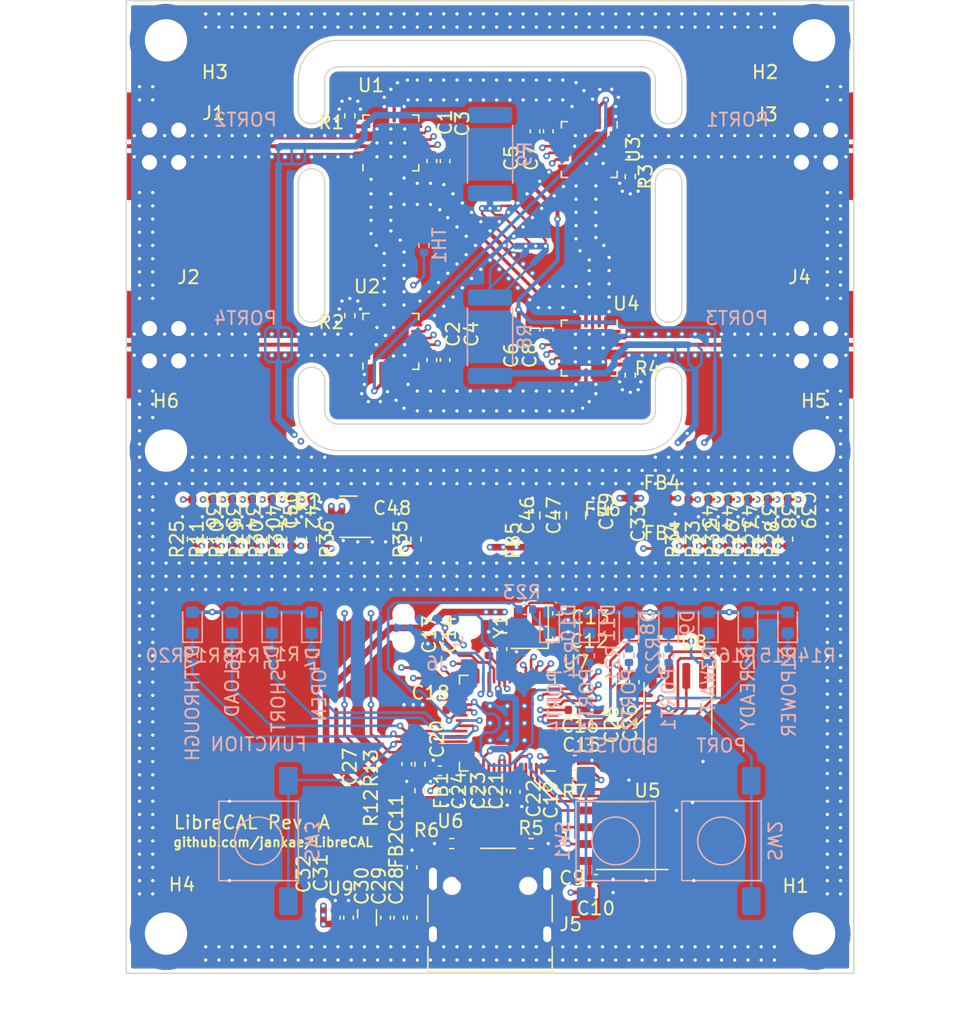
<source format=kicad_pcb>
(kicad_pcb (version 20211014) (generator pcbnew)
  (layers (0 "F.Cu" signal) (1 "In1.Cu" signal) (2 "In2.Cu" signal) (31 "B.Cu" signal) (34 "B.Paste" user) (35 "F.Paste" user) (36 "B.SilkS" user "B.Silkscreen") (37 "F.SilkS" user "F.Silkscreen") (38 "B.Mask" user) (39 "F.Mask" user) (44 "Edge.Cuts" user))
  (net 0 "")
  (net 1 "+3V3")
  (net 2 "GND")
  (net 3 "+5V")
  (net 4 "Net-(C12-Pad1)")
  (net 5 "Net-(C13-Pad1)")
  (net 6 "+1V1")
  (net 7 "+3.3VADC")
  (net 8 "ADC_TEMP")
  (net 9 "Net-(C28-Pad1)")
  (net 10 "Net-(D1-Pad1)")
  (net 11 "Net-(D2-Pad1)")
  (net 12 "Net-(D3-Pad1)")
  (net 13 "Net-(D4-Pad1)")
  (net 14 "Net-(D5-Pad1)")
  (net 15 "Net-(D6-Pad1)")
  (net 16 "Net-(D7-Pad1)")
  (net 17 "Net-(D8-Pad1)")
  (net 18 "Net-(D9-Pad1)")
  (net 19 "Net-(D10-Pad1)")
  (net 20 "Net-(D11-Pad1)")
  (net 21 "Net-(J1-Pad1)")
  (net 22 "Net-(J2-Pad1)")
  (net 23 "Net-(J3-Pad1)")
  (net 24 "Net-(J4-Pad1)")
  (net 25 "Net-(J5-PadA5)")
  (net 27 "Net-(J5-PadB5)")
  (net 29 "Net-(J6-Pad2)")
  (net 30 "Net-(J6-Pad3)")
  (net 31 "Net-(J6-Pad4)")
  (net 33 "HEATER")
  (net 34 "Net-(Q1-Pad3)")
  (net 35 "Net-(R1-Pad1)")
  (net 36 "Net-(R2-Pad1)")
  (net 37 "Net-(R3-Pad1)")
  (net 38 "Net-(R4-Pad1)")
  (net 39 "Net-(R7-Pad1)")
  (net 40 "Net-(R7-Pad2)")
  (net 41 "Net-(R8-Pad2)")
  (net 42 "LED_READY")
  (net 43 "LED_WAIT")
  (net 44 "LED_OPEN")
  (net 45 "LED_SHORT")
  (net 46 "LED_LOAD")
  (net 47 "LED_THROUGH")
  (net 48 "LED_PORT1")
  (net 49 "LED_PORT2")
  (net 50 "LED_PORT3")
  (net 51 "LED_PORT4")
  (net 52 "BUTTON1")
  (net 53 "BUTTON3")
  (net 54 "Net-(U1-Pad2)")
  (net 55 "Net-(U1-Pad4)")
  (net 56 "P1_V1")
  (net 57 "P1_V2")
  (net 58 "P1_V3")
  (net 60 "P3_V1")
  (net 61 "P3_V2")
  (net 62 "P3_V3")
  (net 64 "P2_V1")
  (net 65 "P2_V2")
  (net 66 "P2_V3")
  (net 67 "Net-(U3-Pad15)")
  (net 69 "P4_V1")
  (net 70 "P4_V2")
  (net 71 "P4_V3")
  (net 73 "Net-(U5-Pad2)")
  (net 74 "Net-(U5-Pad3)")
  (net 75 "Net-(U5-Pad5)")
  (net 76 "Net-(U5-Pad6)")
  (net 77 "Net-(U5-Pad7)")
  (net 78 "Net-(J5-PadA6)")
  (net 79 "Net-(J5-PadA7)")
  (net 80 "Net-(U7-Pad2)")
  (net 81 "Net-(U7-Pad3)")
  (net 82 "Net-(U7-Pad4)")
  (net 83 "Net-(U7-Pad5)")
  (net 85 "Net-(U6-Pad3)")
  (net 86 "Net-(U6-Pad4)")
  (net 87 "Net-(U1-Pad15)")
  (net 88 "Net-(U2-Pad2)")
  (net 89 "Net-(U2-Pad4)")
  (net 90 "Net-(C1-Pad1)")
  (net 91 "Net-(C33-Pad1)")
  (net 92 "Net-(C33-Pad3)")
  (net 93 "Net-(C34-Pad1)")
  (net 94 "Net-(C34-Pad3)")
  (net 95 "Net-(C35-Pad1)")
  (net 96 "Net-(C35-Pad3)")
  (net 97 "Net-(C36-Pad1)")
  (net 98 "Net-(C36-Pad3)")
  (net 99 "Net-(C37-Pad1)")
  (net 100 "Net-(C37-Pad3)")
  (net 101 "Net-(C38-Pad1)")
  (net 102 "Net-(C38-Pad3)")
  (net 103 "Net-(C39-Pad1)")
  (net 104 "Net-(C39-Pad3)")
  (net 105 "Net-(C40-Pad1)")
  (net 106 "Net-(C40-Pad3)")
  (net 107 "Net-(C41-Pad1)")
  (net 108 "Net-(C41-Pad3)")
  (net 109 "Net-(C42-Pad1)")
  (net 110 "Net-(C42-Pad3)")
  (net 111 "Net-(C43-Pad1)")
  (net 112 "Net-(C43-Pad3)")
  (net 113 "Net-(C44-Pad1)")
  (net 114 "Net-(C44-Pad3)")
  (net 115 "Net-(C45-Pad1)")
  (net 116 "Net-(C45-Pad3)")
  (net 117 "Net-(C46-Pad1)")
  (net 118 "Net-(C48-Pad1)")
  (net 119 "Net-(C48-Pad3)")
  (net 120 "Net-(C49-Pad1)")
  (net 121 "Net-(C49-Pad3)")
  (net 122 "Net-(R12-Pad2)")
  (net 123 "Net-(C50-Pad3)")
  (net 124 "Net-(C50-Pad1)")
  (footprint "Resistor_SMD:R_0402_1005Metric" (layer "F.Cu") (at 108 106.7 90)
    (fp_text reference "R10")
    (fp_text value "47k")
  )
  (footprint "Capacitor_SMD:C_0402_1005Metric" (layer "F.Cu") (at 129.4 125.8 -90)
    (fp_text reference "C19")
    (fp_text value "100n")
  )
  (footprint "Capacitor_SMD:C_0402_1005Metric" (layer "F.Cu") (at 121.6 131.5 90)
    (fp_text reference "C11")
    (fp_text value "100n")
  )
  (footprint "LibreCAL:NFM18CC" (layer "F.Cu") (at 142.5 104.5 -90)
    (fp_text reference "C45")
    (fp_text value "NFM18CC223R1C3D")
  )
  (footprint "Capacitor_SMD:C_0402_1005Metric" (layer "F.Cu") (at 121.2 123.7 -90)
    (fp_text reference "C27")
    (fp_text value "2u2")
  )
  (footprint "Resistor_SMD:R_0402_1005Metric" (layer "F.Cu") (at 111 106.7 90)
    (fp_text reference "R30")
    (fp_text value "47k")
  )
  (footprint "Capacitor_SMD:C_0402_1005Metric" (layer "F.Cu") (at 128.4 115 90)
    (fp_text reference "C14")
    (fp_text value "100n")
  )
  (footprint "Capacitor_SMD:C_0402_1005Metric" (layer "F.Cu") (at 133.9 119.6)
    (fp_text reference "C16")
    (fp_text value "100n")
  )
  (footprint "Capacitor_SMD:C_0402_1005Metric" (layer "F.Cu") (at 135.5 133.4)
    (fp_text reference "C10")
    (fp_text value "2u2")
  )
  (footprint "MountingHole:MountingHole_3.2mm_M3_ISO14580_Pad_TopBottom" (layer "F.Cu") (at 152 69)
    (fp_text reference "H2")
    (fp_text value "MountingHole_Pad")
  )
  (footprint "Capacitor_SMD:C_0402_1005Metric" (layer "F.Cu") (at 124.1 78.125 -90)
    (fp_text reference "C3")
    (fp_text value "100n")
  )
  (footprint "LibreCAL:NFM21PC" (layer "F.Cu") (at 140.5 105.5 90)
    (fp_text reference "C33")
    (fp_text value "NFM21PC475B1A3D")
  )
  (footprint "LibreCAL:NFM18CC" (layer "F.Cu") (at 144 104.5 -90)
    (fp_text reference "C44")
    (fp_text value "NFM18CC223R1C3D")
  )
  (footprint "Capacitor_SMD:C_0402_1005Metric" (layer "F.Cu") (at 127.4 115 90)
    (fp_text reference "C17")
    (fp_text value "100n")
  )
  (footprint "LibreCAL:NFM18CC" (layer "F.Cu") (at 150 104.5 -90)
    (fp_text reference "C39")
    (fp_text value "NFM18CC223R1C3D")
  )
  (footprint "LibreCAL:BottomCover" (layer "F.Cu") (at 97.5 139.5)
    (fp_text reference "COVER2" hide)
    (fp_text value "Bottom Cover" hide)
  )
  (footprint "Connector_USB:USB_C_Receptacle_HRO_TYPE-C-31-M-12" (layer "F.Cu") (at 127.5 135.5)
    (fp_text reference "J5")
    (fp_text value "USB_C_Receptacle_USB2.0")
  )
  (footprint "LibreCAL:NFM18CC" (layer "F.Cu") (at 148.5 104.5 -90)
    (fp_text reference "C38")
    (fp_text value "NFM18CC223R1C3D")
  )
  (footprint "LibreCAL:NFM18CC" (layer "F.Cu") (at 111 104.5 -90)
    (fp_text reference "C41")
    (fp_text value "NFM18CC223R1C3D")
  )
  (footprint "Capacitor_SMD:C_0402_1005Metric" (layer "F.Cu") (at 138.4 117.5 -90)
    (fp_text reference "C26")
    (fp_text value "100n")
  )
  (footprint "Package_SO:SOIC-8_3.9x4.9mm_P1.27mm" (layer "F.Cu") (at 137.5 129.1 180)
    (fp_text reference "U5")
    (fp_text value "W25Q16JVSNIQ")
  )
  (footprint "Capacitor_SMD:C_0402_1005Metric" (layer "F.Cu") (at 131.9 75.875 90)
    (fp_text reference "C7")
    (fp_text value "10n")
  )
  (footprint "Capacitor_SMD:C_0402_1005Metric" (layer "F.Cu") (at 132.6 112.3 -90)
    (fp_text reference "C13")
    (fp_text value "12p")
  )
  (footprint "Resistor_SMD:R_0402_1005Metric" (layer "F.Cu") (at 116.9 74.7 90)
    (fp_text reference "R1")
    (fp_text value "49R9")
  )
  (footprint "MountingHole:MountingHole_3.2mm_M3_ISO14580_Pad_TopBottom" (layer "F.Cu") (at 152 100)
    (fp_text reference "H5")
    (fp_text value "MountingHole_Pad")
  )
  (footprint "Resistor_SMD:R_0402_1005Metric" (layer "F.Cu") (at 138.1 79.3 -90)
    (fp_text reference "R3")
    (fp_text value "49R9")
  )
  (footprint "LibreCAL:NFM18CC" (layer "F.Cu") (at 145.5 104.5 -90)
    (fp_text reference "C43")
    (fp_text value "NFM18CC223R1C3D")
  )
  (footprint "Capacitor_SMD:C_0402_1005Metric" (layer "F.Cu") (at 119.6 135.3 -90)
    (fp_text reference "C30")
    (fp_text value "100n")
  )
  (footprint "Package_DFN_QFN:QFN-24-1EP_4x4mm_P0.5mm_EP2.7x2.7mm" (layer "F.Cu") (at 135 92.25 -90)
    (fp_text reference "U4")
    (fp_text value "PE426462")
  )
  (footprint "LibreCAL:NFM18CC" (layer "F.Cu") (at 108 104.5 -90)
    (fp_text reference "C34")
    (fp_text value "NFM18CC223R1C3D")
  )
  (footprint "Capacitor_SMD:C_0402_1005Metric" (layer "F.Cu") (at 123.7 124.2 180)
    (fp_text reference "C20")
    (fp_text value "100n")
  )
  (footprint "Capacitor_SMD:C_0402_1005Metric" (layer "F.Cu") (at 135.5 132.4)
    (fp_text reference "C9")
    (fp_text value "100n")
  )
  (footprint "LibreCAL:NFM18CC" (layer "F.Cu") (at 105 104.5 -90)
    (fp_text reference "C36")
    (fp_text value "NFM18CC223R1C3D")
  )
  (footprint "Resistor_SMD:R_0402_1005Metric" (layer "F.Cu") (at 106.5 106.7 90)
    (fp_text reference "R11")
    (fp_text value "47k")
  )
  (footprint "Capacitor_SMD:C_0402_1005Metric" (layer "F.Cu") (at 137.4 117.5 -90)
    (fp_text reference "C25")
    (fp_text value "2u2")
  )
  (footprint "MountingHole:MountingHole_3.2mm_M3_ISO14580_Pad_TopBottom" (layer "F.Cu") (at 103 69)
    (fp_text reference "H3")
    (fp_text value "MountingHole_Pad")
  )
  (footprint "Resistor_SMD:R_0402_1005Metric" (layer "F.Cu") (at 105 106.7 90)
    (fp_text reference "R25")
    (fp_text value "47k")
  )
  (footprint "Resistor_SMD:R_0402_1005Metric" (layer "F.Cu") (at 122.2 125.7 90)
    (fp_text reference "R12")
    (fp_text value "10k")
  )
  (footprint "LibreCAL:901-10510-2" (layer "F.Cu") (at 155 77)
    (fp_text reference "J3")
    (fp_text value "901-10510-2")
  )
  (footprint "LibreCAL:NFM18CC" (layer "F.Cu") (at 109.5 104.5 -90)
    (fp_text reference "C40")
    (fp_text value "NFM18CC223R1C3D")
  )
  (footprint "Capacitor_SMD:C_0402_1005Metric" (layer "F.Cu") (at 121.6 135.3 -90)
    (fp_text reference "C28")
    (fp_text value "2u2")
  )
  (footprint "LibreCAL:901-10510-2" (layer "F.Cu") (at 100 77 180)
    (fp_text reference "J1")
    (fp_text value "901-10510-2")
  )
  (footprint "Resistor_SMD:R_0402_1005Metric" (layer "F.Cu") (at 133.9 124.5)
    (fp_text reference "R7")
    (fp_text value "1k")
  )
  (footprint "Resistor_SMD:R_0402_1005Metric" (layer "F.Cu") (at 122.2 123.7 90)
    (fp_text reference "R13")
    (fp_text value "10k")
  )
  (footprint "Package_SO:SOIC-8_3.9x4.9mm_P1.27mm" (layer "F.Cu") (at 141.7 119.5 90)
    (fp_text reference "U8")
    (fp_text value "W25Q16JVSNIQ")
  )
  (footprint "Resistor_SMD:R_0402_1005Metric" (layer "F.Cu") (at 147 106.7 90)
    (fp_text reference "R26")
    (fp_text value "47k")
  )
  (footprint "Inductor_SMD:L_0402_1005Metric" (layer "F.Cu") (at 123.8 125.7 -90)
    (fp_text reference "FB1")
    (fp_text value "MMZ1005S121CTD25")
  )
  (footprint "Inductor_SMD:L_0402_1005Metric" (layer "F.Cu") (at 121.6 133.4 -90)
    (fp_text reference "FB2")
    (fp_text value "MMZ1005S121CTD25")
  )
  (footprint "Capacitor_SMD:C_0402_1005Metric" (layer "F.Cu") (at 128.4 125.7 -90)
    (fp_text reference "C22")
    (fp_text value "100n")
  )
  (footprint "Resistor_SMD:R_0402_1005Metric" (layer "F.Cu") (at 148.5 106.7 90)
    (fp_text reference "R27")
    (fp_text value "47k")
  )
  (footprint "MountingHole:MountingHole_3.2mm_M3_ISO14580_Pad_TopBottom" (layer "F.Cu") (at 103 136.5)
    (fp_text reference "H4")
    (fp_text value "MountingHole_Pad")
  )
  (footprint "LibreCAL:NFM18CC" (layer "F.Cu") (at 147 104.5 -90)
    (fp_text reference "C37")
    (fp_text value "NFM18CC223R1C3D")
  )
  (footprint "Inductor_SMD:L_0402_1005Metric" (layer "F.Cu") (at 140.5 107.4)
    (fp_text reference "FB3")
    (fp_text value "MMZ1005A222ET000")
  )
  (footprint "Capacitor_SMD:C_0402_1005Metric" (layer "F.Cu") (at 130.9 90.85 90)
    (fp_text reference "C6")
    (fp_text value "100n")
  )
  (footprint "Package_DFN_QFN:QFN-24-1EP_4x4mm_P0.5mm_EP2.7x2.7mm" (layer "F.Cu") (at 120 76.75 90)
    (fp_text reference "U1")
    (fp_text value "PE426462")
  )
  (footprint "Capacitor_SMD:C_0402_1005Metric" (layer "F.Cu") (at 132.6 114.2 90)
    (fp_text reference "C12")
    (fp_text value "12p")
  )
  (footprint "LibreCAL:NFM18CC" (layer "F.Cu") (at 114 104.5 90)
    (fp_text reference "C50")
    (fp_text value "NFM18CC223R1C3D")
  )
  (footprint "Capacitor_SMD:C_0402_1005Metric" (layer "F.Cu") (at 120.6 135.3 -90)
    (fp_text reference "C29")
    (fp_text value "2u2")
  )
  (footprint "LibreCAL:DFN-6-1EP_1.2x1.2mm_P0.4mm_EP0.3x0.94mm" (layer "F.Cu") (at 118.2 135.3 90)
    (fp_text reference "U9")
    (fp_text value "MIC5528-3.3YMT-TR")
  )
  (footprint "Resistor_SMD:R_0402_1005Metric" (layer "F.Cu") (at 124.6 129.7 180)
    (fp_text reference "R6")
    (fp_text value "5k1")
  )
  (footprint "Resistor_SMD:R_0402_1005Metric" (layer "F.Cu") (at 109.5 106.7 90)
    (fp_text reference "R29")
    (fp_text value "47k")
  )
  (footprint "Capacitor_SMD:C_0402_1005Metric" (layer "F.Cu") (at 126.8 125.7 -90)
    (fp_text reference "C21")
    (fp_text value "2u2")
  )
  (footprint "LibreCAL:NFM18CC" (layer "F.Cu") (at 106.5 104.5 -90)
    (fp_text reference "C35")
    (fp_text value "NFM18CC223R1C3D")
  )
  (footprint "Package_TO_SOT_SMD:SOT-23" (layer "F.Cu") (at 116.8 105 180)
    (fp_text reference "Q1")
    (fp_text value "IRLML2060")
  )
  (footprint "LibreCAL:NFM21PC" (layer "F.Cu") (at 138.1 104.6 90)
    (fp_text reference "C49")
    (fp_text value "NFM21PC475B1A3D")
  )
  (footprint "Resistor_SMD:R_0402_1005Metric" (layer "F.Cu") (at 112.5 106.7 90)
    (fp_text reference "R31")
    (fp_text value "47k")
  )
  (footprint "Inductor_SMD:L_0402_1005Metric" (layer "F.Cu") (at 140.5 103.6)
    (fp_text reference "FB4")
    (fp_text value "MMZ1005A222ET000")
  )
  (footprint "Resistor_SMD:R_0402_1005Metric" (layer "F.Cu") (at 142.5 106.7 90)
    (fp_text reference "R34")
    (fp_text value "47k")
  )
  (footprint "Capacitor_SMD:C_0805_2012Metric" (layer "F.Cu") (at 132 104.9 90)
    (fp_text reference "C46")
    (fp_text value "22u")
  )
  (footprint "MountingHole:MountingHole_3.2mm_M3_ISO14580_Pad_TopBottom" (layer "F.Cu") (at 103 100)
    (fp_text reference "H6")
    (fp_text value "MountingHole_Pad")
  )
  (footprint "Resistor_SMD:R_0402_1005Metric" (layer "F.Cu") (at 130.6 129.7)
    (fp_text reference "R5")
    (fp_text value "5k1")
  )
  (footprint "LibreCAL:901-10510-2" (layer "F.Cu") (at 155 92)
    (fp_text reference "J4")
    (fp_text value "901-10510-2")
  )
  (footprint "Resistor_SMD:R_0402_1005Metric" (layer "F.Cu") (at 121.9 106.7 90)
    (fp_text reference "R35")
    (fp_text value "47k")
  )
  (footprint "Crystal:Crystal_SMD_2520-4Pin_2.5x2.0mm" (layer "F.Cu") (at 130.5 113.3 90)
    (fp_text reference "Y1")
    (fp_text value "ECS-120-8-36-CKM-TR3")
  )
  (footprint "Resistor_SMD:R_0402_1005Metric" (layer "F.Cu") (at 150 106.7 90)
    (fp_text reference "R28")
    (fp_text value "47k")
  )
  (footprint "Package_DFN_QFN:QFN-24-1EP_4x4mm_P0.5mm_EP2.7x2.7mm" (layer "F.Cu") (at 135 77.25 -90)
    (fp_text reference "U3")
    (fp_text value "PE426462")
  )
  (footprint "Capacitor_SMD:C_0402_1005Metric" (layer "F.Cu") (at 123.1 78.125 -90)
    (fp_text reference "C1")
    (fp_text value "10n")
  )
  (footprint "LibreCAL:NFM18CC" (layer "F.Cu") (at 120.1 105.9)
    (fp_text reference "C48")
    (fp_text value "NFM18CC223R1C3D")
  )
  (footprint "Capacitor_SMD:C_0402_1005Metric" (layer "F.Cu") (at 133.9 123.4)
    (fp_text reference "C15")
    (fp_text value "100n")
  )
  (footprint "Resistor_SMD:R_0402_1005Metric" (layer "F.Cu") (at 145.5 106.7 90)
    (fp_text reference "R32")
    (fp_text value "47k")
  )
  (footprint "Capacitor_SMD:C_0805_2012Metric" (layer "F.Cu") (at 134 104.9 90)
    (fp_text reference "C47")
    (fp_text value "22u")
  )
  (footprint "Capacitor_SMD:C_0402_1005Metric" (layer "F.Cu") (at 125.8 125.7 -90)
    (fp_text reference "C23")
    (fp_text value "2u2")
  )
  (footprint "Capacitor_SMD:C_0402_1005Metric" (layer "F.Cu") (at 116.8 135.3 90)
    (fp_text reference "C31")
    (fp_text value "100n")
  )
  (footprint "MountingHole:MountingHole_3.2mm_M3_ISO14580_Pad_TopBottom" (layer "F.Cu") (at 152 136.5)
    (fp_text reference "H1")
    (fp_text value "MountingHole_Pad")
  )
  (footprint "Capacitor_SMD:C_0402_1005Metric" (layer "F.Cu") (at 124.8 125.7 -90)
    (fp_text reference "C24")
    (fp_text value "2u2")
  )
  (footprint "Resistor_SMD:R_0402_1005Metric" (layer "F.Cu") (at 114 106.7 -90)
    (fp_text reference "R36")
    (fp_text value "100")
  )
  (footprint "Inductor_SMD:L_0402_1005Metric" (layer "F.Cu") (at 130.4 106.8 90)
    (fp_text reference "FB5")
    (fp_text value "MMZ1005S121CTD25")
  )
  (footprint "LibreCAL:901-10510-2" (layer "F.Cu") (at 100 92 180)
    (fp_text reference "J2")
    (fp_text value "901-10510-2")
  )
  (footprint "Resistor_SMD:R_0402_1005Metric" (layer "F.Cu") (at 144 106.7 90)
    (fp_text reference "R33")
    (fp_text value "47k")
  )
  (footprint "Capacitor_SMD:C_0402_1005Metric" (layer "F.Cu") (at 123.1 93.15 -90)
    (fp_text reference "C2")
    (fp_text value "10n")
  )
  (footprint "LibreCAL:NFM18CC" (layer "F.Cu") (at 112.5 104.5 -90)
    (fp_text reference "C42")
    (fp_text value "NFM18CC223R1C3D")
  )
  (footprint "Capacitor_SMD:C_0402_1005Metric" (layer "F.Cu") (at 124.1 93.15 -90)
    (fp_text reference "C4")
    (fp_text value "100n")
  )
  (footprint "Capacitor_SMD:C_0402_1005Metric" (layer "F.Cu") (at 115.8 135.3 90)
    (fp_text reference "C32")
    (fp_text value "2u2")
  )
  (footprint "Resistor_SMD:R_0402_1005Metric" (layer "F.Cu") (at 116.9 89.8 90)
    (fp_text reference "R2")
    (fp_text value "49R9")
  )
  (footprint "Inductor_SMD:L_0402_1005Metric" (layer "F.Cu") (at 136 105.6)
    (fp_text reference "FB6")
    (fp_text value "MMZ1005S121CTD25")
  )
  (footprint "Package_DFN_QFN:QFN-24-1EP_4x4mm_P0.5mm_EP2.7x2.7mm" (layer "F.Cu") (at 120 91.75 90)
    (fp_text reference "U2")
    (fp_text value "PE426462")
  )
  (footprint "Capacitor_SMD:C_0402_1005Metric" (layer "F.Cu") (at 131.9 90.85 90)
    (fp_text reference "C8")
    (fp_text value "10n")
  )
  (footprint "Capacitor_SMD:C_0402_1005Metric" (layer "F.Cu") (at 130.9 75.875 90)
    (fp_text reference "C5")
    (fp_text value "100n")
  )
  (footprint "LibreCAL:RP2040" (layer "F.Cu") (at 128.8 120.6 180)
    (fp_text reference "U7")
    (fp_text value "RP2040")
  )
  (footprint "Package_TO_SOT_SMD:SOT-23-6" (layer "F.Cu") (at 127.6 128.5 180)
    (fp_text reference "U6")
    (fp_text value "IP4234CZ6")
  )
  (footprint "Resistor_SMD:R_0402_1005Metric" (layer "F.Cu") (at 138.1 94.3 -90)
    (fp_text reference "R4")
    (fp_text value "49R9")
  )
  (footprint "Capacitor_SMD:C_0402_1005Metric" (layer "F.Cu") (at 123.7 119.6 180)
    (fp_text reference "C18")
    (fp_text value "100n")
  )
  (footprint "Resistor_SMD:R_2512_6332Metric" (layer "B.Cu") (at 127.5 77.6 90)
    (fp_text reference "R9")
    (fp_text value "6R2")
  )
  (footprint "Resistor_SMD:R_0402_1005Metric" (layer "B.Cu") (at 141 115.5 -90)
    (fp_text reference "R22")
    (fp_text value "330")
  )
  (footprint "LED_SMD:LED_0603_1608Metric" (layer "B.Cu") (at 150 113 90)
    (fp_text reference "D1")
    (fp_text value "Green")
  )
  (footprint "LED_SMD:LED_0603_1608Metric" (layer "B.Cu") (at 138 113 90)
    (fp_text reference "D8")
    (fp_text value "Green")
  )
  (footprint "LibreCAL:TopCover" (layer "B.Cu") (at 157.5 139.5 180)
    (fp_text reference "COVER1" hide)
    (fp_text value "Top Cover" hide)
  )
  (footprint "Resistor_SMD:R_0402_1005Metric" (layer "B.Cu") (at 111 115.5 -90)
    (fp_text reference "R18")
    (fp_text value "330")
  )
  (footprint "Resistor_SMD:R_0402_1005Metric" (layer "B.Cu") (at 135 115.5 -90)
    (fp_text reference "R24")
    (fp_text value "330")
  )
  (footprint "LibreCAL:TL3301-J" (layer "B.Cu") (at 137 129.5 -90)
    (fp_text reference "SW1")
    (fp_text value "TL3301CF160QG")
  )
  (footprint "LED_SMD:LED_0603_1608Metric" (layer "B.Cu") (at 132 113 90)
    (fp_text reference "D10")
    (fp_text value "Green")
  )
  (footprint "LED_SMD:LED_0603_1608Metric" (layer "B.Cu") (at 135 113 90)
    (fp_text reference "D11")
    (fp_text value "Green")
  )
  (footprint "Resistor_SMD:R_0402_1005Metric" (layer "B.Cu") (at 130.2 112 180)
    (fp_text reference "R23")
    (fp_text value "330")
  )
  (footprint "LED_SMD:LED_0603_1608Metric" (layer "B.Cu") (at 141 113 90)
    (fp_text reference "D9")
    (fp_text value "Green")
  )
  (footprint "LED_SMD:LED_0603_1608Metric" (layer "B.Cu") (at 111 113 90)
    (fp_text reference "D5")
    (fp_text value "Green")
  )
  (footprint "Resistor_SMD:R_0402_1005Metric" (layer "B.Cu") (at 147 115.5 -90)
    (fp_text reference "R15")
    (fp_text value "330")
  )
  (footprint "Resistor_SMD:R_0402_1005Metric" (layer "B.Cu") (at 108 115.5 -90)
    (fp_text reference "R19")
    (fp_text value "330")
  )
  (footprint "Resistor_SMD:R_0402_1005Metric" (layer "B.Cu") (at 144 115.5 -90)
    (fp_text reference "R16")
    (fp_text value "330")
  )
  (footprint "Resistor_SMD:R_0402_1005Metric" (layer "B.Cu") (at 138 115.5 -90)
    (fp_text reference "R21")
    (fp_text value "330")
  )
  (footprint "Connector:Tag-Connect_TC2030-IDC-NL_2x03_P1.27mm_Vertical" (layer "B.Cu") (at 123.5 113.4 180)
    (fp_text reference "J6")
    (fp_text value "TC2030-ARM")
  )
  (footprint "Resistor_SMD:R_0402_1005Metric" (layer "B.Cu") (at 105 115.5 -90)
    (fp_text reference "R20")
    (fp_text value "330")
  )
  (footprint "LibreCAL:TL3301-J" (layer "B.Cu") (at 110 129.5 90)
    (fp_text reference "SW3")
    (fp_text value "TL3301CF160QG")
  )
  (footprint "Resistor_SMD:R_0402_1005Metric" (layer "B.Cu") (at 114 115.5 -90)
    (fp_text reference "R17")
    (fp_text value "330")
  )
  (footprint "Resistor_SMD:R_0402_1005Metric" (layer "B.Cu") (at 150 115.5 -90)
    (fp_text reference "R14")
    (fp_text value "330")
  )
  (footprint "LED_SMD:LED_0603_1608Metric" (layer "B.Cu") (at 108 113 90)
    (fp_text reference "D6")
    (fp_text value "Green")
  )
  (footprint "Resistor_SMD:R_2512_6332Metric" (layer "B.Cu") (at 127.5 91.4 90)
    (fp_text reference "R8")
    (fp_text value "6R2")
  )
  (footprint "LED_SMD:LED_0603_1608Metric" (layer "B.Cu") (at 144 113 90)
    (fp_text reference "D3")
    (fp_text value "Red")
  )
  (footprint "LED_SMD:LED_0603_1608Metric" (layer "B.Cu") (at 147 113 90)
    (fp_text reference "D2")
    (fp_text value "Green")
  )
  (footprint "Resistor_SMD:R_0402_1005Metric" (layer "B.Cu") (at 122.5 84.5 90)
    (fp_text reference "TH1")
    (fp_text value "ERT-J0ER103J")
  )
  (footprint "LibreCAL:TL3301-J" (layer "B.Cu") (at 145 129.5 90)
    (fp_text reference "SW2")
    (fp_text value "TL3301CF160QG")
  )
  (footprint "LED_SMD:LED_0603_1608Metric" (layer "B.Cu") (at 105 113 90)
    (fp_text reference "D7")
    (fp_text value "Green")
  )
  (footprint "LED_SMD:LED_0603_1608Metric" (layer "B.Cu") (at 114 113 90)
    (fp_text reference "D4")
    (fp_text value "Green")
  )
  (gr_line (start 142 97) (end 142 94.7) (layer "Edge.Cuts") (width 0.1))
  (gr_arc (start 138.999993 71.000007) (mid 139.707102 71.292898) (end 139.999993 72.000007) (layer "Edge.Cuts") (width 0.1))
  (gr_arc (start 116.000007 97.999993) (mid 115.292898 97.707102) (end 115.000007 96.999993) (layer "Edge.Cuts") (width 0.1))
  (gr_arc (start 115 72) (mid 115.292893 71.292893) (end 116 71) (layer "Edge.Cuts") (width 0.1))
  (gr_line (start 138.999993 69.000007) (end 116.000001 69) (layer "Edge.Cuts") (width 0.1))
  (gr_line (start 155 139.5) (end 100 139.5) (layer "Edge.Cuts") (width 0.1))
  (gr_line (start 115 79.7) (end 115 89.3) (layer "Edge.Cuts") (width 0.1))
  (gr_line (start 113.000007 96.999992) (end 113 94.7) (layer "Edge.Cuts") (width 0.1))
  (gr_line (start 100 139.5) (end 100 66) (layer "Edge.Cuts") (width 0.1))
  (gr_line (start 115 72) (end 115 74.3) (layer "Edge.Cuts") (width 0.1))
  (gr_arc (start 142 89.3) (mid 141 90.3) (end 140 89.3) (layer "Edge.Cuts") (width 0.1))
  (gr_line (start 140 74.3) (end 139.999993 72.000007) (layer "Edge.Cuts") (width 0.1))
  (gr_arc (start 113 79.7) (mid 114 78.7) (end 115 79.7) (layer "Edge.Cuts") (width 0.1))
  (gr_arc (start 142 97) (mid 141.12132 99.121321) (end 138.999999 100) (layer "Edge.Cuts") (width 0.1))
  (gr_line (start 140 89.3) (end 140 79.7) (layer "Edge.Cuts") (width 0.1))
  (gr_line (start 113 72) (end 113 74.3) (layer "Edge.Cuts") (width 0.1))
  (gr_arc (start 140 97) (mid 139.707107 97.707107) (end 139 98) (layer "Edge.Cuts") (width 0.1))
  (gr_line (start 116 71) (end 139 71) (layer "Edge.Cuts") (width 0.1))
  (gr_arc (start 116.000007 99.999993) (mid 113.878684 99.121315) (end 113.000007 96.999992) (layer "Edge.Cuts") (width 0.1))
  (gr_arc (start 115 89.3) (mid 114 90.3) (end 113 89.3) (layer "Edge.Cuts") (width 0.1))
  (gr_line (start 155 66) (end 155 139.5) (layer "Edge.Cuts") (width 0.1))
  (gr_line (start 142 79.7) (end 142 89.3) (layer "Edge.Cuts") (width 0.1))
  (gr_arc (start 142 74.3) (mid 141 75.3) (end 140 74.3) (layer "Edge.Cuts") (width 0.1))
  (gr_line (start 115 94.7) (end 115.000007 96.999993) (layer "Edge.Cuts") (width 0.1))
  (gr_arc (start 113 72) (mid 113.87868 69.878679) (end 116.000001 69) (layer "Edge.Cuts") (width 0.1))
  (gr_line (start 141.999993 72.000008) (end 142 74.3) (layer "Edge.Cuts") (width 0.1))
  (gr_arc (start 140 94.7) (mid 141 93.7) (end 142 94.7) (layer "Edge.Cuts") (width 0.1))
  (gr_arc (start 140 79.7) (mid 141 78.7) (end 142 79.7) (layer "Edge.Cuts") (width 0.1))
  (gr_line (start 139 98) (end 116 98) (layer "Edge.Cuts") (width 0.1))
  (gr_line (start 116.000007 99.999993) (end 138.999999 100) (layer "Edge.Cuts") (width 0.1))
  (gr_line (start 113 79.7) (end 113 89.3) (layer "Edge.Cuts") (width 0.1))
  (gr_arc (start 115 74.3) (mid 114 75.3) (end 113 74.3) (layer "Edge.Cuts") (width 0.1))
  (gr_arc (start 138.999993 69.000007) (mid 141.121316 69.878685) (end 141.999993 72.000008) (layer "Edge.Cuts") (width 0.1))
  (gr_line (start 140 97) (end 140 94.7) (layer "Edge.Cuts") (width 0.1))
  (gr_line (start 100 66) (end 155 66) (layer "Edge.Cuts") (width 0.1))
  (gr_arc (start 113 94.7) (mid 114 93.7) (end 115 94.7) (layer "Edge.Cuts") (width 0.1))
  (gr_text "PORT1" (at 141 118.8 90) (layer "B.SilkS") (effects (font (size 1 1)) (justify mirror)))
  (gr_text "PORT" (at 145 122.3) (layer "B.SilkS") (effects (font (size 1 1)) (justify mirror)))
  (gr_text "PORT4" (at 132.4 118.9 90) (layer "B.SilkS") (effects (font (size 1 1)) (justify mirror)))
  (gr_text "THROUGH" (at 105 120 90) (layer "B.SilkS") (effects (font (size 1 1)) (justify mirror)))
  (gr_text "WAIT" (at 144 118.2 90) (layer "B.SilkS") (effects (font (size 1 1)) (justify mirror)))
  (gr_text "SHORT" (at 111.5 118.9 90) (layer "B.SilkS") (effects (font (size 1 1)) (justify mirror)))
  (gr_text "PORT2" (at 138 118.8 90) (layer "B.SilkS") (effects (font (size 1 1)) (justify mirror)))
  (gr_text "LOAD" (at 108 118.3 90) (layer "B.SilkS") (effects (font (size 1 1)) (justify mirror)))
  (gr_text "OPEN" (at 114.6 118.5 90) (layer "B.SilkS") (effects (font (size 1 1)) (justify mirror)))
  (gr_text "PORT1" (at 146.2 75) (layer "B.SilkS") (effects (font (size 1 1)) (justify mirror)))
  (gr_text "POWER" (at 150.1 119.1 90) (layer "B.SilkS") (effects (font (size 1 1)) (justify mirror)))
  (gr_text "PORT4" (at 109 90) (layer "B.SilkS") (effects (font (size 1 1)) (justify mirror)))
  (gr_text "READY" (at 147 118.8 90) (layer "B.SilkS") (effects (font (size 1 1)) (justify mirror)))
  (gr_text "BOOTSEL" (at 137 122.3) (layer "B.SilkS") (effects (font (size 1 1)) (justify mirror)))
  (gr_text "FUNCTION" (at 110 122.2) (layer "B.SilkS") (effects (font (size 1 1)) (justify mirror)))
  (gr_text "PORT3" (at 134.8 118.8 90) (layer "B.SilkS") (effects (font (size 1 1)) (justify mirror)))
  (gr_text "PORT3" (at 146.15 90) (layer "B.SilkS") (effects (font (size 1 1)) (justify mirror)))
  (gr_text "PORT2" (at 109 75) (layer "B.SilkS") (effects (font (size 1 1)) (justify mirror)))
  (gr_text "LibreCAL Rev. A" (at 109.5 128.1) (layer "F.SilkS") (effects (font (size 1 1))))
  (gr_text "github.com/jankae/LibreCAL" (at 111.1 129.6) (layer "F.SilkS") (effects (font (size 0.7 0.7))))
  (segment (start 137.4 116.5005) (end 137.0995 116.2) (width 0.3) (layer "F.Cu") (net 1))
  (segment (start 137.4 117.02) (end 137.4 116.5005) (width 0.3) (layer "F.Cu") (net 1))
  (segment (start 126.1 119.6) (end 126.3 119.8) (width 0.2) (layer "F.Cu") (net 1))
  (segment (start 128.6 124.0375) (end 128.6 125.02) (width 0.2) (layer "F.Cu") (net 1))
  (segment (start 132.2375 123.2) (end 131.4 123.2) (width 0.2) (layer "F.Cu") (net 1))
  (segment (start 125.3625 123.2) (end 126.3 123.2) (width 0.2) (layer "F.Cu") (net 1))
  (segment (start 132.2375 123.2) (end 133.42 123.2) (width 0.2) (layer "F.Cu") (net 1))
  (segment (start 128.6 123.4) (end 128.4 123.2) (width 0.2) (layer "F.Cu") (net 1))
  (segment (start 123.8 125.215) (end 123.4955 125.215) (width 0.2) (layer "F.Cu") (net 1))
  (segment (start 128.2 125.02) (end 128.4 125.22) (width 0.2) (layer "F.Cu") (net 1))
  (segment (start 138.405 117.025) (end 138.4 117.02) (width 0.3) (layer "F.Cu") (net 1))
  (segment (start 124.18 124.835) (end 123.8 125.215) (width 0.2) (layer "F.Cu") (net 1))
  (segment (start 128.2 123.4) (end 128.4 123.2) (width 0.2) (layer "F.Cu") (net 1))
  (segment (start 114.9 135.8) (end 114.9 135.1) (width 0.5) (layer "F.Cu") (net 1))
  (segment (start 115.8 135.78) (end 114.92 135.78) (width 0.5) (layer "F.Cu") (net 1))
  (segment (start 143.8 115.2) (end 141.4 115.2) (width 0.2) (layer "F.Cu") (net 1))
  (segment (start 132.2375 119.6) (end 133.42 119.6) (width 0.2) (layer "F.Cu") (net 1))
  (segment (start 142.335 121.975) (end 142.335 120.765) (width 0.2) (layer "F.Cu") (net 1))
  (segment (start 128.6 117.8) (end 128.8 118) (width 0.2) (layer "F.Cu") (net 1))
  (segment (start 139.795 117.025) (end 141.065 117.025) (width 0.3) (layer "F.Cu") (net 1))
  (segment (start 139.795 117.025) (end 138.405 117.025) (width 0.3) (layer "F.Cu") (net 1))
  (segment (start 115.8 135.78) (end 116.8 135.78) (width 0.5) (layer "F.Cu") (net 1))
  (segment (start 144.5 115.9) (end 143.8 115.2) (width 0.2) (layer "F.Cu") (net 1))
  (segment (start 128.6 125.02) (end 128.4 125.22) (width 0.2) (layer "F.Cu") (net 1))
  (segment (start 142.335 120.765) (end 144.5 118.6) (width 0.2) (layer "F.Cu") (net 1))
  (segment (start 125.3625 119.6) (end 126.1 119.6) (width 0.2) (layer "F.Cu") (net 1))
  (segment (start 135.025 132.395) (end 135.02 132.4) (width 0.3) (layer "F.Cu") (net 1))
  (segment (start 126.6 124.499264) (end 125.879264 125.22) (width 0.2) (layer "F.Cu") (net 1))
  (segment (start 135.02 133.4) (end 133.6 133.4) (width 0.3) (layer "F.Cu") (net 1))
  (segment (start 135.02 132.4) (end 135.02 133.4) (width 0.3) (layer "F.Cu") (net 1))
  (segment (start 135.025 131.005) (end 135.025 132.395) (width 0.3) (layer "F.Cu") (net 1))
  (segment (start 128.6 124.0375) (end 128.6 123.4) (width 0.2) (layer "F.Cu") (net 1))
  (segment (start 126.6 123.5) (end 126.3 123.2) (width 0.2) (layer "F.Cu") (net 1))
  (segment (start 141.4 115.2) (end 141.065 115.535) (width 0.2) (layer "F.Cu") (net 1))
  (segment (start 125.3625 123.2) (end 124.6 123.2) (width 0.2) (layer "F.Cu") (net 1))
  (segment (start 128.6 117.1625) (end 128.6 117.8) (width 0.2) (layer "F.Cu") (net 1))
  (segment (start 124.6 123.2) (end 124.18 123.62) (width 0.2) (layer "F.Cu") (net 1))
  (segment (start 131.4 123.2) (end 131.3 123.1) (width 0.2) (layer "F.Cu") (net 1))
  (segment (start 141.065 115.535) (end 141.065 117.025) (width 0.2) (layer "F.Cu") (net 1))
  (segment (start 125.3625 119.6) (end 124.18 119.6) (width 0.2) (layer "F.Cu") (net 1))
  (segment (start 124.18 123.62) (end 124.18 124.2) (width 0.2) (layer "F.Cu") (net 1))
  (segment (start 126.6 124.0375) (end 126.6 124.499264) (width 0.2) (layer "F.Cu") (net 1))
  (segment (start 138.4 117.02) (end 137.4 117.02) (width 0.3) (layer "F.Cu") (net 1))
  (segment (start 114.9 135.1) (end 114.9 134.4) (width 0.5) (layer "F.Cu") (net 1))
  (segment (start 125.879264 125.22) (end 125.8 125.22) (width 0.2) (layer "F.Cu") (net 1))
  (segment (start 124.18 124.2) (end 124.18 124.835) (width 0.2) (layer "F.Cu") (net 1))
  (segment (start 140.015 107.4) (end 139.1 107.4) (width 0.2) (layer "F.Cu") (net 1))
  (segment (start 118.2 135.825) (end 117.8 135.825) (width 0.2) (layer "F.Cu") (net 1))
  (segment (start 126.6 124.0375) (end 126.6 123.5) (width 0.2) (layer "F.Cu") (net 1))
  (segment (start 128.6 115.68) (end 128.4 115.48) (width 0.2) (layer "F.Cu") (net 1))
  (segment (start 128.2 124.0375) (end 128.2 125.02) (width 0.2) (layer "F.Cu") (net 1))
  (segment (start 132.2375 119.6) (end 131.3 119.6) (width 0.2) (layer "F.Cu") (net 1))
  (segment (start 116.845 135.825) (end 116.8 135.78) (width 0.2) (layer "F.Cu") (net 1))
  (segment (start 114.92 135.78) (end 114.9 135.8) (width 0.5) (layer "F.Cu") (net 1))
  (segment (start 123.4955 125.215) (end 123 125.7105) (width 0.2) (layer "F.Cu") (net 1))
  (segment (start 144.5 118.6) (end 144.5 115.9) (width 0.2) (layer "F.Cu") (net 1))
  (segment (start 128.6 117.1625) (end 128.6 115.68) (width 0.2) (layer "F.Cu") (net 1))
  (segment (start 117.8 135.825) (end 116.845 135.825) (width 0.2) (layer "F.Cu") (net 1))
  (segment (start 128.2 124.0375) (end 128.2 123.4) (width 0.2) (layer "F.Cu") (net 1))
  (via (at 131.3 123.1) (size 0.5) (drill 0.25) (layers "F.Cu" "B.Cu") (net 1))
  (via (at 139.1 107.4) (size 0.5) (drill 0.25) (layers "F.Cu" "B.Cu") (net 1))
  (via (at 114.9 134.4) (size 0.5) (drill 0.25) (layers "F.Cu" "B.Cu") (net 1))
  (via (at 133.6 133.4) (size 0.5) (drill 0.25) (layers "F.Cu" "B.Cu") (net 1))
  (via (at 114.9 135.8) (size 0.5) (drill 0.25) (layers "F.Cu" "B.Cu") (net 1))
  (via (at 106.5 112.2) (size 0.5) (drill 0.25) (layers "F.Cu" "B.Cu") (net 1))
  (via (at 145.5875 112.2125) (size 0.5) (drill 0.25) (layers "F.Cu" "B.Cu") (net 1))
  (via (at 126.3 119.8) (size 0.5) (drill 0.25) (layers "F.Cu" "B.Cu") (net 1))
  (via (at 128.4 123.2) (size 0.5) (drill 0.25) (layers "F.Cu" "B.Cu") (net 1))
  (via (at 125.5 114.7) (size 0.5) (drill 0.25) (layers "F.Cu" "B.Cu") (net 1))
  (via (at 131.3 119.6) (size 0.5) (drill 0.25) (layers "F.Cu" "B.Cu") (net 1))
  (via (at 128.8 118) (size 0.5) (drill 0.25) (layers "F.Cu" "B.Cu") (net 1))
  (via (at 114.9 135.1) (size 0.5) (drill 0.25) (layers "F.Cu" "B.Cu") (net 1))
  (via (at 123 125.7105) (size 0.5) (drill 0.25) (layers "F.Cu" "B.Cu") (net 1))
  (via (at 137.0995 116.2) (size 0.5) (drill 0.25) (layers "F.Cu" "B.Cu") (net 1))
  (via (at 139.5875 112.2125) (size 0.5) (drill 0.25) (layers "F.Cu" "B.Cu") (net 1))
  (segment (start 124.77 114.035) (end 124.835 114.035) (width 0.2) (layer "B.Cu") (net 1))
  (segment (start 145.5875 112.2125) (end 150 112.2125) (width 0.3) (layer "B.Cu") (net 1))
  (segment (start 139.5875 112.2125) (end 145.5875 112.2125) (width 0.3) (layer "B.Cu") (net 1))
  (segment (start 124.835 114.035) (end 125.5 114.7) (width 0.2) (layer "B.Cu") (net 1))
  (segment (start 105 112.2125) (end 114 112.2125) (width 0.3) (layer "B.Cu") (net 1))
  (segment (start 132 112.2125) (end 139.5875 112.2125) (width 0.3) (layer "B.Cu") (net 1))
  (segment (start 118.0375 92.5) (end 117.3 92.5) (width 0.2) (layer "F.Cu") (net 2))
  (segment (start 118.75 75.5) (end 120 76.75) (width 0.2) (layer "F.Cu") (net 2))
  (segment (start 118.0375 77.5) (end 119.25 77.5) (width 0.2) (layer "F.Cu") (net 2))
  (segment (start 121.9625 90.5) (end 121.25 90.5) (width 0.2) (layer "F.Cu") (net 2))
  (segment (start 134.6 78.5) (end 135.5 77.6) (width 0.2) (layer "F.Cu") (net 2))
  (segment (start 115.8 134.82) (end 115.8 134) (width 0.5) (layer "F.Cu") (net 2))
  (segment (start 120.75 76) (end 120 76.75) (width 0.2) (layer "F.Cu") (net 2))
  (segment (start 119.75 76.5) (end 118.0375 76.5) (width 0.2) (layer "F.Cu") (net 2))
  (segment (start 126.8 126.3) (end 126.3 126.8) (width 0.3) (layer "F.Cu") (net 2))
  (segment (start 128.4 126.4) (end 128.4 126.18) (width 0.3) (layer "F.Cu") (net 2))
  (segment (start 121.25 74.7875) (end 121.25 75.5) (width 0.2) (layer "F.Cu") (net 2))
  (segment (start 122.4 119.5) (end 122.4 119.8) (width 0.5) (layer "F.Cu") (net 2))
  (segment (start 134.25 93) (end 135 92.25) (width 0.2) (layer "F.Cu") (net 2))
  (segment (start 121.25 89.7875) (end 121.25 90.5) (width 0.2) (layer "F.Cu") (net 2))
  (segment (start 135.75 77.85) (end 135.5 77.6) (width 0.2) (layer "F.Cu") (net 2))
  (segment (start 135.25 75.2875) (end 135.25 77) (width 0.2) (layer "F.Cu") (net 2))
  (segment (start 119.25 77.5) (end 120 76.75) (width 0.2) (layer "F.Cu") (net 2))
  (segment (start 134.25 78) (end 135 77.25) (width 0.2) (layer "F.Cu") (net 2))
  (segment (start 119.75 78.7125) (end 119.75 77) (width 0.2) (layer "F.Cu") (net 2))
  (segment (start 137.7 91.5) (end 138 91.2) (width 0.2) (layer "F.Cu") (net 2))
  (segment (start 129.8 119.6) (end 128.8 120.6) (width 0.2) (layer "F.Cu") (net 2))
  (segment (start 123.22 123.42) (end 123.2 123.4) (width 0.3) (layer "F.Cu") (net 2))
  (segment (start 118.0375 91.5) (end 119.75 91.5) (width 0.2) (layer "F.Cu") (net 2))
  (segment (start 118.6 135.825) (end 119.555 135.825) (width 0.2) (layer "F.Cu") (net 2))
  (segment (start 128.8 126.8) (end 128.4 126.4) (width 0.3) (layer "F.Cu") (net 2))
  (segment (start 133.75 93.5) (end 135 92.25) (width 0.2) (layer "F.Cu") (net 2))
  (segment (start 139.975 127.195) (end 141.595 127.195) (width 0.3) (layer "F.Cu") (net 2))
  (segment (start 134.25 90.2875) (end 134.25 91.5) (width 0.2) (layer "F.Cu") (net 2))
  (segment (start 119.75 77) (end 120 76.75) (width 0.2) (layer "F.Cu") (net 2))
  (segment (start 132.6 112.78) (end 133.38 112.78) (width 0.3) (layer "F.Cu") (net 2))
  (segment (start 135.25 88.65) (end 135 88.4) (width 0.2) (layer "F.Cu") (net 2))
  (segment (start 136.25 94.2125) (end 136.25 93.5) (width 0.2) (layer "F.Cu") (net 2))
  (segment (start 136.9625 76.5) (end 135.75 76.5) (width 0.2) (layer "F.Cu") (net 2))
  (segment (start 123 124.42) (end 123 125) (width 0.3) (layer "F.Cu") (net 2))
  (segment (start 119.75 76.5) (end 120 76.75) (width 0.2) (layer "F.Cu") (net 2))
  (segment (start 135.25 92.5) (end 135 92.25) (width 0.2) (layer "F.Cu") (net 2))
  (segment (start 119.75 89.7875) (end 119.75 91.5) (width 0.2) (layer "F.Cu") (net 2))
  (segment (start 119.75 93.7125) (end 119.75 95.55) (width 0.2) (layer "F.Cu") (net 2))
  (segment (start 133.75 76) (end 135 77.25) (width 0.2) (layer "F.Cu") (net 2))
  (segment (start 124.09 129.7) (end 123.3 129.7) (width 0.2) (layer "F.Cu") (net 2))
  (segment (start 118.75 78.7125) (end 118.75 78) (width 0.2) (layer "F.Cu") (net 2))
  (segment (start 120.75 78.7125) (end 120.75 77.5) (width 0.2) (layer "F.Cu") (net 2))
  (segment (start 119.75 78.7125) (end 119.75 80.35) (width 0.2) (layer "F.Cu") (net 2))
  (segment (start 131.11 129.7) (end 131.9 129.7) (width 0.2) (layer "F.Cu") (net 2))
  (segment (start 126.8 126.18) (end 126.8 126.3) (width 0.3) (layer "F.Cu") (net 2))
  (segment (start 121.6 131.02) (end 121.6 130.2) (width 0.5) (layer "F.Cu") (net 2))
  (segment (start 118.75 93) (end 120 91.75) (width 0.2) (layer "F.Cu") (net 2))
  (segment (start 135.98 132.4) (end 136.8 132.4) (width 0.3) (layer "F.Cu") (net 2))
  (segment (start 118.75 89.7875) (end 118.75 90.5) (width 0.2) (layer "F.Cu") (net 2))
  (segment (start 141.595 127.195) (end 141.6 127.2) (width 0.3) (layer "F.Cu") (net 2))
  (segment (start 135.75 78) (end 135 77.25) (width 0.2) (layer "F.Cu") (net 2))
  (segment (start 135.75 94.2125) (end 135.75 93) (width 0.2) (layer "F.Cu") (net 2))
  (segment (start 136.25 76) (end 135 77.25) (width 0.2) (layer "F.Cu") (net 2))
  (segment (start 134.25 91.5) (end 135 92.25) (width 0.2) (layer "F.Cu") (net 2))
  (segment (start 134.25 94.2125) (end 134.25 93) (width 0.2) (layer "F.Cu") (net 2))
  (segment (start 135.25 75.2875) (end 135.25 73.45) (width 0.2) (layer "F.Cu") (net 2))
  (segment (start 118.2 135.3) (end 118.8 135.3) (width 0.3) (layer "F.Cu") (net 2))
  (segment (start 121.2 124.18) (end 121.2 125) (width 0.3) (layer "F.Cu") (net 2))
  (segment (start 121 119.7) (end 121.35 120.05) (width 0.5) (layer "F.Cu") (net 2))
  (segment (start 119.555 135.825) (end 119.6 135.78) (width 0.2) (layer "F.Cu") (net 2))
  (segment (start 133.0375 93.5) (end 133.75 93.5) (width 0.2) (layer "F.Cu") (net 2))
  (segment (start 124.8 126.3) (end 125.3 126.8) (width 0.3) (layer "F.Cu") (net 2))
  (segment (start 118.75 90.5) (end 120 91.75) (width 0.2) (layer "F.Cu") (net 2))
  (segment (start 118.75 78) (end 120 76.75) (width 0.2) (layer "F.Cu") (net 2))
  (segment (start 121 119.2) (end 121 119.7) (width 0.5) (layer "F.Cu") (net 2))
  (segment (start 128.4 114.52) (end 128.4 113.7) (width 0.3) (layer "F.Cu") (net 2))
  (segment (start 136.9625 93) (end 135.75 93) (width 0.2) (layer "F.Cu") (net 2))
  (segment (start 120.75 92.5) (end 120 91.75) (width 0.2) (layer "F.Cu") (net 2))
  (segment (start 133.38 112.78) (end 133.4 112.8) (width 0.3) (layer "F.Cu") (net 2))
  (segment (start 129.9 126.9) (end 129.9 126.8) (width 0.3) (layer "F.Cu") (net 2))
  (segment (start 119.75 92) (end 120 91.75) (width 0.2) (layer "F.Cu") (net 2))
  (segment (start 123.22 119.6) (end 122.5 119.6) (width 0.3) (layer "F.Cu") (net 2))
  (segment (start 133.75 79.2125) (end 133.75 78.5) (width 0.2) (layer "F.Cu") (net 2))
  (segment (start 119.25 76) (end 120 76.75) (width 0.2) (layer "F.Cu") (net 2))
  (segment (start 137.7 76.5) (end 138 76.2) (width 0.2) (layer "F.Cu") (net 2))
  (segment (start 129.9 126.8) (end 129.4 126.3) (width 0.3) (layer "F.Cu") (net 2))
  (segment (start 135.25 94.2125) (end 135.25 92.5) (width 0.2) (layer "F.Cu") (net 2))
  (segment (start 133.38 113.72) (end 133.4 113.7) (width 0.3) (layer "F.Cu") (net 2))
  (segment (start 125.8 126.18) (end 125.8 126.3) (width 0.3) (layer "F.Cu") (net 2))
  (segment (start 120.75 89.7875) (end 120.75 91) (width 0.2) (layer "F.Cu") (net 2))
  (segment (start 121.25 75.5) (end 120 76.75) (width 0.2) (layer "F.Cu") (net 2))
  (segment (start 121.9625 93) (end 121.25 93) (width 0.2) (layer "F.Cu") (net 2))
  (segment (start 119.75 93.7125) (end 119.75 92) (width 0.2) (layer "F.Cu") (net 2))
  (segment (start 138.4 117.98) (end 138.4 118.8) (width 0.3) (layer "F.Cu") (net 2))
  (segment (start 133.0375 78.5) (end 134.6 78.5) (width 0.2) (layer "F.Cu") (net 2))
  (segment (start 119.75 80.35) (end 120 80.6) (width 0.2) (layer "F.Cu") (net 2))
  (segment (start 121.35 120.05) (end 121.6375 120.05) (width 0.5) (layer "F.Cu") (net 2))
  (segment (start 132.6 112.78) (end 131.555 112.78) (width 0.3) (layer "F.Cu") (net 2))
  (segment (start 120.75 91) (end 120 91.75) (width 0.2) (layer "F.Cu") (net 2))
  (segment (start 129.4 126.3) (end 128.9 126.8) (width 0.3) (layer "F.Cu") (net 2))
  (segment (start 136.9625 78) (end 135.75 78) (width 0.2) (layer "F.Cu") (net 2))
  (segment (start 134.25 79.2125) (end 134.25 78) (width 0.2) (layer "F.Cu") (net 2))
  (segment (start 119.25 91) (end 120 91.75) (width 0.2) (layer "F.Cu") (net 2))
  (segment (start 136.9625 76.5) (end 137.7 76.5) (width 0.2) (layer "F.Cu") (net 2))
  (segment (start 133.75 90.2875) (end 133.75 91) (width 0.2) (layer "F.Cu") (net 2))
  (segment (start 135.98 133.4) (end 136.8 133.4) (width 0.3) (layer "F.Cu") (net 2))
  (segment (start 121.9625 78) (end 121.25 78) (width 0.2) (layer "F.Cu") (net 2))
  (segment (start 125.8 126.3) (end 126.3 126.8) (width 0.3) (layer "F.Cu") (net 2))
  (segment (start 135.2 123.4) (end 134.38 123.4) (width 0.3) (layer "F.Cu") (net 2))
  (segment (start 135.75 76.5) (end 135 77.25) (width 0.2) (layer "F.Cu") (net 2))
  (segment (start 121.9625 75.5) (end 121.25 75.5) (width 0.2) (layer "F.Cu") (net 2))
  (segment (start 133.75 94.2125) (end 133.75 93.5) (width 0.2) (layer "F.Cu") (net 2))
  (segment (start 118.75 74.7875) (end 118.75 75.5) (width 0.2) (layer "F.Cu") (net 2))
  (segment (start 120.75 93.7125) (end 120.75 92.5) (width 0.2) (layer "F.Cu") (net 2))
  (segment (start 117.3 77.5) (end 117 77.8) (width 0.2) (layer "F.Cu") (net 2))
  (segment (start 120.75 74.7875) (end 120.75 76) (width 0.2) (layer "F.Cu") (net 2))
  (segment (start 129.8 114.9) (end 129.5 115.2) (width 0.3) (layer "F.Cu") (net 2))
  (segment (start 136.9625 77.5) (end 135.25 77.5) (width 0.2) (layer "F.Cu") (net 2))
  (segment (start 136.35 91.5) (end 136.05 91.2) (width 0.2) (layer "F.Cu") (net 2))
  (segment (start 133.0375 76) (end 133.75 76) (width 0.2) (layer "F.Cu") (net 2))
  (segment (start 119.28 135.78) (end 119.6 135.78) (width 0.3) (layer "F.Cu") (net 2))
  (segment (start 118.0375 77.5) (end 117.3 77.5) (width 0.2) (layer "F.Cu") (net 2))
  (segment (start 129.8 114.175) (end 129.8 114.9) (width 0.3) (layer "F.Cu") (net 2))
  (segment (start 120.6 135.78) (end 119.6 135.78) (width 0.5) (layer "F.Cu") (net 2))
  (segment (start 133.75 78.5) (end 135 77.25) (width 0.2) (layer "F.Cu") (net 2))
  (segment (start 135.25 77.5) (end 135 77.25) (width 0.2) (layer "F.Cu") (net 2))
  (segment (start 136.9625 91.5) (end 136.35 91.5) (width 0.2) (layer "F.Cu") (net 2))
  (segment (start 136.25 79.2125) (end 136.25 78.5) (width 0.2) (layer "F.Cu") (net 2))
  (segment (start 133.0375 91) (end 133.75 91) (width 0.2) (layer "F.Cu") (net 2))
  (segment (start 118.8 135.3) (end 119.28 135.78) (width 0.3) (layer "F.Cu") (net 2))
  (segment (start 121.25 93) (end 120 91.75) (width 0.2) (layer "F.Cu") (net 2))
  (segment (start 122.5 119.6) (end 122.4 119.5) (width 0.3) (layer "F.Cu") (net 2))
  (segment (start 135.75 79.2125) (end 135.75 77.85) (width 0.2) (layer "F.Cu") (net 2))
  (segment (start 136.25 75.2875) (end 136.25 76) (width 0.2) (layer "F.Cu") (net 2))
  (segment (start 127.4 114.52) (end 127.4 113.7) (width 0.3) (layer "F.Cu") (net 2))
  (segment (start 135.25 77) (end 135 77.25) (width 0.2) (layer "F.Cu") (net 2))
  (segment (start 136.25 90.2875) (end 136.25 91) (width 0.2) (layer "F.Cu") (net 2))
  (segment (start 136.25 91) (end 135 92.25) (width 0.2) (layer "F.Cu") (net 2))
  (segment (start 121.25 93.7125) (end 121.25 93) (width 0.2) (layer "F.Cu") (net 2))
  (segment (start 122.4 119.2) (end 122.4 119.5) (width 0.5) (layer "F.Cu") (net 2))
  (segment (start 121.25 90.5) (end 120 91.75) (width 0.2) (layer "F.Cu") (net 2))
  (segment (start 135.25 90.2875) (end 135.25 88.65) (width 0.2) (layer "F.Cu") (net 2))
  (segment (start 121.7 119.2) (end 121.7 119.9875) (width 0.5) (layer "F.Cu") (net 2))
  (segment (start 133.75 91) (end 135 92.25) (width 0.2) (layer "F.Cu") (net 2))
  (segment (start 119.75 74.7875) (end 119.75 76.5) (width 0.2) (layer "F.Cu") (net 2))
  (segment (start 118.0375 91) (end 119.25 91) (width 0.2) (layer "F.Cu") (net 2))
  (segment (start 118.0375 76) (end 119.25 76) (width 0.2) (layer "F.Cu") (net 2))
  (segment (start 122.4 119.8) (end 122.15 120.05) (width 0.5) (layer "F.Cu") (net 2))
  (segment (start 136.9625 91.5) (end 137.7 91.5) (width 0.2) (layer "F.Cu") (net 2))
  (segment (start 128.9 126.8) (end 128.8 126.8) (width 0.3) (layer "F.Cu") (net 2))
  (segment (start 132.6 113.72) (end 133.38 113.72) (width 0.3) (layer "F.Cu") (net 2))
  (segment (start 134.25 75.2875) (end 134.25 76.5) (width 0.2) (layer "F.Cu") (net 2))
  (segment (start 134.38 119.6) (end 135.2 119.6) (width 0.3) (layer "F.Cu") (net 2))
  (segment (start 120.75 77.5) (end 120 76.75) (width 0.2) (layer "F.Cu") (net 2))
  (segment (start 135.75 93) (end 135 92.25) (width 0.2) (layer "F.Cu") (net 2))
  (segment (start 118.0375 92.5) (end 119.25 92.5) (width 0.2) (layer "F.Cu") (net 2))
  (segment (start 119.75 91.5) (end 120 91.75) (width 0.2) (layer "F.Cu") (net 2))
  (segment (start 131.555 112.78) (end 131.2 112.425) (width 0.3) (layer "F.Cu") (net 2))
  (segment (start 123.22 124.2) (end 123 124.42) (width 0.3) (layer "F.Cu") (net 2))
  (segment (start 129.8 117.1625) (end 129.8 119.6) (width 0.2) (layer "F.Cu") (net 2))
  (segment (start 136.9625 92.5) (end 135.25 92.5) (width 0.2) (layer "F.Cu") (net 2))
  (segment (start 124.8 126.3) (end 124.3 126.8) (width 0.3) (layer "F.Cu") (net 2))
  (segment (start 133.75 75.2875) (end 133.75 76) (width 0.2) (layer "F.Cu") (net 2))
  (segment (start 135.25 79.2125) (end 135.25 77.5) (width 0.2) (layer "F.Cu") (net 2))
  (segment (start 119.25 89.7875) (end 119.25 91) (width 0.2) (layer "F.Cu") (net 2))
  (segment (start 117.3 92.5) (end 117 92.8) (width 0.2) (layer "F.Cu") (net 2))
  (segment (start 136.25 78.5) (end 135 77.25) (width 0.2) (layer "F.Cu") (net 2))
  (segment (start 124.8 126.18) (end 124.8 126.3) (width 0.3) (layer "F.Cu") (net 2))
  (segment (start 134.25 76.5) (end 135 77.25) (width 0.2) (layer "F.Cu") (net 2))
  (segment (start 135.25 90.95) (end 135 91.2) (width 0.2) (layer "F.Cu") (net 2))
  (segment (start 119.25 74.7875) (end 119.25 76) (width 0.2) (layer "F.Cu") (net 2))
  (segment (start 122.15 120.05) (end 121.6375 120.05) (width 0.5) (layer "F.Cu") (net 2))
  (segment (start 121.6 135.78) (end 120.6 135.78) (width 0.5) (layer "F.Cu") (net 2))
  (segment (start 121.25 78) (end 120 76.75) (width 0.2) (layer "F.Cu") (net 2))
  (segment (start 125.8 126.3) (end 125.3 126.8) (width 0.3) (layer "F.Cu") (net 2))
  (segment (start 118.75 93.7125) (end 118.75 93) (width 0.2) (layer "F.Cu") (net 2))
  (segment (start 123.22 124.2) (end 123.22 123.42) (width 0.3) (layer "F.Cu") (net 2))
  (segment (start 121.7 119.9875) (end 121.6375 120.05) (width 0.5) (layer "F.Cu") (net 2))
  (segment (start 135.25 90.2875) (end 135.25 90.95) (width 0.2) (layer "F.Cu") (net 2))
  (segment (start 121.25 78.7125) (end 121.25 78) (width 0.2) (layer "F.Cu") (net 2))
  (segment (start 116.8 134.82) (end 116.8 134) (width 0.5) (layer "F.Cu") (net 2))
  (segment (start 137.4 117.98) (end 137.4 118.8) (width 0.3) (layer "F.Cu") (net 2))
  (segment (start 136.25 93.5) (end 135 92.25) (width 0.2) (layer "F.Cu") (net 2))
  (segment (start 119.25 92.5) (end 120 91.75) (width 0.2) (layer "F.Cu") (net 2))
  (via (at 119 68) (size 0.5) (drill 0.25) (layers "F.Cu" "B.Cu") (net 2))
  (via (at 102.9 92.8) (size 0.5) (drill 0.25) (layers "F.Cu" "B.Cu") (net 2))
  (via (at 113 137.5) (size 0.5) (drill 0.25) (layers "F.Cu" "B.Cu") (net 2))
  (via (at 137 74) (size 0.5) (drill 0.25) (layers "F.Cu" "B.Cu") (net 2))
  (via (at 127.5 121.9) (size 0.5) (drill 0.25) (layers "F.Cu" "B.Cu") (net 2))
  (via (at 101 107.5) (size 0.5) (drill 0.25) (layers "F.Cu" "B.Cu") (net 2))
  (via (at 101 111.5) (size 0.5) (drill 0.25) (layers "F.Cu" "B.Cu") (net 2))
  (via (at 108.75 105) (size 0.5) (drill 0.25) (layers "F.Cu" "B.Cu") (net 2))
  (via (at 126 109.5) (size 0.5) (drill 0.25) (layers "F.Cu" "B.Cu") (net 2))
  (via (at 141 91.2) (size 0.5) (drill 0.25) (layers "F.Cu" "B.Cu") (net 2))
  (via (at 136.8 133.4) (size 0.5) (drill 0.25) (layers "F.Cu" "B.Cu") (net 2))
  (via (at 143 109.5) (size 0.5) (drill 0.25) (layers "F.Cu" "B.Cu") (net 2))
  (via (at 145 100.5) (size 0.5) (drill 0.25) (layers "F.Cu" "B.Cu") (net 2))
  (via (at 149 137.5) (size 0.5) (drill 0.25) (layers "F.Cu" "B.Cu") (net 2))
  (via (at 114 102.5) (size 0.5) (drill 0.25) (layers "F.Cu" "B.Cu") (net 2))
  (via (at 154 82.5) (size 0.5) (drill 0.25) (layers "F.Cu" "B.Cu") (net 2))
  (via (at 101 83.5) (size 0.5) (drill 0.25) (layers "F.Cu" "B.Cu") (net 2))
  (via (at 147 109.5) (size 0.5) (drill 0.25) (layers "F.Cu" "B.Cu") (net 2))
  (via (at 138.4 118.8) (size 0.5) (drill 0.25) (layers "F.Cu" "B.Cu") (net 2))
  (via (at 120 138.5) (size 0.5) (drill 0.25) (layers "F.Cu" "B.Cu") (net 2))
  (via (at 144 110.5) (size 0.5) (drill 0.25) (layers "F.Cu" "B.Cu") (net 2))
  (via (at 122 79.8) (size 0.5) (drill 0.25) (layers "F.Cu" "B.Cu") (net 2))
  (via (at 122 101.5) (size 0.5) (drill 0.25) (layers "F.Cu" "B.Cu") (net 2))
  (via (at 152.1 76.2) (size 0.5) (drill 0.25) (layers "F.Cu" "B.Cu") (net 2))
  (via (at 109 101.5) (size 0.5) (drill 0.25) (layers "F.Cu" "B.Cu") (net 2))
  (via (at 136.7 104.4) (size 0.5) (drill 0.25) (layers "F.Cu" "B.Cu") (net 2))
  (via (at 123 67) (size 0.5) (drill 0.25) (layers "F.Cu" "B.Cu") (net 2))
  (via (at 130 68) (size 0.5) (drill 0.25) (layers "F.Cu" "B.Cu") (net 2))
  (via (at 135 109.5) (size 0.5) (drill 0.25) (layers "F.Cu" "B.Cu") (net 2))
  (via (at 121 96.8) (size 0.5) (drill 0.25) (layers "F.Cu" "B.Cu") (net 2))
  (via (at 153 85.5) (size 0.5) (drill 0.25) (layers "F.Cu" "B.Cu") (net 2))
  (via (at 147 76.2) (size 0.5) (drill 0.25) (layers "F.Cu" "B.Cu") (net 2))
  (via (at 116 109.5) (size 0.5) (drill 0.25) (layers "F.Cu" "B.Cu") (net 2))
  (via (at 130 108.5) (size 0.5) (drill 0.25) (layers "F.Cu" "B.Cu") (net 2))
  (via (at 123 109.5) (size 0.5) (drill 0.25) (layers "F.Cu" "B.Cu") (net 2))
  (via (at 127 110.5) (size 0.5) (drill 0.25) (layers "F.Cu" "B.Cu") (net 2))
  (via (at 135 108.5) (size 0.5) (drill 0.25) (layers "F.Cu" "B.Cu") (net 2))
  (via (at 132 138.5) (size 0.5) (drill 0.25) (layers "F.Cu" "B.Cu") (net 2))
  (via (at 146.25 105) (size 0.5) (drill 0.25) (layers "F.Cu" "B.Cu") (net 2))
  (via (at 104 108.5) (size 0.5) (drill 0.25) (layers "F.Cu" "B.Cu") (net 2))
  (via (at 130 95.5) (size 0.5) (drill 0.25) (layers "F.Cu" "B.Cu") (net 2))
  (via (at 146 138.5) (size 0.5) (drill 0.25) (layers "F.Cu" "B.Cu") (net 2))
  (via (at 115 68) (size 0.5) (drill 0.25) (layers "F.Cu" "B.Cu") (net 2))
  (via (at 133.95 91.2) (size 0.5) (drill 0.25) (layers "F.Cu" "B.Cu") (net 2))
  (via (at 135 86.4) (size 0.5) (drill 0.25) (layers "F.Cu" "B.Cu") (net 2))
  (via (at 119.75 95.55) (size 0.5) (drill 0.25) (layers "F.Cu" "B.Cu") (net 2))
  (via (at 141.5 104.8) (size 0.5) (drill 0.25) (layers "F.Cu" "B.Cu") (net 2))
  (via (at 117 77.8) (size 0.5) (drill 0.25) (layers "F.Cu" "B.Cu") (net 2))
  (via (at 154 115.5) (size 0.5) (drill 0.25) (layers "F.Cu" "B.Cu") (net 2))
  (via (at 118 102.5) (size 0.5) (drill 0.25) (layers "F.Cu" "B.Cu") (net 2))
  (via (at 113.25 105) (size 0.5) (drill 0.25) (layers "F.Cu" "B.Cu") (net 2))
  (via (at 138 68) (size 0.5) (drill 0.25) (layers "F.Cu" "B.Cu") (net 2))
  (via (at 141 108.5) (size 0.5) (drill 0.25) (layers "F.Cu" "B.Cu") (net 2))
  (via (at 147 67) (size 0.5) (drill 0.25) (layers "F.Cu" "B.Cu") (net 2))
  (via (at 134 95) (size 0.5) (drill 0.25) (layers "F.Cu" "B.Cu") (net 2))
  (via (at 117 68) (size 0.5) (drill 0.25) (layers "F.Cu" "B.Cu") (net 2))
  (via (at 123.3 89.8) (size 0.5) (drill 0.25) (layers "F.Cu" "B.Cu") (net 2))
  (via (at 154 84.5) (size 0.5) (drill 0.25) (layers "F.Cu" "B.Cu") (net 2))
  (via (at 127 97) (size 0.5) (drill 0.25) (layers "F.Cu" "B.Cu") (net 2))
  (via (at 123 79.8) (size 0.5) (drill 0.25) (layers "F.Cu" "B.Cu") (net 2))
  (via (at 126 67) (size 0.5) (drill 0.25) (layers "F.Cu" "B.Cu") (net 2))
  (via (at 124 109.5) (size 0.5) (drill 0.25) (layers "F.Cu" "B.Cu") (net 2))
  (via (at 133.7 74) (size 0.5) (drill 0.25) (layers "F.Cu" "B.Cu") (net 2))
  (via (at 110 77.8) (size 0.5) (drill 0.25) (layers "F.Cu" "B.Cu") (net 2))
  (via (at 102 112.5) (size 0.5) (drill 0.25) (layers "F.Cu" "B.Cu") (net 2))
  (via (at 134 102.5) (size 0.5) (drill 0.25) (layers "F.Cu" "B.Cu") (net 2))
  (via (at 138 67) (size 0.5) (drill 0.25) (layers "F.Cu" "B.Cu") (net 2))
  (via (at 128.9 87) (size 0.5) (drill 0.25) (layers "F.Cu" "B.Cu") (net 2))
  (via (at 118 68) (size 0.5) (drill 0.25) (layers "F.Cu" "B.Cu") (net 2))
  (via (at 151 110.5) (size 0.5) (drill 0.25) (layers "F.Cu" "B.Cu") (net 2))
  (via (at 100.6 76.2) (size 0.5) (drill 0.25) (layers "F.Cu" "B.Cu") (net 2))
  (via (at 120 80.6) (size 0.5) (drill 0.25) (layers "F.Cu" "B.Cu") (net 2))
  (via (at 152.99777 120.404284) (size 0.5) (drill 0.25) (layers "F.Cu" "B.Cu") (net 2))
  (via (at 107 110.5) (size 0.5) (drill 0.25) (layers "F.Cu" "B.Cu") (net 2))
  (via (at 102 132.5) (size 0.5) (drill 0.25) (layers "F.Cu" "B.Cu") (net 2))
  (via (at 129 108.5) (size 0.5) (drill 0.25) (layers "F.Cu" "B.Cu") (net 2))
  (via (at 119.5 88) (size 0.5) (drill 0.25) (layers "F.Cu" "B.Cu") (net 2))
  (via (at 102 126.5) (size 0.5) (drill 0.25) (layers "F.Cu" "B.Cu") (net 2))
  (via (at 102 106.5) (size 0.5) (drill 0.25) (layers "F.Cu" "B.Cu") (net 2))
  (via (at 131 97) (size 0.5) (drill 0.25) (layers "F.Cu" "B.Cu") (net 2))
  (via (at 139 91.2) (size 0.5) (drill 0.25) (layers "F.Cu" "B.Cu") (net 2))
  (via (at 126 72) (size 0.5) (drill 0.25) (layers "F.Cu" "B.Cu") (net 2))
  (via (at 126.3 126.8) (size 0.5) (drill 0.25) (layers "F.Cu" "B.Cu") (net 2))
  (via (at 124 102.5) (size 0.5) (drill 0.25) (layers "F.Cu" "B.Cu") (net 2))
  (via (at 153 88.5) (size 0.5) (drill 0.25) (layers "F.Cu" "B.Cu") (net 2))
  (via (at 107 68) (size 0.5) (drill 0.25) (layers "F.Cu" "B.Cu") (net 2))
  (via (at 149 67) (size 0.5) (drill 0.25) (layers "F.Cu" "B.Cu") (net 2))
  (via (at 101 128.5) (size 0.5) (drill 0.25) (layers "F.Cu" "B.Cu") (net 2))
  (via (at 153.99777 123.404284) (size 0.5) (drill 0.25) (layers "F.Cu" "B.Cu") (net 2))
  (via (at 128 101.5) (size 0.5) (drill 0.25) (layers "F.Cu" "B.Cu") (net 2))
  (via (at 140 108.5) (size 0.5) (drill 0.25) (layers "F.Cu" "B.Cu") (net 2))
  (via (at 137 137.5) (size 0.5) (drill 0.25) (layers "F.Cu" "B.Cu") (net 2))
  (via (at 146 102.5) (size 0.5) (drill 0.25) (layers "F.Cu" "B.Cu") (net 2))
  (via (at 149 91.2) (size 0.5) (drill 0.25) (layers "F.Cu" "B.Cu") (net 2))
  (via (at 144 137.5) (size 0.5) (drill 0.25) (layers "F.Cu" "B.Cu") (net 2))
  (via (at 102 95.5) (size 0.5) (drill 0.25) (layers "F.Cu" "B.Cu") (net 2))
  (via (at 122 81.4) (size 0.5) (drill 0.25) (layers "F.Cu" "B.Cu") (net 2))
  (via (at 149 109.5) (size 0.5) (drill 0.25) (layers "F.Cu" "B.Cu") (net 2))
  (via (at 122.9 88) (size 0.5) (drill 0.25) (layers "F.Cu" "B.Cu") (net 2))
  (via (at 120 77.8) (size 0.5) (drill 0.25) (layers "F.Cu" "B.Cu") (net 2))
  (via (at 127 101.5) (size 0.5) (drill 0.25) (layers "F.Cu" "B.Cu") (net 2))
  (via (at 143 138.5) (size 0.5) (drill 0.25) (layers "F.Cu" "B.Cu") (net 2))
  (via (at 100.6 92.8) (size 0.5) (drill 0.25) (layers "F.Cu" "B.Cu") (net 2))
  (via (at 114 108.5) (size 0.5) (drill 0.25) (layers "F.Cu" "B.Cu") (net 2))
  (via (at 122 68) (size 0.5) (drill 0.25) (layers "F.Cu" "B.Cu") (net 2))
  (via (at 145 110.5) (size 0.5) (drill 0.25) (layers "F.Cu" "B.Cu") (net 2))
  (via (at 144 77.8) (size 0.5) (drill 0.25) (layers "F.Cu" "B.Cu") (net 2))
  (via (at 116.1 89.3) (size 0.5) (drill 0.25) (layers "F.Cu" "B.Cu") (net 2))
  (via (at 119 110.5) (size 0.5) (drill 0.25) (layers "F.Cu" "B.Cu") (net 2))
  (via (at 102 81.5) (size 0.5) (drill 0.25) (layers "F.Cu" "B.Cu") (net 2))
  (via (at 125 101.5) (size 0.5) (drill 0.25) (layers "F.Cu" "B.Cu") (net 2))
  (via (at 121.7 119.2) (size 0.5) (drill 0.25) (layers "F.Cu" "B.Cu") (net 2))
  (via (at 116 138.5) (size 0.5) (drill 0.25) (layers "F.Cu" "B.Cu") (net 2))
  (via (at 134 109.5) (size 0.5) (drill 0.25) (layers "F.Cu" "B.Cu") (net 2))
  (via (at 113 109.5) (size 0.5) (drill 0.25) (layers "F.Cu" "B.Cu") (net 2))
  (via (at 154 103.5) (size 0.5) (drill 0.25) (layers "F.Cu" "B.Cu") (net 2))
  (via (at 134 82) (size 0.5) (drill 0.25) (layers "F.Cu" "B.Cu") (net 2))
  (via (at 109 76.2) (size 0.5) (drill 0.25) (layers "F.Cu" "B.Cu") (net 2))
  (via (at 143 137.5) (size 0.5) (drill 0.25) (layers "F.Cu" "B.Cu") (net 2))
  (via (at 144 91.2) (size 0.5) (drill 0.25) (layers "F.Cu" "B.Cu") (net 2))
  (via (at 134 84) (size 0.5) (drill 0.25) (layers "F.Cu" "B.Cu") (net 2))
  (via (at 133.7 95.5) (size 0.5) (drill 0.25) (layers "F.Cu" "B.Cu") (net 2))
  (via (at 135.5 83) (size 0.5) (drill 0.25) (layers "F.Cu" "B.Cu") (net 2))
  (via (at 131.15 89.2) (size 0.5) (drill 0.25) (layers "F.Cu" "B.Cu") (net 2))
  (via (at 112 67) (size 0.5) (drill 0.25) (layers "F.Cu" "B.Cu") (net 2))
  (via (at 127 73.5) (size 0.5) (drill 0.25) (layers "F.Cu" "B.Cu") (net 2))
  (via (at 118.6 106.9) (size 0.5) (drill 0.25) (layers "F.Cu" "B.Cu") (net 2))
  (via (at 115 109.5) (size 0.5) (drill 0.25) (layers "F.Cu" "B.Cu") (net 2))
  (via (at 139.3 132.5) (size 0.5) (drill 0.25) (layers "F.Cu" "B.Cu") (net 2))
  (via (at 141 76.2) (size 0.5) (drill 0.25) (layers "F.Cu" "B.Cu") (net 2))
  (via (at 145 138.5) (size 0.5) (drill 0.25) (layers "F.Cu" "B.Cu") (net 2))
  (via (at 113 68) (size 0.5) (drill 0.25) (layers "F.Cu" "B.Cu") (net 2))
  (via (at 119.6 91.3) (size 0.5) (drill 0.25) (layers "F.Cu" "B.Cu") (net 2))
  (via (at 130.7 103.6) (size 0.5) (drill 0.25) (layers "F.Cu" "B.Cu") (net 2))
  (via (at 128 102.5) (size 0.5) (drill 0.25) (layers "F.Cu" "B.Cu") (net 2))
  (via (at 125 83.1) (size 0.5) (drill 0.25) (layers "F.Cu" "B.Cu") (net 2))
  (via (at 122 109.5) (size 0.5) (drill 0.25) (layers "F.Cu" "B.Cu") (net 2))
  (via (at 154.4 91.2) (size 0.5) (drill 0.25) (layers "F.Cu" "B.Cu") (net 2))
  (via (at 134 138.5) (size 0.5) (drill 0.25) (layers "F.Cu" "B.Cu") (net 2))
  (via (at 101 126.5) (size 0.5) (drill 0.25) (layers "F.Cu" "B.Cu") (net 2))
  (via (at 120.6 106.9) (size 0.5) (drill 0.25) (layers "F.Cu" "B.Cu") (net 2))
  (via (at 107 137.5) (size 0.5) (drill 0.25) (layers "F.Cu" "B.Cu") (net 2))
  (via (at 108 138.5) (size 0.5) (drill 0.25) (layers "F.Cu" "B.Cu") (net 2))
  (via (at 131 101.5) (size 0.5) (drill 0.25) (layers "F.Cu" "B.Cu") (net 2))
  (via (at 124 110.5) (size 0.5) (drill 0.25) (layers "F.Cu" "B.Cu") (net 2))
  (via (at 114 77.8) (size 0.5) (drill 0.25) (layers "F.Cu" "B.Cu") (net 2))
  (via (at 101 115.5) (size 0.5) (drill 0.25) (layers "F.Cu" "B.Cu") (net 2))
  (via (at 131 137.5) (size 0.5) (drill 0.25) (layers "F.Cu" "B.Cu") (net 2))
  (via (at 130 138.5) (size 0.5) (drill 0.25) (layers "F.Cu" "B.Cu") (net 2))
  (via (at 136 109.5) (size 0.5) (drill 0.25) (layers "F.Cu" "B.Cu") (net 2))
  (via (at 116 67) (size 0.5) (drill 0.25) (layers "F.Cu" "B.Cu") (net 2))
  (via (at 125.3 126.8) (size 0.5) (drill 0.25) (layers "F.Cu" "B.Cu") (net 2))
  (via (at 153 95.5) (size 0.5) (drill 0.25) (layers "F.Cu" "B.Cu") (net 2))
  (via (at 113 91.2) (size 0.5) (drill 0.25) (layers "F.Cu" "B.Cu") (net 2))
  (via (at 152.99777 121.404284) (size 0.5) (drill 0.25) (layers "F.Cu" "B.Cu") (net 2))
  (via (at 142 110.5) (size 0.5) (drill 0.25) (layers "F.Cu" "B.Cu") (net 2))
  (via (at 112 76.2) (size 0.5) (drill 0.25) (layers "F.Cu" "B.Cu") (net 2))
  (via (at 142 92.8) (size 0.5) (drill 0.25) (layers "F.Cu" "B.Cu") (net 2))
  (via (at 130 97) (size 0.5) (drill 0.25) (layers "F.Cu" "B.Cu") (net 2))
  (via (at 130.1 120.6) (size 0.5) (drill 0.25) (layers "F.Cu" "B.Cu") (net 2))
  (via (at 153 84.5) (size 0.5) (drill 0.25) (layers "F.Cu" "B.Cu") (net 2))
  (via (at 124.7 80.6) (size 0.5) (drill 0.25) (layers "F.Cu" "B.Cu") (net 2))
  (via (at 107 108.5) (size 0.5) (drill 0.25) (layers "F.Cu" "B.Cu") (net 2))
  (via (at 116 110.5) (size 0.5) (drill 0.25) (layers "F.Cu" "B.Cu") (net 2))
  (via (at 147 77.8) (size 0.5) (drill 0.25) (layers "F.Cu" "B.Cu") (net 2))
  (via (at 128 97) (size 0.5) (drill 0.25) (layers "F.Cu" "B.Cu") (net 2))
  (via (at 101 130.5) (size 0.5) (drill 0.25) (layers "F.Cu" "B.Cu") (net 2))
  (via (at 147 108.5) (size 0.5) (drill 0.25) (layers "F.Cu" "B.Cu") (net 2))
  (via (at 119 101.5) (size 0.5) (drill 0.25) (layers "F.Cu" "B.Cu") (net 2))
  (via (at 114 137.5) (size 0.5) (drill 0.25) (layers "F.Cu" "B.Cu") (net 2))
  (via (at 102 131.5) (size 0.5) (drill 0.25) (layers "F.Cu" "B.Cu") (net 2))
  (via (at 115 110.5) (size 0.5) (drill 0.25) (layers "F.Cu" "B.Cu") (net 2))
  (via (at 138.7 80.4) (size 0.5) (drill 0.25) (layers "F.Cu" "B.Cu") (net 2))
  (via (at 154 97.5) (size 0.5) (drill 0.25) (layers "F.Cu" "B.Cu") (net 2))
  (via (at 129 137.5) (size 0.5) (drill 0.25) (layers "F.Cu" "B.Cu") (net 2))
  (via (at 146 100.5) (size 0.5) (drill 0.25) (layers "F.Cu" "B.Cu") (net 2))
  (via (at 145 91.2) (size 0.5) (drill 0.25) (layers "F.Cu" "B.Cu") (net 2))
  (via (at 119 109.5) (size 0.5) (drill 0.25) (layers "F.Cu" "B.Cu") (net 2))
  (via (at 132 67) (size 0.5) (drill 0.25) (layers "F.Cu" "B.Cu") (net 2))
  (via (at 123.3 129.7) (size 0.5) (drill 0.25) (layers "F.Cu" "B.Cu") (net 2))
  (via (at 102 121.5) (size 0.5) (drill 0.25) (layers "F.Cu" "B.Cu") (net 2))
  (via (at 119 102.5) (size 0.5) (drill 0.25) (layers "F.Cu" "B.Cu") (net 2))
  (via (at 134 80) (size 0.5) (drill 0.25) (layers "F.Cu" "B.Cu") (net 2))
  (via (at 130 83.1) (size 0.5) (drill 0.25) (layers "F.Cu" "B.Cu") (net 2))
  (via (at 144 92.8) (size 0.5) (drill 0.25) (layers "F.Cu" "B.Cu") (net 2))
  (via (at 101 80.5) (size 0.5) (drill 0.25) (layers "F.Cu" "B.Cu") (net 2))
  (via (at 122.4 119.2) (size 0.5) (drill 0.25) (layers "F.Cu" "B.Cu") (net 2))
  (via (at 120 67) (size 0.5) (drill 0.25) (layers "F.Cu" "B.Cu") (net 2))
  (via (at 124 67) (size 0.5) (drill 0.25) (layers "F.Cu" "B.Cu") (net 2))
  (via (at 102 123.5) (size 0.5) (drill 0.25) (layers "F.Cu" "B.Cu") (net 2))
  (via (at 129 73.5) (size 0.5) (drill 0.25) (layers "F.Cu" "B.Cu") (net 2))
  (via (at 141.6 127.2) (size 0.5) (drill 0.25) (layers "F.Cu" "B.Cu") (net 2))
  (via (at 116 137.5) (size 0.5) (drill 0.25) (layers "F.Cu" "B.Cu") (net 2))
  (via (at 101 73.5) (size 0.5) (drill 0.25) (layers "F.Cu" "B.Cu") (net 2))
  (via (at 138.1 95.6) (size 0.5) (drill 0.25) (layers "F.Cu" "B.Cu") (net 2))
  (via (at 116 92.8) (size 0.5) (drill 0.25) (layers "F.Cu" "B.Cu") (net 2))
  (via (at 102 97.5) (size 0.5) (drill 0.25) (layers "F.Cu" "B.Cu") (net 2))
  (via (at 102 73.5) (size 0.5) (drill 0.25) (layers "F.Cu" "B.Cu") (net 2))
  (via (at 148 91.2) (size 0.5) (drill 0.25) (layers "F.Cu" "B.Cu") (net 2))
  (via (at 125.7 85.2) (size 0.5) (drill 0.25) (layers "F.Cu" "B.Cu") (net 2))
  (via (at 120 101.5) (size 0.5) (drill 0.25) (layers "F.Cu" "B.Cu") (net 2))
  (via (at 120 137.5) (size 0.5) (drill 0.25) (layers "F.Cu" "B.Cu") (net 2))
  (via (at 153 81.5) (size 0.5) (drill 0.25) (layers "F.Cu" "B.Cu") (net 2))
  (via (at 134 83) (size 0.5) (drill 0.25) (layers "F.Cu" "B.Cu") (net 2))
  (via (at 117 102.5) (size 0.5) (drill 0.25) (layers "F.Cu" "B.Cu") (net 2))
  (via (at 138 92.8) (size 0.5) (drill 0.25) (layers "F.Cu" "B.Cu") (net 2))
  (via (at 101 121.5) (size 0.5) (drill 0.25) (layers "F.Cu" "B.Cu") (net 2))
  (via (at 153 108.5) (size 0.5) (drill 0.25) (layers "F.Cu" "B.Cu") (net 2))
  (via (at 101 97.5) (size 0.5) (drill 0.25) (layers "F.Cu" "B.Cu") (net 2))
  (via (at 146 68) (size 0.5) (drill 0.25) (layers "F.Cu" "B.Cu") (net 2))
  (via (at 146 101.5) (size 0.5) (drill 0.25) (layers "F.Cu" "B.Cu") (net 2))
  (via (at 118.9 92) (size 0.5) (drill 0.25) (layers "F.Cu" "B.Cu") (net 2))
  (via (at 102 129.5) (size 0.5) (drill 0.25) (layers "F.Cu" "B.Cu") (net 2))
  (via (at 137.4 118.8) (size 0.5) (drill 0.25) (layers "F.Cu" "B.Cu") (net 2))
  (via (at 140 110.5) (size 0.5) (drill 0.25) (layers "F.Cu" "B.Cu") (net 2))
  (via (at 122 102.5) (size 0.5) (drill 0.25) (layers "F.Cu" "B.Cu") (net 2))
  (via (at 153.99777 122.404284) (size 0.5) (drill 0.25) (layers "F.Cu" "B.Cu") (net 2))
  (via (at 153 109.5) (size 0.5) (drill 0.25) (layers "F.Cu" "B.Cu") (net 2))
  (via (at 133.05 80.05) (size 0.5) (drill 0.25) (layers "F.Cu" "B.Cu") (net 2))
  (via (at 118.5 82.6) (size 0.5) (drill 0.25) (layers "F.Cu" "B.Cu") (net 2))
  (via (at 136.5 86.4) (size 0.5) (drill 0.25) (layers "F.Cu" "B.Cu") (net 2))
  (via (at 144 108.5) (size 0.5) (drill 0.25) (layers "F.Cu" "B.Cu") (net 2))
  (via (at 113 102.5) (size 0.5) (drill 0.25) (layers "F.Cu" "B.Cu") (net 2))
  (via (at 153.99777 116.404284) (size 0.5) (drill 0.25) (layers "F.Cu" "B.Cu") (net 2))
  (via (at 146 91.2) (size 0.5) (drill 0.25) (layers "F.Cu" "B.Cu") (net 2))
  (via (at 101 117.5) (size 0.5) (drill 0.25) (layers "F.Cu" "B.Cu") (net 2))
  (via (at 137.3 79.8) (size 0.5) (drill 0.25) (layers "F.Cu" "B.Cu") (net 2))
  (via (at 113 138.5) (size 0.5) (drill 0.25) (layers "F.Cu" "B.Cu") (net 2))
  (via (at 136 102.5) (size 0.5) (drill 0.25) (layers "F.Cu" "B.Cu") (net 2))
  (via (at 128 138.5) (size 0.5) (drill 0.25) (layers "F.Cu" "B.Cu") (net 2))
  (via (at 133 72) (size 0.5) (drill 0.25) (layers "F.Cu" "B.Cu") (net 2))
  (via (at 153 82.5) (size 0.5) (drill 0.25) (layers "F.Cu" "B.Cu") (net 2))
  (via (at 101 101.5) (size 0.5) (drill 0.25) (layers "F.Cu" "B.Cu") (net 2))
  (via (at 148 67) (size 0.5) (drill 0.25) (layers "F.Cu" "B.Cu") (net 2))
  (via (at 122 108.5) (size 0.5) (drill 0.25) (layers "F.Cu" "B.Cu") (net 2))
  (via (at 136.5 87.4) (size 0.5) (drill 0.25) (layers "F.Cu" "B.Cu") (net 2))
  (via (at 108 102.5) (size 0.5) (drill 0.25) (layers "F.Cu" "B.Cu") (net 2))
  (via (at 108 110.5) (size 0.5) (drill 0.25) (layers "F.Cu" "B.Cu") (net 2))
  (via (at 123.2 123.4) (size 0.5) (drill 0.25) (layers "F.Cu" "B.Cu") (net 2))
  (via (at 111 101.5) (size 0.5) (drill 0.25) (layers "F.Cu" "B.Cu") (net 2))
  (via (at 139.1 94) (size 0.5) (drill 0.25) (layers "F.Cu" "B.Cu") (net 2))
  (via (at 129 97) (size 0.5) (drill 0.25) (layers "F.Cu" "B.Cu") (net 2))
  (via (at 116 101.5) (size 0.5) (drill 0.25) (layers "F.Cu" "B.Cu") (net 2))
  (via (at 124.7 88.4) (size 0.5) (drill 0.25) (layers "F.Cu" "B.Cu") (net 2))
  (via (at 125 67) (size 0.5) (drill 0.25) (layers "F.Cu" "B.Cu") (net 2))
  (via (at 130 109.5) (size 0.5) (drill 0.25) (layers "F.Cu" "B.Cu") (net 2))
  (via (at 153 130.5) (size 0.5) (drill 0.25) (layers "F.Cu" "B.Cu") (net 2))
  (via (at 133 110.5) (size 0.5) (drill 0.25) (layers "F.Cu" "B.Cu") (net 2))
  (via (at 149 110.5) (size 0.5) (drill 0.25) (layers "F.Cu" "B.Cu") (net 2))
  (via (at 140 137.5) (size 0.5) (drill 0.25) (layers "F.Cu" "B.Cu") (net 2))
  (via (at 138 110.5) (size 0.5) (drill 0.25) (layers "F.Cu" "B.Cu") (net 2))
  (via (at 108 101.5) (size 0.5) (drill 0.25) (layers "F.Cu" "B.Cu") (net 2))
  (via (at 135 138.5) (size 0.5) (drill 0.25) (layers "F.Cu" "B.Cu") (net 2))
  (via (at 150 110.5) (size 0.5) (drill 0.25) (layers "F.Cu" "B.Cu") (net 2))
  (via (at 146 109.5) (size 0.5) (drill 0.25) (layers "F.Cu" "B.Cu") (net 2))
  (via (at 136.05 91.2) (size 0.5) (drill 0.25) (layers "F.Cu" "B.Cu") (net 2))
  (via (at 106 110.5) (size 0.5) (drill 0.25) (layers "F.Cu" "B.Cu") (net 2))
  (via (at 104 109.5) (size 0.5) (drill 0.25) (layers "F.Cu" "B.Cu") (net 2))
  (via (at 147 92.8) (size 0.5) (drill 0.25) (layers "F.Cu" "B.Cu") (net 2))
  (via (at 143 77.8) (size 0.5) (drill 0.25) (layers "F.Cu" "B.Cu") (net 2))
  (via (at 143 92.8) (size 0.5) (drill 0.25) (layers "F.Cu" "B.Cu") (net 2))
  (via (at 116 91.2) (size 0.5) (drill 0.25) (layers "F.Cu" "B.Cu") (net 2))
  (via (at 122 73.5) (size 0.5) (drill 0.25) (layers "F.Cu" "B.Cu") (net 2))
  (via (at 121 79.4) (size 0.5) (drill 0.25) (layers "F.Cu" "B.Cu") (net 2))
  (via (at 134 137.5) (size 0.5) (drill 0.25) (layers "F.Cu" "B.Cu") (net 2))
  (via (at 154 106.5) (size 0.5) (drill 0.25) (layers "F.Cu" "B.Cu") (net 2))
  (via (at 135.5 95) (size 0.5) (drill 0.25) (layers "F.Cu" "B.Cu") (net 2))
  (via (at 133 137.5) (size 0.5) (drill 0.25) (layers "F.Cu" "B.Cu") (net 2))
  (via (at 115 138.5) (size 0.5) (drill 0.25) (layers "F.Cu" "B.Cu") (net 2))
  (via (at 133.4 113.7) (size 0.5) (drill 0.25) (layers "F.Cu" "B.Cu") (net 2))
  (via (at 111 102.5) (size 0.5) (drill 0.25) (layers "F.Cu" "B.Cu") (net 2))
  (via (at 101 88.5) (size 0.5) (drill 0.25) (layers "F.Cu" "B.Cu") (net 2))
  (via (at 153 113.5) (size 0.5) (drill 0.25) (layers "F.Cu" "B.Cu") (net 2))
  (via (at 145 67) (size 0.5) (drill 0.25) (layers "F.Cu" "B.Cu") (net 2))
  (via (at 118.95 75.7) (size 0.5) (drill 0.25) (layers "F.Cu" "B.Cu") (net 2))
  (via (at 121.05 76.75) (size 0.5) (drill 0.25) (layers "F.Cu" "B.Cu") (net 2))
  (via (at 101 96.5) (size 0.5) (drill 0.25) (layers "F.Cu" "B.Cu") (net 2))
  (via (at 101 81.5) (size 0.5) (drill 0.25) (layers "F.Cu" "B.Cu") (net 2))
  (via (at 132 109.5) (size 0.5) (drill 0.25) (layers "F.Cu" "B.Cu") (net 2))
  (via (at 137 109.5) (size 0.5) (drill 0.25) (layers "F.Cu" "B.Cu") (net 2))
  (via (at 134 101.5) (size 0.5) (drill 0.25) (layers "F.Cu" "B.Cu") (net 2))
  (via (at 122 72) (size 0.5) (drill 0.25) (layers "F.Cu" "B.Cu") (net 2))
  (via (at 139 101.5) (size 0.5) (drill 0.25) (layers "F.Cu" "B.Cu") (net 2))
  (via (at 153 106.5) (size 0.5) (drill 0.25) (layers "F.Cu" "B.Cu") (net 2))
  (via (at 124 89.1) (size 0.5) (drill 0.25) (layers "F.Cu" "B.Cu") (net 2))
  (via (at 149 138.5) (size 0.5) (drill 0.25) (layers "F.Cu" "B.Cu") (net 2))
  (via (at 150 76.2) (size 0.5) (drill 0.25) (layers "F.Cu" "B.Cu") (net 2))
  (via (at 142 77.8) (size 0.5) (drill 0.25) (layers "F.Cu" "B.Cu") (net 2))
  (via (at 142 91.2) (size 0.5) (drill 0.25) (layers "F.Cu" "B.Cu") (net 2))
  (via (at 137 108.5) (size 0.5) (drill 0.25) (layers "F.Cu" "B.Cu") (net 2))
  (via (at 154 81.5) (size 0.5) (drill 0.25) (layers "F.Cu" "B.Cu") (net 2))
  (via (at 129 67) (size 0.5) (drill 0.25) (layers "F.Cu" "B.Cu") (net 2))
  (via (at 101 129.5) (size 0.5) (drill 0.25) (layers "F.Cu" "B.Cu") (net 2))
  (via (at 131.25 79.65) (size 0.5) (drill 0.25) (layers "F.Cu" "B.Cu") (net 2))
  (via (at 154 99.5) (size 0.5) (drill 0.25) (layers "F.Cu" "B.Cu") (net 2))
  (via (at 136 137.5) (size 0.5) (drill 0.25) (layers "F.Cu" "B.Cu") (net 2))
  (via (at 124 95.5) (size 0.5) (drill 0.25) (layers "F.Cu" "B.Cu") (net 2))
  (via (at 111.75 105) (size 0.5) (drill 0.25) (layers "F.Cu" "B.Cu") (net 2))
  (via (at 121.25 72) (size 0.5) (drill 0.25) (layers "F.Cu" "B.Cu") (net 2))
  (via (at 117 137.5) (size 0.5) (drill 0.25) (layers "F.Cu" "B.Cu") (net 2))
  (via (at 124.3 126.8) (size 0.5) (drill 0.25) (layers "F.Cu" "B.Cu") (net 2))
  (via (at 102 84.5) (size 0.5) (drill 0.25) (layers "F.Cu" "B.Cu") (net 2))
  (via (at 127.5 85.6) (size 0.5) (drill 0.25) (layers "F.Cu" "B.Cu") (net 2))
  (via (at 102 96.5) (size 0.5) (drill 0.25) (layers "F.Cu" "B.Cu") (net 2))
  (via (at 143 110.5) (size 0.5) (drill 0.25) (layers "F.Cu" "B.Cu") (net 2))
  (via (at 142.8 126.6) (size 0.5) (drill 0.25) (layers "F.Cu" "B.Cu") (net 2))
  (via (at 110 68) (size 0.5) (drill 0.25) (layers "F.Cu" "B.Cu") (net 2))
  (via (at 125 97) (size 0.5) (drill 0.25) (layers "F.Cu" "B.Cu") (net 2))
  (via (at 140 92.8) (size 0.5) (drill 0.25) (layers "F.Cu" "B.Cu") (net 2))
  (via (at 143 100.5) (size 0.5) (drill 0.25) (layers "F.Cu" "B.Cu") (net 2))
  (via (at 124 73.5) (size 0.5) (drill 0.25) (layers "F.Cu" "B.Cu") (net 2))
  (via (at 127 95.5) (size 0.5) (drill 0.25) (layers "F.Cu" "B.Cu") (net 2))
  (via (at 102 107.5) (size 0.5) (drill 0.25) (layers "F.Cu" "B.Cu") (net 2))
  (via (at 128.8 126.8) (size 0.5) (drill 0.25) (layers "F.Cu" "B.Cu") (net 2))
  (via (at 109 77.8) (size 0.5) (drill 0.25) (layers "F.Cu" "B.Cu") (net 2))
  (via (at 132.35 80.75) (size 0.5) (drill 0.25) (layers "F.Cu" "B.Cu") (net 2))
  (via (at 119.2 96.3) (size 0.5) (drill 0.25) (layers "F.Cu" "B.Cu") (net 2))
  (via (at 147 100.5) (size 0.5) (drill 0.25) (layers "F.Cu" "B.Cu") (net 2))
  (via (at 139 77.8) (size 0.5) (drill 0.25) (layers "F.Cu" "B.Cu") (net 2))
  (via (at 105 109.5) (size 0.5) (drill 0.25) (layers "F.Cu" "B.Cu") (net 2))
  (via (at 147 138.5) (size 0.5) (drill 0.25) (layers "F.Cu" "B.Cu") (net 2))
  (via (at 111 68) (size 0.5) (drill 0.25) (layers "F.Cu" "B.Cu") (net 2))
  (via (at 121.05 92) (size 0.5) (drill 0.25) (layers "F.Cu" "B.Cu") (net 2))
  (via (at 110 67) (size 0.5) (drill 0.25) (layers "F.Cu" "B.Cu") (net 2))
  (via (at 122 110.5) (size 0.5) (drill 0.25) (layers "F.Cu" "B.Cu") (net 2))
  (via (at 137 74.75) (size 0.5) (drill 0.25) (layers "F.Cu" "B.Cu") (net 2))
  (via (at 133.9 89.5) (size 0.5) (drill 0.25) (layers "F.Cu" "B.Cu") (net 2))
  (via (at 110 102.5) (size 0.5) (drill 0.25) (layers "F.Cu" "B.Cu") (net 2))
  (via (at 118.95 77.8) (size 0.5) (drill 0.25) (layers "F.Cu" "B.Cu") (net 2))
  (via (at 154 109.5) (size 0.5) (drill 0.25) (layers "F.Cu" "B.Cu") (net 2))
  (via (at 121 138.5) (size 0.5) (drill 0.25) (layers "F.Cu" "B.Cu") (net 2))
  (via (at 135.5 81) (size 0.5) (drill 0.25) (layers "F.Cu" "B.Cu") (net 2))
  (via (at 125 108.5) (size 0.5) (drill 0.25) (layers "F.Cu" "B.Cu") (net 2))
  (via (at 129.9 126.9) (size 0.5) (drill 0.25) (layers "F.Cu" "B.Cu") (net 2))
  (via (at 120 81.6) (size 0.5) (drill 0.25) (layers "F.Cu" "B.Cu") (net 2))
  (via (at 138 108.5) (size 0.5) (drill 0.25) (layers "F.Cu" "B.Cu") (net 2))
  (via (at 101 109.5) (size 0.5) (drill 0.25) (layers "F.Cu" "B.Cu") (net 2))
  (via (at 153 83.5) (size 0.5) (drill 0.25) (layers "F.Cu" "B.Cu") (net 2))
  (via (at 111 108.5) (size 0.5) (drill 0.25) (layers "F.Cu" "B.Cu") (net 2))
  (via (at 143 91.2) (size 0.5) (drill 0.25) (layers "F.Cu" "B.Cu") (net 2))
  (via (at 101 113.5) (size 0.5) (drill 0.25) (layers "F.Cu" "B.Cu") (net 2))
  (via (at 149 92.8) (size 0.5) (drill 0.25) (layers "F.Cu" "B.Cu") (net 2))
  (via (at 138 102.5) (size 0.5) (drill 0.25) (layers "F.Cu" "B.Cu") (net 2))
  (via (at 115 76.2) (size 0.5) (drill 0.25) (layers "F.Cu" "B.Cu") (net 2))
  (via (at 114 91.2) (size 0.5) (drill 0.25) (layers "F.Cu" "B.Cu") (net 2))
  (via (at 140 100.5) (size 0.5) (drill 0.25) (layers "F.Cu" "B.Cu") (net 2))
  (via (at 102 108.5) (size 0.5) (drill 0.25) (layers "F.Cu" "B.Cu") (net 2))
  (via (at 135 92.25) (size 0.5) (drill 0.25) (layers "F.Cu" "B.Cu") (net 2))
  (via (at 102 113.5) (size 0.5) (drill 0.25) (layers "F.Cu" "B.Cu") (net 2))
  (via (at 132 73.5) (size 0.5) (drill 0.25) (layers "F.Cu" "B.Cu") (net 2))
  (via (at 131 95.5) (size 0.5) (drill 0.25) (layers "F.Cu" "B.Cu") (net 2))
  (via (at 118.95 76.75) (size 0.5) (drill 0.25) (layers "F.Cu" "B.Cu") (net 2))
  (via (at 112 92.8) (size 0.5) (drill 0.25) (layers "F.Cu" "B.Cu") (net 2))
  (via (at 153.99777 120.404284) (size 0.5) (drill 0.25) (layers "F.Cu" "B.Cu") (net 2))
  (via (at 140 138.5) (size 0.5) (drill 0.25) (layers "F.Cu" "B.Cu") (net 2))
  (via (at 115 102.5) (size 0.5) (drill 0.25) (layers "F.Cu" "B.Cu") (net 2))
  (via (at 139.1 78.7) (size 0.5) (drill 0.25) (layers "F.Cu" "B.Cu") (net 2))
  (via (at 136.5 85.4) (size 0.5) (drill 0.25) (layers "F.Cu" "B.Cu") (net 2))
  (via (at 125 73.5) (size 0.5) (drill 0.25) (layers "F.Cu" "B.Cu") (net 2))
  (via (at 145 76.2) (size 0.5) (drill 0.25) (layers "F.Cu" "B.Cu") (net 2))
  (via (at 117 110.5) (size 0.5) (drill 0.25) (layers "F.Cu" "B.Cu") (net 2))
  (via (at 133 68) (size 0.5) (drill 0.25) (layers "F.Cu" "B.Cu") (net 2))
  (via (at 139.1 105.3) (size 0.5) (drill 0.25) (layers "F.Cu" "B.Cu") (net 2))
  (via (at 105 110.5) (size 0.5) (drill 0.25) (layers "F.Cu" "B.Cu") (net 2))
  (via (at 124 101.5) (size 0.5) (drill 0.25) (layers "F.Cu" "B.Cu") (net 2))
  (via (at 140 109.5) (size 0.5) (drill 0.25) (layers "F.Cu" "B.Cu") (net 2))
  (via (at 153 105.5) (size 0.5) (drill 0.25) (layers "F.Cu" "B.Cu") (net 2))
  (via (at 118.5 83.6) (size 0.5) (drill 0.25) (layers "F.Cu" "B.Cu") (net 2))
  (via (at 130.3 80.6) (size 0.5) (drill 0.25) (layers "F.Cu" "B.Cu") (net 2))
  (via (at 150.8 105) (size 0.5) (drill 0.25) (layers "F.Cu" "B.Cu") (net 2))
  (via (at 114 110.5) (size 0.5) (drill 0.25) (layers "F.Cu" "B.Cu") (net 2))
  (via (at 136.7 72.7) (size 0.5) (drill 0.25) (layers "F.Cu" "B.Cu") (net 2))
  (via (at 110 92.8) (size 0.5) (drill 0.25) (layers "F.Cu" "B.Cu") (net 2))
  (via (at 107.8 132.5) (size 0.5) (drill 0.25) (layers "F.Cu" "B.Cu") (net 2))
  (via (at 113 110.5) (size 0.5) (drill 0.25) (layers "F.Cu" "B.Cu") (net 2))
  (via (at 137.2 73.3) (size 0.5) (drill 0.25) (layers "F.Cu" "B.Cu") (net 2))
  (via (at 101 116.5) (size 0.5) (drill 0.25) (layers "F.Cu" "B.Cu") (net 2))
  (via (at 133 102.5) (size 0.5) (drill 0.25) (layers "F.Cu" "B.Cu") (net 2))
  (via (at 153.99777 119.404284) (size 0.5) (drill 0.25) (layers "F.Cu" "B.Cu") (net 2))
  (via (at 111 76.2) (size 0.5) (drill 0.25) (layers "F.Cu" "B.Cu") (net 2))
  (via (at 137 102.5) (size 0.5) (drill 0.25) (layers "F.Cu" "B.Cu") (net 2))
  (via (at 153 87.5) (size 0.5) (drill 0.25) (layers "F.Cu" "B.Cu") (net 2))
  (via (at 124 108.5) (size 0.5) (drill 0.25) (layers "F.Cu" "B.Cu") (net 2))
  (via (at 118.95 90.7) (size 0.5) (drill 0.25) (layers "F.Cu" "B.Cu") (net 2))
  (via (at 111 67) (size 0.5) (drill 0.25) (layers "F.Cu" "B.Cu") (net 2))
  (via (at 125.7 83.8) (size 0.5) (drill 0.25) (layers "F.Cu" "B.Cu") (net 2))
  (via (at 148 76.2) (size 0.5) (drill 0.25) (layers "F.Cu" "B.Cu") (net 2))
  (via (at 124.3 82.4) (size 0.5) (drill 0.25) (layers "F.Cu" "B.Cu") (net 2))
  (via (at 144 109.5) (size 0.5) (drill 0.25) (layers "F.Cu" "B.Cu") (net 2))
  (via (at 101 98.5) (size 0.5) (drill 0.25) (layers "F.Cu" "B.Cu") (net 2))
  (via (at 119 108.5) (size 0.5) (drill 0.25) (layers "F.Cu" "B.Cu") (net 2))
  (via (at 109 91.2) (size 0.5) (drill 0.25) (layers "F.Cu" "B.Cu") (net 2))
  (via (at 153 131.5) (size 0.5) (drill 0.25) (layers "F.Cu" "B.Cu") (net 2))
  (via (at 138 77.8) (size 0.5) (drill 0.25) (layers "F.Cu" "B.Cu") (net 2))
  (via (at 121 68) (size 0.5) (drill 0.25) (layers "F.Cu" "B.Cu") (net 2))
  (via (at 111 91.2) (size 0.5) (drill 0.25) (layers "F.Cu" "B.Cu") (net 2))
  (via (at 129.3 83.8) (size 0.5) (drill 0.25) (layers "F.Cu" "B.Cu") (net 2))
  (via (at 154 133.5) (size 0.5) (drill 0.25) (layers "F.Cu" "B.Cu") (net 2))
  (via (at 149.25 105) (size 0.5) (drill 0.25) (layers "F.Cu" "B.Cu") (net 2))
  (via (at 142 100.5) (size 0.5) (drill 0.25) (layers "F.Cu" "B.Cu") (net 2))
  (via (at 145 68) (size 0.5) (drill 0.25) (layers "F.Cu" "B.Cu") (net 2))
  (via (at 133.4 112.8) (size 0.5) (drill 0.25) (layers "F.Cu" "B.Cu") (net 2))
  (via (at 146 108.5) (size 0.5) (drill 0.25) (layers "F.Cu" "B.Cu") (net 2))
  (via (at 148 137.5) (size 0.5) (drill 0.25) (layers "F.Cu" "B.Cu") (net 2))
  (via (at 149 76.2) (size 0.5) (drill 0.25) (layers "F.Cu" "B.Cu") (net 2))
  (via (at 153 127.5) (size 0.5) (drill 0.25) (layers "F.Cu" "B.Cu") (net 2))
  (via (at 114 92.8) (size 0.5) (drill 0.25) (layers "F.Cu" "B.Cu") (net 2))
  (via (at 149 102.5) (size 0.5) (drill 0.25) (layers "F.Cu" "B.Cu") (net 2))
  (via (at 136.05 92.25) (size 0.5) (drill 0.25) (layers "F.Cu" "B.Cu") (net 2))
  (via (at 120 83.4) (size 0.5) (drill 0.25) (layers "F.Cu" "B.Cu") (net 2))
  (via (at 100.6 91.2) (size 0.5) (drill 0.25) (layers "F.Cu" "B.Cu") (net 2))
  (via (at 131.4 81.7) (size 0.5) (drill 0.25) (layers "F.Cu" "B.Cu") (net 2))
  (via (at 136.5 88.4) (size 0.5) (drill 0.25) (layers "F.Cu" "B.Cu") (net 2))
  (via (at 113 92.8) (size 0.5) (drill 0.25) (layers "F.Cu" "B.Cu") (net 2))
  (via (at 119 67) (size 0.5) (drill 0.25) (layers "F.Cu" "B.Cu") (net 2))
  (via (at 154 87.5) (size 0.5) (drill 0.25) (layers "F.Cu" "B.Cu") (net 2))
  (via (at 118.5 81.6) (size 0.5) (drill 0.25) (layers "F.Cu" "B.Cu") (net 2))
  (via (at 109 137.5) (size 0.5) (drill 0.25) (layers "F.Cu" "B.Cu") (net 2))
  (via (at 144 76.2) (size 0.5) (drill 0.25) (layers "F.Cu" "B.Cu") (net 2))
  (via (at 154 108.5) (size 0.5) (drill 0.25) (layers "F.Cu" "B.Cu") (net 2))
  (via (at 115 77.8) (size 0.5) (drill 0.25) (layers "F.Cu" "B.Cu") (net 2))
  (via (at 135.2 119.6) (size 0.5) (drill 0.25) (layers "F.Cu" "B.Cu") (net 2))
  (via (at 123 110.5) (size 0.5) (drill 0.25) (layers "F.Cu" "B.Cu") (net 2))
  (via (at 131.95 78.95) (size 0.5) (drill 0.25) (layers "F.Cu" "B.Cu") (net 2))
  (via (at 116 108.5) (size 0.5) (drill 0.25) (layers "F.Cu" "B.Cu") (net 2))
  (via (at 101 72.5) (size 0.5) (drill 0.25) (layers "F.Cu" "B.Cu") (net 2))
  (via (at 105 91.2) (size 0.5) (drill 0.25) (layers "F.Cu" "B.Cu") (net 2))
  (via (at 129.6 87.7) (size 0.5) (drill 0.25) (layers "F.Cu" "B.Cu") (net 2))
  (via (at 153.99777 121.404284) (size 0.5) (drill 0.25) (layers "F.Cu" "B.Cu") (net 2))
  (via (at 132 102.5) (size 0.5) (drill 0.25) (layers "F.Cu" "B.Cu") (net 2))
  (via (at 150 108.5) (size 0.5) (drill 0.25) (layers "F.Cu" "B.Cu") (net 2))
  (via (at 101 104.5) (size 0.5) (drill 0.25) (layers "F.Cu" "B.Cu") (net 2))
  (via (at 141.5 106.2) (size 0.5) (drill 0.25) (layers "F.Cu" "B.Cu") (net 2))
  (via (at 142.9 132.5) (size 0.5) (drill 0.25) (layers "F.Cu" "B.Cu") (net 2))
  (via (at 127 138.5) (size 0.5) (drill 0.25) (layers "F.Cu" "B.Cu") (net 2))
  (via (at 118 94.25) (size 0.5) (drill 0.25) (layers "F.Cu" "B.Cu") (net 2))
  (via (at 130.5 88.6) (size 0.5) (drill 0.25) (layers "F.Cu" "B.Cu") (net 2))
  (via (at 105 76.2) (size 0.5) (drill 0.25) (layers "F.Cu" "B.Cu") (net 2))
  (via (at 139 102.5) (size 0.5) (drill 0.25) (layers "F.Cu" "B.Cu") (net 2))
  (via (at 113 101.5) (size 0.5) (drill 0.25) (layers "F.Cu" "B.Cu") (net 2))
  (via (at 101 84.5) (size 0.5) (drill 0.25) (layers "F.Cu" "B.Cu") (net 2))
  (via (at 141 67) (size 0.5) (drill 0.25) (layers "F.Cu" "B.Cu") (net 2))
  (via (at 107 91.2) (size 0.5) (drill 0.25) (layers "F.Cu" "B.Cu") (net 2))
  (via (at 135.5 95.7) (size 0.5) (drill 0.25) (layers "F.Cu" "B.Cu") (net 2))
  (via (at 148 92.8) (size 0.5) (drill 0.25) (layers "F.Cu" "B.Cu") (net 2))
  (via (at 140 101.5) (size 0.5) (drill 0.25) (layers "F.Cu" "B.Cu") (net 2))
  (via (at 105 92.8) (size 0.5) (drill 0.25) (layers "F.Cu" "B.Cu") (net 2))
  (via (at 120 109.5) (size 0.5) (drill 0.25) (layers "F.Cu" "B.Cu") (net 2))
  (via (at 110 91.2) (size 0.5) (drill 0.25) (layers "F.Cu" "B.Cu") (net 2))
  (via (at 152.1 92.8) (size 0.5) (drill 0.25) (layers "F.Cu" "B.Cu") (net 2))
  (via (at 122 137.5) (size 0.5) (drill 0.25) (layers "F.Cu" "B.Cu") (net 2))
  (via (at 154 85.5) (size 0.5) (drill 0.25) (layers "F.Cu" "B.Cu") (net 2))
  (via (at 139 68) (size 0.5) (drill 0.25) (layers "F.Cu" "B.Cu") (net 2))
  (via (at 121 110.5) (size 0.5) (drill 0.25) (layers "F.Cu" "B.Cu") (net 2))
  (via (at 133 67) (size 0.5) (drill 0.25) (layers "F.Cu" "B.Cu") (net 2))
  (via (at 147 91.2) (size 0.5) (drill 0.25) (layers "F.Cu" "B.Cu") (net 2))
  (via (at 125 137.5) (size 0.5) (drill 0.25) (layers "F.Cu" "B.Cu") (net 2))
  (via (at 154 128.5) (size 0.5) (drill 0.25) (layers "F.Cu" "B.Cu") (net 2))
  (via (at 136 68) (size 0.5) (drill 0.25) (layers "F.Cu" "B.Cu") (net 2))
  (via (at 141 77.8) (size 0.5) (drill 0.25) (layers "F.Cu" "B.Cu") (net 2))
  (via (at 136.1 84.5) (size 0.5) (drill 0.25) (layers "F.Cu" "B.Cu") (net 2))
  (via (at 116 77.8) (size 0.5) (drill 0.25) (layers "F.Cu" "B.Cu") (net 2))
  (via (at 134.3 84.9) (size 0.5) (drill 0.25) (layers "F.Cu" "B.Cu") (net 2))
  (via (at 111 100.5) (size 0.5) (drill 0.25) (layers "F.Cu" "B.Cu") (net 2))
  (via (at 154 113.5) (size 0.5) (drill 0.25) (layers "F.Cu" "B.Cu") (net 2))
  (via (at 149 101.5) (size 0.5) (drill 0.25) (layers "F.Cu" "B.Cu") (net 2))
  (via (at 145 101.5) (size 0.5) (drill 0.25) (layers "F.Cu" "B.Cu") (net 2))
  (via (at 154 96.5) (size 0.5) (drill 0.25) (layers "F.Cu" "B.Cu") (net 2))
  (via (at 154 98.5) (size 0.5) (drill 0.25) (layers "F.Cu" "B.Cu") (net 2))
  (via (at 128.8 119.3) (size 0.5) (drill 0.25) (layers "F.Cu" "B.Cu") (net 2))
  (via (at 141 102.5) (size 0.5) (drill 0.25) (layers "F.Cu" "B.Cu") (net 2))
  (via (at 154 126.5) (size 0.5) (drill 0.25) (layers "F.Cu" "B.Cu") (net 2))
  (via (at 107 67) (size 0.5) (drill 0.25) (layers "F.Cu" "B.Cu") (net 2))
  (via (at 105.75 105) (size 0.5) (drill 0.25) (layers "F.Cu" "B.Cu") (net 2))
  (via (at 135 85.6) (size 0.5) (drill 0.25) (layers "F.Cu" "B.Cu") (net 2))
  (via (at 105 108.5) (size 0.5) (drill 0.25) (layers "F.Cu" "B.Cu") (net 2))
  (via (at 101 119.5) (size 0.5) (drill 0.25) (layers "F.Cu" "B.Cu") (net 2))
  (via (at 145 108.5) (size 0.5) (drill 0.25) (layers "F.Cu" "B.Cu") (net 2))
  (via (at 152.99777 116.404284) (size 0.5) (drill 0.25) (layers "F.Cu" "B.Cu") (net 2))
  (via (at 134 108.5) (size 0.5) (drill 0.25) (layers "F.Cu" "B.Cu") (net 2))
  (via (at 121 108.5) (size 0.5) (drill 0.25) (layers "F.Cu" "B.Cu") (net 2))
  (via (at 102 125.5) (size 0.5) (drill 0.25) (layers "F.Cu" "B.Cu") (net 2))
  (via (at 147 101.5) (size 0.5) (drill 0.25) (layers "F.Cu" "B.Cu") (net 2))
  (via (at 133 95.5) (size 0.5) (drill 0.25) (layers "F.Cu" "B.Cu") (net 2))
  (via (at 106 102.5) (size 0.5) (drill 0.25) (layers "F.Cu" "B.Cu") (net 2))
  (via (at 125 110.5) (size 0.5) (drill 0.25) (layers "F.Cu" "B.Cu") (net 2))
  (via (at 101 103.5) (size 0.5) (drill 0.25) (layers "F.Cu" "B.Cu") (net 2))
  (via (at 131.9 129.7) (size 0.5) (drill 0.25) (layers "F.Cu" "B.Cu") (net 2))
  (via (at 139 108.5) (size 0.5) (drill 0.25) (layers "F.Cu" "B.Cu") (net 2))
  (via (at 119.6 106.9) (size 0.5) (drill 0.25) (layers "F.Cu" "B.Cu") (net 2))
  (via (at 141 138.5) (size 0.5) (drill 0.25) (layers "F.Cu" "B.Cu") (net 2))
  (via (at 128 67) (size 0.5) (drill 0.25) (layers "F.Cu" "B.Cu") (net 2))
  (via (at 153 129.5) (size 0.5) (drill 0.25) (layers "F.Cu" "B.Cu") (net 2))
  (via (at 128.8 121.9) (size 0.5) (drill 0.25) (layers "F.Cu" "B.Cu") (net 2))
  (via (at 130 101.5) (size 0.5) (drill 0.25) (layers "F.Cu" "B.Cu") (net 2))
  (via (at 130.1 119.3) (size 0.5) (drill 0.25) (layers "F.Cu" "B.Cu") (net 2))
  (via (at 111 137.5) (size 0.5) (drill 0.25) (layers "F.Cu" "B.Cu") (net 2))
  (via (at 120 82.6) (size 0.5) (drill 0.25) (layers "F.Cu" "B.Cu") (net 2))
  (via (at 154 100.5) (size 0.5) (drill 0.25) (layers "F.Cu" "B.Cu") (net 2))
  (via (at 154 131.5) (size 0.5) (drill 0.25) (layers "F.Cu" "B.Cu") (net 2))
  (via (at 128.9 82) (size 0.5) (drill 0.25) (layers "F.Cu" "B.Cu") (net 2))
  (via (at 138 138.5) (size 0.5) (drill 0.25) (layers "F.Cu" "B.Cu") (net 2))
  (via (at 108 68) (size 0.5) (drill 0.25) (layers "F.Cu" "B.Cu") (net 2))
  (via (at 138 101.5) (size 0.5) (drill 0.25) (layers "F.Cu" "B.Cu") (net 2))
  (via (at 124 137.5) (size 0.5) (drill 0.25) (layers "F.Cu" "B.Cu") (net 2))
  (via (at 144 101.5) (size 0.5) (drill 0.25) (layers "F.Cu" "B.Cu") (net 2))
  (via (at 101 127.5) (size 0.5) (drill 0.25) (layers "F.Cu" "B.Cu") (net 2))
  (via (at 130.7 82.4) (size 0.5) (drill 0.25) (layers "F.Cu" "B.Cu") (net 2))
  (via (at 108 109.5) (size 0.5) (drill 0.25) (layers "F.Cu" "B.Cu") (net 2))
  (via (at 113 100.5) (size 0.5) (drill 0.25) (layers "F.Cu" "B.Cu") (net 2))
  (via (at 121 137.5) (size 0.5) (drill 0.25) (layers "F.Cu" "B.Cu") (net 2))
  (via (at 132 108.5) (size 0.5) (drill 0.25) (layers "F.Cu" "B.Cu") (net 2))
  (via (at 135.5 82) (size 0.5) (drill 0.25) (layers "F.Cu" "B.Cu") (net 2))
  (via (at 129 102.5) (size 0.5) (drill 0.25) (layers "F.Cu" "B.Cu") (net 2))
  (via (at 125.4 81.3) (size 0.5) (drill 0.25) (layers "F.Cu" "B.Cu") (net 2))
  (via (at 143 67) (size 0.5) (drill 0.25) (layers "F.Cu" "B.Cu") (net 2))
  (via (at 134.6 72.8) (size 0.5) (drill 0.25) (layers "F.Cu" "B.Cu") (net 2))
  (via (at 152.1 91.2) (size 0.5) (drill 0.25) (layers "F.Cu" "B.Cu") (net 2))
  (via (at 153 125.5) (size 0.5) (drill 0.25) (layers "F.Cu" "B.Cu") (net 2))
  (via (at 109 110.5) (size 0.5) (drill 0.25) (layers "F.Cu" "B.Cu") (net 2))
  (via (at 102 109.5) (size 0.5) (drill 0.25) (layers "F.Cu" "B.Cu") (net 2))
  (via (at 136 110.5) (size 0.5) (drill 0.25) (layers "F.Cu" "B.Cu") (net 2))
  (via (at 126.8 82.7) (size 0.5) (drill 0.25) (layers "F.Cu" "B.Cu") (net 2))
  (via (at 152.99777 118.404284) (size 0.5) (drill 0.25) (layers "F.Cu" "B.Cu") (net 2))
  (via (at 106 137.5) (size 0.5) (drill 0.25) (layers "F.Cu" "B.Cu") (net 2))
  (via (at 143 102.5) (size 0.5) (drill 0.25) (layers "F.Cu" "B.Cu") (net 2))
  (via (at 121 88) (size 0.5) (drill 0.25) (layers "F.Cu" "B.Cu") (net 2))
  (via (at 109 67) (size 0.5) (drill 0.25) (layers "F.Cu" "B.Cu") (net 2))
  (via (at 150 92.8) (size 0.5) (drill 0.25) (layers "F.Cu" "B.Cu") (net 2))
  (via (at 140 68) (size 0.5) (drill 0.25) (layers "F.Cu" "B.Cu") (net 2))
  (via (at 154 114.5) (size 0.5) (drill 0.25) (layers "F.Cu" "B.Cu") (net 2))
  (via (at 130 67) (size 0.5) (drill 0.25) (layers "F.Cu" "B.Cu") (net 2))
  (via (at 148 68) (size 0.5) (drill 0.25) (layers "F.Cu" "B.Cu") (net 2))
  (via (at 107 76.2) (size 0.5) (drill 0.25) (layers "F.Cu" "B.Cu") (net 2))
  (via (at 112 110.5) (size 0.5) (drill 0.25) (layers "F.Cu" "B.Cu") (net 2))
  (via (at 143 76.2) (size 0.5) (drill 0.25) (layers "F.Cu" "B.Cu") (net 2))
  (via (at 139 109.5) (size 0.5) (drill 0.25) (layers "F.Cu" "B.Cu") (net 2))
  (via (at 120.7 84.1) (size 0.5) (drill 0.25) (layers "F.Cu" "B.Cu") (net 2))
  (via (at 145 109.5) (size 0.5) (drill 0.25) (layers "F.Cu" "B.Cu") (net 2))
  (via (at 126.1 87) (size 0.5) (drill 0.25) (layers "F.Cu" "B.Cu") (net 2))
  (via (at 132 101.5) (size 0.5) (drill 0.25) (layers "F.Cu" "B.Cu") (net 2))
  (via (at 102 80.5) (size 0.5) (drill 0.25) (layers "F.Cu" "B.Cu") (net 2))
  (via (at 120 68) (size 0.5) (drill 0.25) (layers "F.Cu" "B.Cu") (net 2))
  (via (at 137.5 95.4) (size 0.5) (drill 0.25) (layers "F.Cu" "B.Cu") (net 2))
  (via (at 117.8 95.7) (size 0.5) (drill 0.25) (layers "F.Cu" "B.Cu") (net 2))
  (via (at 115.9 75.1) (size 0.5) (drill 0.25) (layers "F.Cu" "B.Cu") (net 2))
  (via (at 109 102.5) (size 0.5) (drill 0.25) (layers "F.Cu" "B.Cu") (net 2))
  (via (at 154 110.5) (size 0.5) (drill 0.25) (layers "F.Cu" "B.Cu") (net 2))
  (via (at 102 117.5) (size 0.5) (drill 0.25) (layers "F.Cu" "B.Cu") (net 2))
  (via (at 118 67) (size 0.5) (drill 0.25) (layers "F.Cu" "B.Cu") (net 2))
  (via (at 116.4 106.8) (size 0.5) (drill 0.25) (layers "F.Cu" "B.Cu") (net 2))
  (via (at 102.9 91.2) (size 0.5) (drill 0.25) (layers "F.Cu" "B.Cu") (net 2))
  (via (at 106 91.2) (size 0.5) (drill 0.25) (layers "F.Cu" "B.Cu") (net 2))
  (via (at 140 76.2) (size 0.5) (drill 0.25) (layers "F.Cu" "B.Cu") (net 2))
  (via (at 141 92.8) (size 0.5) (drill 0.25) (layers "F.Cu" "B.Cu") (net 2))
  (via (at 153 133.5) (size 0.5) (drill 0.25) (layers "F.Cu" "B.Cu") (net 2))
  (via (at 139 67) (size 0.5) (drill 0.25) (layers "F.Cu" "B.Cu") (net 2))
  (via (at 102 88.5) (size 0.5) (drill 0.25) (layers "F.Cu" "B.Cu") (net 2))
  (via (at 151 109.5) (size 0.5) (drill 0.25) (layers "F.Cu" "B.Cu") (net 2))
  (via (at 121 85) (size 0.5) (drill 0.25) (layers "F.Cu" "B.Cu") (net 2))
  (via (at 120.5 72.2) (size 0.5) (drill 0.25) (layers "F.Cu" "B.Cu") (net 2))
  (via (at 138.9 94.8) (size 0.5) (drill 0.25) (layers "F.Cu" "B.Cu") (net 2))
  (via (at 113 76.2) (size 0.5) (drill 0.25) (layers "F.Cu" "B.Cu") (net 2))
  (via (at 118 138.5) (size 0.5) (drill 0.25) (layers "F.Cu" "B.Cu") (net 2))
  (via (at 121 89) (size 0.5) (drill 0.25) (layers "F.Cu" "B.Cu") (net 2))
  (via (at 121 74) (size 0.5) (drill 0.25) (layers "F.Cu" "B.Cu") (net 2))
  (via (at 131 73.5) (size 0.5) (drill 0.25) (layers "F.Cu" "B.Cu") (net 2))
  (via (at 126.8 86.3) (size 0.5) (drill 0.25) (layers "F.Cu" "B.Cu") (net 2))
  (via (at 153.99777 117.404284) (size 0.5) (drill 0.25) (layers "F.Cu" "B.Cu") (net 2))
  (via (at 107 77.8) (size 0.5) (drill 0.25) (layers "F.Cu" "B.Cu") (net 2))
  (via (at 149 108.5) (size 0.5) (drill 0.25) (layers "F.Cu" "B.Cu") (net 2))
  (via (at 109 68) (size 0.5) (drill 0.25) (layers "F.Cu" "B.Cu") (net 2))
  (via (at 129 138.5) (size 0.5) (drill 0.25) (layers "F.Cu" "B.Cu") (net 2))
  (via (at 102 72.5) (size 0.5) (drill 0.25) (layers "F.Cu" "B.Cu") (net 2))
  (via (at 108 76.2) (size 0.5) (drill 0.25) (layers "F.Cu" "B.Cu") (net 2))
  (via (at 150 91.2) (size 0.5) (drill 0.25) (layers "F.Cu" "B.Cu") (net 2))
  (via (at 137 138.5) (size 0.5) (drill 0.25) (layers "F.Cu" "B.Cu") (net 2))
  (via (at 107 109.5) (size 0.5) (drill 0.25) (layers "F.Cu" "B.Cu") (net 2))
  (via (at 129 101.5) (size 0.5) (drill 0.25) (layers "F.Cu" "B.Cu") (net 2))
  (via (at 133 108.5) (size 0.5) (drill 0.25) (layers "F.Cu" "B.Cu") (net 2))
  (via (at 117 109.5) (size 0.5) (drill 0.25) (layers "F.Cu" "B.Cu") (net 2))
  (via (at 152 108.5) (size 0.5) (drill 0.25) (layers "F.Cu" "B.Cu") (net 2))
  (via (at 135 110.5) (size 0.5) (drill 0.25) (layers "F.Cu" "B.Cu") (net 2))
  (via (at 128 68) (size 0.5) (drill 0.25) (layers "F.Cu" "B.Cu") (net 2))
  (via (at 144 102.5) (size 0.5) (drill 0.25) (layers "F.Cu" "B.Cu") (net 2))
  (via (at 118 137.5) (size 0.5) (drill 0.25) (layers "F.Cu" "B.Cu") (net 2))
  (via (at 125 72) (size 0.5) (drill 0.25) (layers "F.Cu" "B.Cu") (net 2))
  (via (at 117 92.8) (size 0.5) (drill 0.25) (layers "F.Cu" "B.Cu") (net 2))
  (via (at 124 72) (size 0.5) (drill 0.25) (layers "F.Cu" "B.Cu") (net 2))
  (via (at 123.7 81.8) (size 0.5) (drill 0.25) (layers "F.Cu" "B.Cu") (net 2))
  (via (at 130 102.5) (size 0.5) (drill 0.25) (layers "F.Cu" "B.Cu") (net 2))
  (via (at 154 72.5) (size 0.5) (drill 0.25) (layers "F.Cu" "B.Cu") (net 2))
  (via (at 154 111.5) (size 0.5) (drill 0.25) (layers "F.Cu" "B.Cu") (net 2))
  (via (at 152.99777 117.404284) (size 0.5) (drill 0.25) (layers "F.Cu" "B.Cu") (net 2))
  (via (at 153 132.5) (size 0.5) (drill 0.25) (layers "F.Cu" "B.Cu") (net 2))
  (via (at 106 92.8) (size 0.5) (drill 0.25) (layers "F.Cu" "B.Cu") (net 2))
  (via (at 123 68) (size 0.5) (drill 0.25) (layers "F.Cu" "B.Cu") (net 2))
  (via (at 131 102.5) (size 0.5) (drill 0.25) (layers "F.Cu" "B.Cu") (net 2))
  (via (at 133 89.2) (size 0.5) (drill 0.25) (layers "F.Cu" "B.Cu") (net 2))
  (via (at 115 67) (size 0.5) (drill 0.25) (layers "F.Cu" "B.Cu") (net 2))
  (via (at 130.7 86.6) (size 0.5) (drill 0.25) (layers "F.Cu" "B.Cu") (net 2))
  (via (at 149 68) (size 0.5) (drill 0.25) (layers "F.Cu" "B.Cu") (net 2))
  (via (at 132 68) (size 0.5) (drill 0.25) (layers "F.Cu" "B.Cu") (net 2))
  (via (at 101 114.5) (size 0.5) (drill 0.25) (layers "F.Cu" "B.Cu") (net 2))
  (via (at 126 110.5) (size 0.5) (drill 0.25) (layers "F.Cu" "B.Cu") (net 2))
  (via (at 124 138.5) (size 0.5) (drill 0.25) (layers "F.Cu" "B.Cu") (net 2))
  (via (at 129 95.5) (size 0.5) (drill 0.25) (layers "F.Cu" "B.Cu") (net 2))
  (via (at 118 108.5) (size 0.5) (drill 0.25) (layers "F.Cu" "B.Cu") (net 2))
  (via (at 119.5 87) (size 0.5) (drill 0.25) (layers "F.Cu" "B.Cu") (net 2))
  (via (at 153 115.5) (size 0.5) (drill 0.25) (layers "F.Cu" "B.Cu") (net 2))
  (via (at 117.7 89.3) (size 0.5) (drill 0.25) (layers "F.Cu" "B.Cu") (net 2))
  (via (at 111 77.8) (size 0.5) (drill 0.25) (layers "F.Cu" "B.Cu") (net 2))
  (via (at 153 111.5) (size 0.5) (drill 0.25) (layers "F.Cu" "B.Cu") (net 2))
  (via (at 118 110.5) (size 0.5) (drill 0.25) (layers "F.Cu" "B.Cu") (net 2))
  (via (at 144 67) (size 0.5) (drill 0.25) (layers "F.Cu" "B.Cu") (net 2))
  (via (at 131 109.5) (size 0.5) (drill 0.25) (layers "F.Cu" "B.Cu") (net 2))
  (via (at 121 102.5) (size 0.5) (drill 0.25) (layers "F.Cu" "B.Cu") (net 2))
  (via (at 116.3 88.7) (size 0.5) (drill 0.25) (layers "F.Cu" "B.Cu") (net 2))
  (via (at 134 72.2) (size 0.5) (drill 0.25) (layers "F.Cu" "B.Cu") (net 2))
  (via (at 114 68) (size 0.5) (drill 0.25) (layers "F.Cu" "B.Cu") (net 2))
  (via (at 102 83.5) (size 0.5) (drill 0.25) (layers "F.Cu" "B.Cu") (net 2))
  (via (at 106 109.5) (size 0.5) (drill 0.25) (layers "F.Cu" "B.Cu") (net 2))
  (via (at 122.8 114.6) (size 0.5) (drill 0.25) (layers "F.Cu" "B.Cu") (net 2))
  (via (at 145 92.8) (size 0.5) (drill 0.25) (layers "F.Cu" "B.Cu") (net 2))
  (via (at 123 97) (size 0.5) (drill 0.25) (layers "F.Cu" "B.Cu") (net 2))
  (via (at 141 137.5) (size 0.5) (drill 0.25) (layers "F.Cu" "B.Cu") (net 2))
  (via (at 135.2 123.4) (size 0.5) (drill 0.25) (layers "F.Cu" "B.Cu") (net 2))
  (via (at 115.4 106.2) (size 0.5) (drill 0.25) (layers "F.Cu" "B.Cu") (net 2))
  (via (at 102 114.5) (size 0.5) (drill 0.25) (layers "F.Cu" "B.Cu") (net 2))
  (via (at 118.3 96.3) (size 0.5) (drill 0.25) (layers "F.Cu" "B.Cu") (net 2))
  (via (at 127.5 120.6) (size 0.5) (drill 0.25) (layers "F.Cu" "B.Cu") (net 2))
  (via (at 136.8 132.4) (size 0.5) (drill 0.25) (layers "F.Cu" "B.Cu") (net 2))
  (via (at 132 89.2) (size 0.5) (drill 0.25) (layers "F.Cu" "B.Cu") (net 2))
  (via (at 101 105.5) (size 0.5) (drill 0.25) (layers "F.Cu" "B.Cu") (net 2))
  (via (at 126 102.5) (size 0.5) (drill 0.25) (layers "F.Cu" "B.Cu") (net 2))
  (via (at 148 109.5) (size 0.5) (drill 0.25) (layers "F.Cu" "B.Cu") (net 2))
  (via (at 133.9 77) (size 0.5) (drill 0.25) (layers "F.Cu" "B.Cu") (net 2))
  (via (at 154 130.5) (size 0.5) (drill 0.25) (layers "F.Cu" "B.Cu") (net 2))
  (via (at 101 125.5) (size 0.5) (drill 0.25) (layers "F.Cu" "B.Cu") (net 2))
  (via (at 103 109.5) (size 0.5) (drill 0.25) (layers "F.Cu" "B.Cu") (net 2))
  (via (at 117 101.5) (size 0.5) (drill 0.25) (layers "F.Cu" "B.Cu") (net 2))
  (via (at 128.8 120.6) (size 0.5) (drill 0.25) (layers "F.Cu" "B.Cu") (net 2))
  (via (at 114 76.2) (size 0.5) (drill 0.25) (layers "F.Cu" "B.Cu") (net 2))
  (via (at 149 77.8) (size 0.5) (drill 0.25) (layers "F.Cu" "B.Cu") (net 2))
  (via (at 135.3 103.6) (size 0.5) (drill 0.25) (layers "F.Cu" "B.Cu") (net 2))
  (via (at 121.6 130.2) (size 0.5) (drill 0.25) (layers "F.Cu" "B.Cu") (net 2))
  (via (at 129 110.5) (size 0.5) (drill 0.25) (layers "F.Cu" "B.Cu") (net 2))
  (via (at 127 108.5) (size 0.5) (drill 0.25) (layers "F.Cu" "B.Cu") (net 2))
  (via (at 102 130.5) (size 0.5) (drill 0.25) (layers "F.Cu" "B.Cu") (net 2))
  (via (at 138 124.9) (size 0.5) (drill 0.25) (layers "F.Cu" "B.Cu") (net 2))
  (via (at 136.5 89.5) (size 0.5) (drill 0.25) (layers "F.Cu" "B.Cu") (net 2))
  (via (at 127 67) (size 0.5) (drill 0.25) (layers "F.Cu" "B.Cu") (net 2))
  (via (at 121.05 77.8) (size 0.5) (drill 0.25) (layers "F.Cu" "B.Cu") (net 2))
  (via (at 128 95.5) (size 0.5) (drill 0.25) (layers "F.Cu" "B.Cu") (net 2))
  (via (at 114 109.5) (size 0.5) (drill 0.25) (layers "F.Cu" "B.Cu") (net 2))
  (via (at 132 97) (size 0.5) (drill 0.25) (layers "F.Cu" "B.Cu") (net 2))
  (via (at 154 86.5) (size 0.5) (drill 0.25) (layers "F.Cu" "B.Cu") (net 2))
  (via (at 138 91.2) (size 0.5) (drill 0.25) (layers "F.Cu" "B.Cu") (net 2))
  (via (at 123 73.5) (size 0.5) (drill 0.25) (layers "F.Cu" "B.Cu") (net 2))
  (via (at 143 101.5) (size 0.5) (drill 0.25) (layers "F.Cu" "B.Cu") (net 2))
  (via (at 105 101.5) (size 0.5) (drill 0.25) (layers "F.Cu" "B.Cu") (net 2))
  (via (at 120 76.75) (size 0.5) (drill 0.25) (layers "F.Cu" "B.Cu") (net 2))
  (via (at 116.9 88.5) (size 0.5) (drill 0.25) (layers "F.Cu" "B.Cu") (net 2))
  (via (at 143.25 105) (size 0.5) (drill 0.25) (layers "F.Cu" "B.Cu") (net 2))
  (via (at 120.6 104.8) (size 0.5) (drill 0.25) (layers "F.Cu" "B.Cu") (net 2))
  (via (at 127 72) (size 0.5) (drill 0.25) (layers "F.Cu" "B.Cu") (net 2))
  (via (at 101 95.5) (size 0.5) (drill 0.25) (layers "F.Cu" "B.Cu") (net 2))
  (via (at 133.95 92.25) (size 0.5) (drill 0.25) (layers "F.Cu" "B.Cu") (net 2))
  (via (at 101 131.5) (size 0.5) (drill 0.25) (layers "F.Cu" "B.Cu") (net 2))
  (via (at 141 100.5) (size 0.5) (drill 0.25) (layers "F.Cu" "B.Cu") (net 2))
  (via (at 110 138.5) (size 0.5) (drill 0.25) (layers "F.Cu" "B.Cu") (net 2))
  (via (at 129 109.5) (size 0.5) (drill 0.25) (layers "F.Cu" "B.Cu") (net 2))
  (via (at 131 72) (size 0.5) (drill 0.25) (layers "F.Cu" "B.Cu") (net 2))
  (via (at 101 132.5) (size 0.5) (drill 0.25) (layers "F.Cu" "B.Cu") (net 2))
  (via (at 154 132.5) (size 0.5) (drill 0.25) (layers "F.Cu" "B.Cu") (net 2))
  (via (at 126 95.5) (size 0.5) (drill 0.25) (layers "F.Cu" "B.Cu") (net 2))
  (via (at 117 138.5) (size 0.5) (drill 0.25) (layers "F.Cu" "B.Cu") (net 2))
  (via (at 121.3 73.5) (size 0.5) (drill 0.25) (layers "F.Cu" "B.Cu") (net 2))
  (via (at 153 128.5) (size 0.5) (drill 0.25) (layers "F.Cu" "B.Cu") (net 2))
  (via (at 133 87.6) (size 0.5) (drill 0.25) (layers "F.Cu" "B.Cu") (net 2))
  (via (at 130 110.5) (size 0.5) (drill 0.25) (layers "F.Cu" "B.Cu") (net 2))
  (via (at 135.25 73.45) (size 0.5) (drill 0.25) (layers "F.Cu" "B.Cu") (net 2))
  (via (at 119.5 89) (size 0.5) (drill 0.25) (layers "F.Cu" "B.Cu") (net 2))
  (via (at 127.4 113.7) (size 0.5) (drill 0.25) (layers "F.Cu" "B.Cu") (net 2))
  (via (at 134 81) (size 0.5) (drill 0.25) (layers "F.Cu" "B.Cu") (net 2))
  (via (at 123 138.5) (size 0.5) (drill 0.25) (layers "F.Cu" "B.Cu") (net 2))
  (via (at 130 137.5) (size 0.5) (drill 0.25) (layers "F.Cu" "B.Cu") (net 2))
  (via (at 122 95.5) (size 0.5) (drill 0.25) (layers "F.Cu" "B.Cu") (net 2))
  (via (at 102 118.5) (size 0.5) (drill 0.25) (layers "F.Cu" "B.Cu") (net 2))
  (via (at 104 110.5) (size 0.5) (drill 0.25) (layers "F.Cu" "B.Cu") (net 2))
  (via (at 122 67) (size 0.5) (drill 0.25) (layers "F.Cu" "B.Cu") (net 2))
  (via (at 135 88.4) (size 0.5) (drill 0.25) (layers "F.Cu" "B.Cu") (net 2))
  (via (at 144 68) (size 0.5) (drill 0.25) (layers "F.Cu" "B.Cu") (net 2))
  (via (at 101 102.5) (size 0.5) (drill 0.25) (layers "F.Cu" "B.Cu") (net 2))
  (via (at 153 86.5) (size 0.5) (drill 0.25) (layers "F.Cu" "B.Cu") (net 2))
  (via (at 136 108.5) (size 0.5) (drill 0.25) (layers "F.Cu" "B.Cu") (net 2))
  (via (at 135 137.5) (size 0.5) (drill 0.25) (layers "F.Cu" "B.Cu") (net 2))
  (via (at 119 137.5) (size 0.5) (drill 0.25) (layers "F.Cu" "B.Cu") (net 2))
  (via (at 102 85.5) (size 0.5) (drill 0.25) (layers "F.Cu" "B.Cu") (net 2))
  (via (at 125 85.9) (size 0.5) (drill 0.25) (layers "F.Cu" "B.Cu") (net 2))
  (via (at 130 72) (size 0.5) (drill 0.25) (layers "F.Cu" "B.Cu") (net 2))
  (via (at 118 95) (size 0.5) (drill 0.25) (layers "F.Cu" "B.Cu") (net 2))
  (via (at 138 109.5) (size 0.5) (drill 0.25) (layers "F.Cu" "B.Cu") (net 2))
  (via (at 153 112.5) (size 0.5) (drill 0.25) (layers "F.Cu" "B.Cu") (net 2))
  (via (at 113 77.8) (size 0.5) (drill 0.25) (layers "F.Cu" "B.Cu") (net 2))
  (via (at 125 102.5) (size 0.5) (drill 0.25) (layers "F.Cu" "B.Cu") (net 2))
  (via (at 128.2 86.3) (size 0.5) (drill 0.25) (layers "F.Cu" "B.Cu") (net 2))
  (via (at 137 110.5) (size 0.5) (drill 0.25) (layers "F.Cu" "B.Cu") (net 2))
  (via (at 153 72.5) (size 0.5) (drill 0.25) (layers "F.Cu" "B.Cu") (net 2))
  (via (at 101 86.5) (size 0.5) (drill 0.25) (layers "F.Cu" "B.Cu") (net 2))
  (via (at 107 138.5) (size 0.5) (drill 0.25) (layers "F.Cu" "B.Cu") (net 2))
  (via (at 101 87.5) (size 0.5) (drill 0.25) (layers "F.Cu" "B.Cu") (net 2))
  (via (at 103 108.5) (size 0.5) (drill 0.25) (layers "F.Cu" "B.Cu") (net 2))
  (via (at 123 81.4) (size 0.5) (drill 0.25) (layers "F.Cu" "B.Cu") (net 2))
  (via (at 153 104.5) (size 0.5) (drill 0.25) (layers "F.Cu" "B.Cu") (net 2))
  (via (at 135 91.2) (size 0.5) (drill 0.25) (layers "F.Cu" "B.Cu") (net 2))
  (via (at 153 97.5) (size 0.5) (drill 0.25) (layers "F.Cu" "B.Cu") (net 2))
  (via (at 129.5 115.2) (size 0.5) (drill 0.25) (layers "F.Cu" "B.Cu") (net 2))
  (via (at 112 91.2) (size 0.5) (drill 0.25) (layers "F.Cu" "B.Cu") (net 2))
  (via (at 131 108.5) (size 0.5) (drill 0.25) (layers "F.Cu" "B.Cu") (net 2))
  (via (at 154 80.5) (size 0.5) (drill 0.25) (layers "F.Cu" "B.Cu") (net 2))
  (via (at 102 116.5) (size 0.5) (drill 0.25) (layers "F.Cu" "B.Cu") (net 2))
  (via (at 121.3 95) (size 0.5) (drill 0.25) (layers "F.Cu" "B.Cu") (net 2))
  (via (at 142 138.5) (size 0.5) (drill 0.25) (layers "F.Cu" "B.Cu") (net 2))
  (via (at 133 138.5) (size 0.5) (drill 0.25) (layers "F.Cu" "B.Cu") (net 2))
  (via (at 133 101.5) (size 0.5) (drill 0.25) (layers "F.Cu" "B.Cu") (net 2))
  (via (at 144 138.5) (size 0.5) (drill 0.25) (layers "F.Cu" "B.Cu") (net 2))
  (via (at 111 92.8) (size 0.5) (drill 0.25) (layers "F.Cu" "B.Cu") (net 2))
  (via (at 146 76.2) (size 0.5) (drill 0.25) (layers "F.Cu" "B.Cu") (net 2))
  (via (at 117.5 73.6) (size 0.5) (drill 0.25) (layers "F.Cu" "B.Cu") (net 2))
  (via (at 116 102.5) (size 0.5) (drill 0.25) (layers "F.Cu" "B.Cu") (net 2))
  (via (at 154 104.5) (size 0.5) (drill 0.25) (layers "F.Cu" "B.Cu") (net 2))
  (via (at 154 83.5) (size 0.5) (drill 0.25) (layers "F.Cu" "B.Cu") (net 2))
  (via (at 107.25 105) (size 0.5) (drill 0.25) (layers "F.Cu" "B.Cu") (net 2))
  (via (at 135 67) (size 0.5) (drill 0.25) (layers "F.Cu" "B.Cu") (net 2))
  (via (at 142 68) (size 0.5) (drill 0.25) (layers "F.Cu" "B.Cu") (net 2))
  (via (at 128 73.5) (size 0.5) (drill 0.25) (layers "F.Cu" "B.Cu") (net 2))
  (via (at 153.99777 118.404284) (size 0.5) (drill 0.25) (layers "F.Cu" "B.Cu") (net 2))
  (via (at 114 67) (size 0.5) (drill 0.25) (layers "F.Cu" "B.Cu") (net 2))
  (via (at 132 72) (size 0.5) (drill 0.25) (layers "F.Cu" "B.Cu") (net 2))
  (via (at 123 108.5) (size 0.5) (drill 0.25) (layers "F.Cu" "B.Cu") (net 2))
  (via (at 124 68) (size 0.5) (drill 0.25) (layers "F.Cu" "B.Cu") (net 2))
  (via (at 154 112.5) (size 0.5) (drill 0.25) (layers "F.Cu" "B.Cu") (net 2))
  (via (at 154 73.5) (size 0.5) (drill 0.25) (layers "F.Cu" "B.Cu") (net 2))
  (via (at 152.99777 122.404284) (size 0.5) (drill 0.25) (layers "F.Cu" "B.Cu") (net 2))
  (via (at 102 86.5) (size 0.5) (drill 0.25) (layers "F.Cu" "B.Cu") (net 2))
  (via (at 133.75 97) (size 0.5) (drill 0.25) (layers "F.Cu" "B.Cu") (net 2))
  (via (at 110 100.5) (size 0.5) (drill 0.25) (layers "F.Cu" "B.Cu") (net 2))
  (via (at 134 87.6) (size 0.5) (drill 0.25) (layers "F.Cu" "B.Cu") (net 2))
  (via (at 135 68) (size 0.5) (drill 0.25) (layers "F.Cu" "B.Cu") (net 2))
  (via (at 117.5 106.9) (size 0.5) (drill 0.25) (layers "F.Cu" "B.Cu") (net 2))
  (via (at 119.5 74) (size 0.5) (drill 0.25) (layers "F.Cu" "B.Cu") (net 2))
  (via (at 115 92.8) (size 0.5) (drill 0.25) (layers "F.Cu" "B.Cu") (net 2))
  (via (at 111 109.5) (size 0.5) (drill 0.25) (layers "F.Cu" "B.Cu") (net 2))
  (via (at 118 109.5) (size 0.5) (drill 0.25) (layers "F.Cu" "B.Cu") (net 2))
  (via (at 121.2 125) (size 0.5) (drill 0.25) (layers "F.Cu" "B.Cu") (net 2))
  (via (at 115 100.5) (size 0.5) (drill 0.25) (layers "F.Cu" "B.Cu") (net 2))
  (via (at 134 110.5) (size 0.5) (drill 0.25) (layers "F.Cu" "B.Cu") (net 2))
  (via (at 110 101.5) (size 0.5) (drill 0.25) (layers "F.Cu" "B.Cu") (net 2))
  (via (at 126 101.5) (size 0.5) (drill 0.25) (layers "F.Cu" "B.Cu") (net 2))
  (via (at 148 102.5) (size 0.5) (drill 0.25) (layers "F.Cu" "B.Cu") (net 2))
  (via (at 135.3 104.4) (size 0.5) (drill 0.25) (layers "F.Cu" "B.Cu") (net 2))
  (via (at 102.9 76.2) (size 0.5) (drill 0.25) (layers "F.Cu" "B.Cu") (net 2))
  (via (at 108 67) (size 0.5) (drill 0.25) (layers "F.Cu" "B.Cu") (net 2))
  (via (at 102 105.5) (size 0.5) (drill 0.25) (layers "F.Cu" "B.Cu") (net 2))
  (via (at 146 110.5) (size 0.5) (drill 0.25) (layers "F.Cu" "B.Cu") (net 2))
  (via (at 146 137.5) (size 0.5) (drill 0.25) (layers "F.Cu" "B.Cu") (net 2))
  (via (at 112 137.5) (size 0.5) (drill 0.25) (layers "F.Cu" "B.Cu") (net 2))
  (via (at 128 109.5) (size 0.5) (drill 0.25) (layers "F.Cu" "B.Cu") (net 2))
  (via (at 137 67) (size 0.5) (drill 0.25) (layers "F.Cu" "B.Cu") (net 2))
  (via (at 113 67) (size 0.5) (drill 0.25) (layers "F.Cu" "B.Cu") (net 2))
  (via (at 148 110.5) (size 0.5) (drill 0.25) (layers "F.Cu" "B.Cu") (net 2))
  (via (at 101 124.5) (size 0.5) (drill 0.25) (layers "F.Cu" "B.Cu") (net 2))
  (via (at 114 138.5) (size 0.5) (drill 0.25) (layers "F.Cu" "B.Cu") (net 2))
  (via (at 123 125) (size 0.5) (drill 0.25) (layers "F.Cu" "B.Cu") (net 2))
  (via (at 133 73.5) (size 0.5) (drill 0.25) (layers "F.Cu" "B.Cu") (net 2))
  (via (at 125 68) (size 0.5) (drill 0.25) (layers "F.Cu" "B.Cu") (net 2))
  (via (at 134.8 78.3) (size 0.5) (drill 0.25) (layers "F.Cu" "B.Cu") (net 2))
  (via (at 120.2 92.85) (size 0.5) (drill 0.25) (layers "F.Cu" "B.Cu") (net 2))
  (via (at 152.99777 124.404284) (size 0.5) (drill 0.25) (layers "F.Cu" "B.Cu") (net 2))
  (via (at 118.5 79.5) (size 0.5) (drill 0.25) (layers "F.Cu" "B.Cu") (net 2))
  (via (at 108 77.8) (size 0.5) (drill 0.25) (layers "F.Cu" "B.Cu") (net 2))
  (via (at 121 101.5) (size 0.5) (drill 0.25) (layers "F.Cu" "B.Cu") (net 2))
  (via (at 148 77.8) (size 0.5) (drill 0.25) (layers "F.Cu" "B.Cu") (net 2))
  (via (at 123 102.5) (size 0.5) (drill 0.25) (layers "F.Cu" "B.Cu") (net 2))
  (via (at 154 95.5) (size 0.5) (drill 0.25) (layers "F.Cu" "B.Cu") (net 2))
  (via (at 116 76.2) (size 0.5) (drill 0.25) (layers "F.Cu" "B.Cu") (net 2))
  (via (at 152 109.5) (size 0.5) (drill 0.25) (layers "F.Cu" "B.Cu") (net 2))
  (via (at 112 77.8) (size 0.5) (drill 0.25) (layers "F.Cu" "B.Cu") (net 2))
  (via (at 153 102.5) (size 0.5) (drill 0.25) (layers "F.Cu" "B.Cu") (net 2))
  (via (at 138.7 95.4) (size 0.5) (drill 0.25) (layers "F.Cu" "B.Cu") (net 2))
  (via (at 116.9 73.4) (size 0.5) (drill 0.25) (layers "F.Cu" "B.Cu") (net 2))
  (via (at 143 68) (size 0.5) (drill 0.25) (layers "F.Cu" "B.Cu") (net 2))
  (via (at 128 72) (size 0.5) (drill 0.25) (layers "F.Cu" "B.Cu") (net 2))
  (via (at 131 68) (size 0.5) (drill 0.25) (layers "F.Cu" "B.Cu") (net 2))
  (via (at 128.4 113.7) (size 0.5) (drill 0.25) (layers "F.Cu" "B.Cu") (net 2))
  (via (at 127.5 119.3) (size 0.5) (drill 0.25) (layers "F.Cu" "B.Cu") (net 2))
  (via (at 107 100.5) (size 0.5) (drill 0.25) (layers "F.Cu" "B.Cu") (net 2))
  (via (at 110 108.5) (size 0.5) (drill 0.25) (layers "F.Cu" "B.Cu") (net 2))
  (via (at 122 138.5) (size 0.5) (drill 0.25) (layers "F.Cu" "B.Cu") (net 2))
  (via (at 131 138.5) (size 0.5) (drill 0.25) (layers "F.Cu" "B.Cu") (net 2))
  (via (at 109 92.8) (size 0.5) (drill 0.25) (layers "F.Cu" "B.Cu") (net 2))
  (via (at 106 108.5) (size 0.5) (drill 0.25) (layers "F.Cu" "B.Cu") (net 2))
  (via (at 101 118.5) (size 0.5) (drill 0.25) (layers "F.Cu" "B.Cu") (net 2))
  (via (at 126 73.5) (size 0.5) (drill 0.25) (layers "F.Cu" "B.Cu") (net 2))
  (via (at 111 138.5) (size 0.5) (drill 0.25) (layers "F.Cu" "B.Cu") (net 2))
  (via (at 112 138.5) (size 0.5) (drill 0.25) (layers "F.Cu" "B.Cu") (net 2))
  (via (at 134.7 76.2) (size 0.5) (drill 0.25) (layers "F.Cu" "B.Cu") (net 2))
  (via (at 115.8 134) (size 0.5) (drill 0.25) (layers "F.Cu" "B.Cu") (net 2))
  (via (at 106 76.2) (size 0.5) (drill 0.25) (layers "F.Cu" "B.Cu") (net 2))
  (via (at 142 108.5) (size 0.5) (drill 0.25) (layers "F.Cu" "B.Cu") (net 2))
  (via (at 135.8 72.7) (size 0.5) (drill 0.25) (layers "F.Cu" "B.Cu") (net 2))
  (via (at 133.95 93.3) (size 0.5) (drill 0.25) (layers "F.Cu" "B.Cu") (net 2))
  (via (at 154 88.5) (size 0.5) (drill 0.25) (layers "F.Cu" "B.Cu") (net 2))
  (via (at 139 76.2) (size 0.5) (drill 0.25) (layers "F.Cu" "B.Cu") (net 2))
  (via (at 123.6 87.3) (size 0.5) (drill 0.25) (layers "F.Cu" "B.Cu") (net 2))
  (via (at 147.75 105) (size 0.5) (drill 0.25) (layers "F.Cu" "B.Cu") (net 2))
  (via (at 143.6 123.5) (size 0.5) (drill 0.25) (layers "F.Cu" "B.Cu") (net 2))
  (via (at 151 108.5) (size 0.5) (drill 0.25) (layers "F.Cu" "B.Cu") (net 2))
  (via (at 125.4 87.7) (size 0.5) (drill 0.25) (layers "F.Cu" "B.Cu") (net 2))
  (via (at 102 103.5) (size 0.5) (drill 0.25) (layers "F.Cu" "B.Cu") (net 2))
  (via (at 147 68) (size 0.5) (drill 0.25) (layers "F.Cu" "B.Cu") (net 2))
  (via (at 104.25 105) (size 0.5) (drill 0.25) (layers "F.Cu" "B.Cu") (net 2))
  (via (at 110 109.5) (size 0.5) (drill 0.25) (layers "F.Cu" "B.Cu") (net 2))
  (via (at 121.05 92.8) (size 0.5) (drill 0.25) (layers "F.Cu" "B.Cu") (net 2))
  (via (at 101 122.5) (size 0.5) (drill 0.25) (layers "F.Cu" "B.Cu") (net 2))
  (via (at 128.2 82.7) (size 0.5) (drill 0.25) (layers "F.Cu" "B.Cu") (net 2))
  (via (at 102 102.5) (size 0.5) (drill 0.25) (layers "F.Cu" "B.Cu") (net 2))
  (via (at 120 108.5) (size 0.5) (drill 0.25) (layers "F.Cu" "B.Cu") (net 2))
  (via (at 135.5 77.6) (size 0.5) (drill 0.25) (layers "F.Cu" "B.Cu") (net 2))
  (via (at 120 110.5) (size 0.5) (drill 0.25) (layers "F.Cu" "B.Cu") (net 2))
  (via (at 130.7 104.5) (size 0.5) (drill 0.25) (layers "F.Cu" "B.Cu") (net 2))
  (via (at 101 133.5) (size 0.5) (drill 0.25) (layers "F.Cu" "B.Cu") (net 2))
  (via (at 148 108.5) (size 0.5) (drill 0.25) (layers "F.Cu" "B.Cu") (net 2))
  (via (at 101 120.5) (size 0.5) (drill 0.25) (layers "F.Cu" "B.Cu") (net 2))
  (via (at 135 87.4) (size 0.5) (drill 0.25) (layers "F.Cu" "B.Cu") (net 2))
  (via (at 135 101.5) (size 0.5) (drill 0.25) (layers "F.Cu" "B.Cu") (net 2))
  (via (at 133.95 76.2) (size 0.5) (drill 0.25) (layers "F.Cu" "B.Cu") (net 2))
  (via (at 101 82.5) (size 0.5) (drill 0.25) (layers "F.Cu" "B.Cu") (net 2))
  (via (at 139 110.5) (size 0.5) (drill 0.25) (layers "F.Cu" "B.Cu") (net 2))
  (via (at 154 102.5) (size 0.5) (drill 0.25) (layers "F.Cu" "B.Cu") (net 2))
  (via (at 153 103.5) (size 0.5) (drill 0.25) (layers "F.Cu" "B.Cu") (net 2))
  (via (at 100.6 77.8) (size 0.5) (drill 0.25) (layers "F.Cu" "B.Cu") (net 2))
  (via (at 154.4 76.2) (size 0.5) (drill 0.25) (layers "F.Cu" "B.Cu") (net 2))
  (via (at 117.7 74.2) (size 0.5) (drill 0.25) (layers "F.Cu" "B.Cu") (net 2))
  (via (at 106 100.5) (size 0.5) (drill 0.25) (layers "F.Cu" "B.Cu") (net 2))
  (via (at 137 68) (size 0.5) (drill 0.25) (layers "F.Cu" "B.Cu") (net 2))
  (via (at 152.99777 123.404284) (size 0.5) (drill 0.25) (layers "F.Cu" "B.Cu") (net 2))
  (via (at 121 86) (size 0.5) (drill 0.25) (layers "F.Cu" "B.Cu") (net 2))
  (via (at 153 107.5) (size 0.5) (drill 0.25) (layers "F.Cu" "B.Cu") (net 2))
  (via (at 151 102.5) (size 0.5) (drill 0.25) (layers "F.Cu" "B.Cu") (net 2))
  (via (at 114.7 103.9) (size 0.5) (drill 0.25) (layers "F.Cu" "B.Cu") (net 2))
  (via (at 127 68) (size 0.5) (drill 0.25) (layers "F.Cu" "B.Cu") (net 2))
  (via (at 118.9 84.5) (size 0.5) (drill 0.25) (layers "F.Cu" "B.Cu") (net 2))
  (via (at 115.9 90.3) (size 0.5) (drill 0.25) (layers "F.Cu" "B.Cu") (net 2))
  (via (at 101 123.5) (size 0.5) (drill 0.25) (layers "F.Cu" "B.Cu") (net 2))
  (via (at 140 77.8) (size 0.5) (drill 0.25) (layers "F.Cu" "B.Cu") (net 2))
  (via (at 129.6 81.3) (size 0.5) (drill 0.25) (layers "F.Cu" "B.Cu") (net 2))
  (via (at 102 128.5) (size 0.5) (drill 0.25) (layers "F.Cu" "B.Cu") (net 2))
  (via (at 129.3 85.2) (size 0.5) (drill 0.25) (layers "F.Cu" "B.Cu") (net 2))
  (via (at 139 138.5) (size 0.5) (drill 0.25) (layers "F.Cu" "B.Cu") (net 2))
  (via (at 154 125.5) (size 0.5) (drill 0.25) (layers "F.Cu" "B.Cu") (net 2))
  (via (at 117 76.2) (size 0.5) (drill 0.25) (layers "F.Cu" "B.Cu") (net 2))
  (via (at 102 115.5) (size 0.5) (drill 0.25) (layers "F.Cu" "B.Cu") (net 2))
  (via (at 132 110.5) (size 0.5) (drill 0.25) (layers "F.Cu" "B.Cu") (net 2))
  (via (at 142 137.5) (size 0.5) (drill 0.25) (layers "F.Cu" "B.Cu") (net 2))
  (via (at 127 102.5) (size 0.5) (drill 0.25) (layers "F.Cu" "B.Cu") (net 2))
  (via (at 132 87.6) (size 0.5) (drill 0.25) (layers "F.Cu" "B.Cu") (net 2))
  (via (at 115 137.5) (size 0.5) (drill 0.25) (layers "F.Cu" "B.Cu") (net 2))
  (via (at 154.4 92.8) (size 0.5) (drill 0.25) (layers "F.Cu" "B.Cu") (net 2))
  (via (at 111 110.5) (size 0.5) (drill 0.25) (layers "F.Cu" "B.Cu") (net 2))
  (via (at 119.5 73.3) (size 0.5) (drill 0.25) (layers "F.Cu" "B.Cu") (net 2))
  (via (at 128 137.5) (size 0.5) (drill 0.25) (layers "F.Cu" "B.Cu") (net 2))
  (via (at 134 67) (size 0.5) (drill 0.25) (layers "F.Cu" "B.Cu") (net 2))
  (via (at 109 138.5) (size 0.5) (drill 0.25) (layers "F.Cu" "B.Cu") (net 2))
  (via (at 127 109.5) (size 0.5) (drill 0.25) (layers "F.Cu" "B.Cu") (net 2))
  (via (at 101 85.5) (size 0.5) (drill 0.25) (layers "F.Cu" "B.Cu") (net 2))
  (via (at 146 77.8) (size 0.5) (drill 0.25) (layers "F.Cu" "B.Cu") (net 2))
  (via (at 126 137.5) (size 0.5) (drill 0.25) (layers "F.Cu" "B.Cu") (net 2))
  (via (at 103 110.5) (size 0.5) (drill 0.25) (layers "F.Cu" "B.Cu") (net 2))
  (via (at 112 101.5) (size 0.5) (drill 0.25) (layers "F.Cu" "B.Cu") (net 2))
  (via (at 122.2 88.7) (size 0.5) (drill 0.25) (layers "F.Cu" "B.Cu") (net 2))
  (via (at 120 72.7) (size 0.5) (drill 0.25) (layers "F.Cu" "B.Cu") (net 2))
  (via (at 135 96.3) (size 0.5) (drill 0.25) (layers "F.Cu" "B.Cu") (net 2))
  (via (at 101 106.5) (size 0.5) (drill 0.25) (layers "F.Cu" "B.Cu") (net 2))
  (via (at 108 91.2) (size 0.5) (drill 0.25) (layers "F.Cu" "B.Cu") (net 2))
  (via (at 144 100.5) (size 0.5) (drill 0.25) (layers "F.Cu" "B.Cu") (net 2))
  (via (at 153 114.5) (size 0.5) (drill 0.25) (layers "F.Cu" "B.Cu") (net 2))
  (via (at 106 68) (size 0.5) (drill 0.25) (layers "F.Cu" "B.Cu") (net 2))
  (via (at 123 101.5) (size 0.5) (drill 0.25) (layers "F.Cu" "B.Cu") (net 2))
  (via (at 101 99.5) (size 0.5) (drill 0.25) (layers "F.Cu" "B.Cu") (net 2))
  (via (at 124 97) (size 0.5) (drill 0.25) (layers "F.Cu" "B.Cu") (net 2))
  (via (at 134 68) (size 0.5) (drill 0.25) (layers "F.Cu" "B.Cu") (net 2))
  (via (at 126 68) (size 0.5) (drill 0.25) (layers "F.Cu" "B.Cu") (net 2))
  (via (at 124.3 86.6) (size 0.5) (drill 0.25) (layers "F.Cu" "B.Cu") (net 2))
  (via (at 154 127.5) (size 0.5) (drill 0.25) (layers "F.Cu" "B.Cu") (net 2))
  (via (at 102 111.5) (size 0.5) (drill 0.25) (layers "F.Cu" "B.Cu") (net 2))
  (via (at 107 102.5) (size 0.5) (drill 0.25) (layers "F.Cu" "B.Cu") (net 2))
  (via (at 122 97) (size 0.5) (drill 0.25) (layers "F.Cu" "B.Cu") (net 2))
  (via (at 108 108.5) (size 0.5) (drill 0.25) (layers "F.Cu" "B.Cu") (net 2))
  (via (at 148 101.5) (size 0.5) (drill 0.25) (layers "F.Cu" "B.Cu") (net 2))
  (via (at 141 101.5) (size 0.5) (drill 0.25) (layers "F.Cu" "B.Cu") (net 2))
  (via (at 115 108.5) (size 0.5) (drill 0.25) (layers "F.Cu" "B.Cu") (net 2))
  (via (at 112 100.5) (size 0.5) (drill 0.25) (layers "F.Cu" "B.Cu") (net 2))
  (via (at 121 119.2) (size 0.5) (drill 0.25) (layers "F.Cu" "B.Cu") (net 2))
  (via (at 117 91.2) (size 0.5) (drill 0.25) (layers "F.Cu" "B.Cu") (net 2))
  (via (at 138.1 80.6) (size 0.5) (drill 0.25) (layers "F.Cu" "B.Cu") (net 2))
  (via (at 150 101.5) (size 0.5) (drill 0.25) (layers "F.Cu" "B.Cu") (net 2))
  (via (at 138 137.5) (size 0.5) (drill 0.25) (layers "F.Cu" "B.Cu") (net 2))
  (via (at 135 93.3) (size 0.5) (drill 0.25) (layers "F.Cu" "B.Cu") (net 2))
  (via (at 120 80.6) (size 0.5) (drill 0.25) (layers "F.Cu" "B.Cu") (net 2))
  (via (at 126 97) (size 0.5) (drill 0.25) (layers "F.Cu" "B.Cu") (net 2))
  (via (at 113 108.5) (size 0.5) (drill 0.25) (layers "F.Cu" "B.Cu") (net 2))
  (via (at 153.99777 124.404284) (size 0.5) (drill 0.25) (layers "F.Cu" "B.Cu") (net 2))
  (via (at 121 87) (size 0.5) (drill 0.25) (layers "F.Cu" "B.Cu") (net 2))
  (via (at 112 68) (size 0.5) (drill 0.25) (layers "F.Cu" "B.Cu") (net 2))
  (via (at 105 77.8) (size 0.5) (drill 0.25) (layers "F.Cu" "B.Cu") (net 2))
  (via (at 108 92.8) (size 0.5) (drill 0.25) (layers "F.Cu" "B.Cu") (net 2))
  (via (at 147 110.5) (size 0.5) (drill 0.25) (layers "F.Cu" "B.Cu") (net 2))
  (via (at 145 137.5) (size 0.5) (drill 0.25) (layers "F.Cu" "B.Cu") (net 2))
  (via (at 153 96.5) (size 0.5) (drill 0.25) (layers "F.Cu" "B.Cu") (net 2))
  (via (at 110.25 105) (size 0.5) (drill 0.25) (layers "F.Cu" "B.Cu") (net 2))
  (via (at 139 92.8) (size 0.5) (drill 0.25) (layers "F.Cu" "B.Cu") (net 2))
  (via (at 116.1 74.2) (size 0.5) (drill 0.25) (layers "F.Cu" "B.Cu") (net 2))
  (via (at 154 129.5) (size 0.5) (drill 0.25) (layers "F.Cu" "B.Cu") (net 2))
  (via (at 106 138.5) (size 0.5) (drill 0.25) (layers "F.Cu" "B.Cu") (net 2))
  (via (at 136.05 78.3) (size 0.5) (drill 0.25) (layers "F.Cu" "B.Cu") (net 2))
  (via (at 118.5 80.6) (size 0.5) (drill 0.25) (layers "F.Cu" "B.Cu") (net 2))
  (via (at 136.05 93.3) (size 0.5) (drill 0.25) (layers "F.Cu" "B.Cu") (net 2))
  (via (at 152 102.5) (size 0.5) (drill 0.25) (layers "F.Cu" "B.Cu") (net 2))
  (via (at 101 112.5) (size 0.5) (drill 0.25) (layers "F.Cu" "B.Cu") (net 2))
  (via (at 106 77.8) (size 0.5) (drill 0.25) (layers "F.Cu" "B.Cu") (net 2))
  (via (at 103 102.5) (size 0.5) (drill 0.25) (layers "F.Cu" "B.Cu") (net 2))
  (via (at 152 110.5) (size 0.5) (drill 0.25) (layers "F.Cu" "B.Cu") (net 2))
  (via (at 138.9 79.8) (size 0.5) (drill 0.25) (layers "F.Cu" "B.Cu") (net 2))
  (via (at 106 67) (size 0.5) (drill 0.25) (layers "F.Cu" "B.Cu") (net 2))
  (via (at 120.2 90.7) (size 0.5) (drill 0.25) (layers "F.Cu" "B.Cu") (net 2))
  (via (at 149 100.5) (size 0.5) (drill 0.25) (layers "F.Cu" "B.Cu") (net 2))
  (via (at 153 73.5) (size 0.5) (drill 0.25) (layers "F.Cu" "B.Cu") (net 2))
  (via (at 135.5 83.9) (size 0.5) (drill 0.25) (layers "F.Cu" "B.Cu") (net 2))
  (via (at 127 137.5) (size 0.5) (drill 0.25) (layers "F.Cu" "B.Cu") (net 2))
  (via (at 109 108.5) (size 0.5) (drill 0.25) (layers "F.Cu" "B.Cu") (net 2))
  (via (at 107.8 126.5) (size 0.5) (drill 0.25) (layers "F.Cu" "B.Cu") (net 2))
  (via (at 141 110.5) (size 0.5) (drill 0.25) (layers "F.Cu" "B.Cu") (net 2))
  (via (at 102 122.5) (size 0.5) (drill 0.25) (layers "F.Cu" "B.Cu") (net 2))
  (via (at 110 137.5) (size 0.5) (drill 0.25) (layers "F.Cu" "B.Cu") (net 2))
  (via (at 105 100.5) (size 0.5) (drill 0.25) (layers "F.Cu" "B.Cu") (net 2))
  (via (at 154 107.5) (size 0.5) (drill 0.25) (layers "F.Cu" "B.Cu") (net 2))
  (via (at 123 95.5) (size 0.5) (drill 0.25) (layers "F.Cu" "B.Cu") (net 2))
  (via (at 136 67) (size 0.5) (drill 0.25) (layers "F.Cu" "B.Cu") (net 2))
  (via (at 127.5 83.4) (size 0.5) (drill 0.25) (layers "F.Cu" "B.Cu") (net 2))
  (via (at 116 68) (size 0.5) (drill 0.25) (layers "F.Cu" "B.Cu") (net 2))
  (via (at 140 91.2) (size 0.5) (drill 0.25) (layers "F.Cu" "B.Cu") (net 2))
  (via (at 141 109.5) (size 0.5) (drill 0.25) (layers "F.Cu" "B.Cu") (net 2))
  (via (at 115 101.5) (size 0.5) (drill 0.25) (layers "F.Cu" "B.Cu") (net 2))
  (via (at 142 102.5) (size 0.5) (drill 0.25) (layers "F.Cu" "B.Cu") (net 2))
  (via (at 129 68) (size 0.5) (drill 0.25) (layers "F.Cu" "B.Cu") (net 2))
  (via (at 135 102.5) (size 0.5) (drill 0.25) (layers "F.Cu" "B.Cu") (net 2))
  (via (at 117 67) (size 0.5) (drill 0.25) (layers "F.Cu" "B.Cu") (net 2))
  (via (at 102 127.5) (size 0.5) (drill 0.25) (layers "F.Cu" "B.Cu") (net 2))
  (via (at 102 87.5) (size 0.5) (drill 0.25) (layers "F.Cu" "B.Cu") (net 2))
  (via (at 150 100.5) (size 0.5) (drill 0.25) (layers "F.Cu" "B.Cu") (net 2))
  (via (at 102 82.5) (size 0.5) (drill 0.25) (layers "F.Cu" "B.Cu") (net 2))
  (via (at 137.5 80.4) (size 0.5) (drill 0.25) (layers "F.Cu" "B.Cu") (net 2))
  (via (at 104 102.5) (size 0.5) (drill 0.25) (layers "F.Cu" "B.Cu") (net 2))
  (via (at 114 100.5) (size 0.5) (drill 0.25) (layers "F.Cu" "B.Cu") (net 2))
  (via (at 115 91.2) (size 0.5) (drill 0.25) (layers "F.Cu" "B.Cu") (net 2))
  (via (at 112 109.5) (size 0.5) (drill 0.25) (layers "F.Cu" "B.Cu") (net 2))
  (via (at 146 67) (size 0.5) (drill 0.25) (layers "F.Cu" "B.Cu") (net 2))
  (via (at 131 67) (size 0.5) (drill 0.25) (layers "F.Cu" "B.Cu") (net 2))
  (via (at 120.4 96.2) (size 0.5) (drill 0.25) (layers "F.Cu" "B.Cu") (net 2))
  (via (at 109 100.5) (size 0.5) (drill 0.25) (layers "F.Cu" "B.Cu") (net 2))
  (via (at 148 100.5) (size 0.5) (drill 0.25) (layers "F.Cu" "B.Cu") (net 2))
  (via (at 130 73.5) (size 0.5) (drill 0.25) (layers "F.Cu" "B.Cu") (net 2))
  (via (at 126 138.5) (size 0.5) (drill 0.25) (layers "F.Cu" "B.Cu") (net 2))
  (via (at 101 108.5) (size 0.5) (drill 0.25) (layers "F.Cu" "B.Cu") (net 2))
  (via (at 144.75 105) (size 0.5) (drill 0.25) (layers "F.Cu" "B.Cu") (net 2))
  (via (at 137 101.5) (size 0.5) (drill 0.25) (layers "F.Cu" "B.Cu") (net 2))
  (via (at 126.4 84.5) (size 0.5) (drill 0.25) (layers "F.Cu" "B.Cu") (net 2))
  (via (at 108 100.5) (size 0.5) (drill 0.25) (layers "F.Cu" "B.Cu") (net 2))
  (via (at 102 119.5) (size 0.5) (drill 0.25) (layers "F.Cu" "B.Cu") (net 2))
  (via (at 112 108.5) (size 0.5) (drill 0.25) (layers "F.Cu" "B.Cu") (net 2))
  (via (at 101 100.5) (size 0.5) (drill 0.25) (layers "F.Cu" "B.Cu") (net 2))
  (via (at 102.9 77.8) (size 0.5) (drill 0.25) (layers "F.Cu" "B.Cu") (net 2))
  (via (at 152.1 77.8) (size 0.5) (drill 0.25) (layers "F.Cu" "B.Cu") (net 2))
  (via (at 114 101.5) (size 0.5) (drill 0.25) (layers "F.Cu" "B.Cu") (net 2))
  (via (at 147 102.5) (size 0.5) (drill 0.25) (layers "F.Cu" "B.Cu") (net 2))
  (via (at 120 102.5) (size 0.5) (drill 0.25) (layers "F.Cu" "B.Cu") (net 2))
  (via (at 142 76.2) (size 0.5) (drill 0.25) (layers "F.Cu" "B.Cu") (net 2))
  (via (at 123 72) (size 0.5) (drill 0.25) (layers "F.Cu" "B.Cu") (net 2))
  (via (at 110 110.5) (size 0.5) (drill 0.25) (layers "F.Cu" "B.Cu") (net 2))
  (via (at 116.3 73.6) (size 0.5) (drill 0.25) (layers "F.Cu" "B.Cu") (net 2))
  (via (at 153 80.5) (size 0.5) (drill 0.25) (layers "F.Cu" "B.Cu") (net 2))
  (via (at 119 138.5) (size 0.5) (drill 0.25) (layers "F.Cu" "B.Cu") (net 2))
  (via (at 119.5 86) (size 0.5) (drill 0.25) (layers "F.Cu" "B.Cu") (net 2))
  (via (at 121 81.4) (size 0.5) (drill 0.25) (layers "F.Cu" "B.Cu") (net 2))
  (via (at 128 110.5) (size 0.5) (drill 0.25) (layers "F.Cu" "B.Cu") (net 2))
  (via (at 130 85.9) (size 0.5) (drill 0.25) (layers "F.Cu" "B.Cu") (net 2))
  (via (at 116.8 134) (size 0.5) (drill 0.25) (layers "F.Cu" "B.Cu") (net 2))
  (via (at 153 126.5) (size 0.5) (drill 0.25) (layers "F.Cu" "B.Cu") (net 2))
  (via (at 142 67) (size 0.5) (drill 0.25) (layers "F.Cu" "B.Cu") (net 2))
  (via (at 135.5 80) (size 0.5) (drill 0.25) (layers "F.Cu" "B.Cu") (net 2))
  (via (at 124 79.9) (size 0.5) (drill 0.25) (layers "F.Cu" "B.Cu") (net 2))
  (via (at 108 137.5) (size 0.5) (drill 0.25) (layers "F.Cu" "B.Cu") (net 2))
  (via (at 120 75.7) (size 0.5) (drill 0.25) (layers "F.Cu" "B.Cu") (net 2))
  (via (at 154 105.5) (size 0.5) (drill 0.25) (layers "F.Cu" "B.Cu") (net 2))
  (via (at 105 102.5) (size 0.5) (drill 0.25) (layers "F.Cu" "B.Cu") (net 2))
  (via (at 107 101.5) (size 0.5) (drill 0.25) (layers "F.Cu" "B.Cu") (net 2))
  (via (at 118 101.5) (size 0.5) (drill 0.25) (layers "F.Cu" "B.Cu") (net 2))
  (via (at 152.99777 119.404284) (size 0.5) (drill 0.25) (layers "F.Cu" "B.Cu") (net 2))
  (via (at 139 137.5) (size 0.5) (drill 0.25) (layers "F.Cu" "B.Cu") (net 2))
  (via (at 134.5 96.8) (size 0.5) (drill 0.25) (layers "F.Cu" "B.Cu") (net 2))
  (via (at 145 77.8) (size 0.5) (drill 0.25) (layers "F.Cu" "B.Cu") (net 2))
  (via (at 112 102.5) (size 0.5) (drill 0.25) (layers "F.Cu" "B.Cu") (net 2))
  (via (at 145 102.5) (size 0.5) (drill 0.25) (layers "F.Cu" "B.Cu") (net 2))
  (via (at 109 109.5) (size 0.5) (drill 0.25) (layers "F.Cu" "B.Cu") (net 2))
  (via (at 150 102.5) (size 0.5) (drill 0.25) (layers "F.Cu" "B.Cu") (net 2))
  (via (at 121 67) (size 0.5) (drill 0.25) (layers "F.Cu" "B.Cu") (net 2))
  (via (at 119.5 85.1) (size 0.5) (drill 0.25) (layers "F.Cu" "B.Cu") (net 2))
  (via (at 102 120.5) (size 0.5) (drill 0.25) (layers "F.Cu" "B.Cu") (net 2))
  (via (at 128.6 84.5) (size 0.5) (drill 0.25) (layers "F.Cu" "B.Cu") (net 2))
  (via (at 125 95.5) (size 0.5) (drill 0.25) (layers "F.Cu" "B.Cu") (net 2))
  (via (at 150 109.5) (size 0.5) (drill 0.25) (layers "F.Cu" "B.Cu") (net 2))
  (via (at 121.05 75.7) (size 0.5) (drill 0.25) (layers "F.Cu" "B.Cu") (net 2))
  (via (at 121 109.5) (size 0.5) (drill 0.25) (layers "F.Cu" "B.Cu") (net 2))
  (via (at 101 110.5) (size 0.5) (drill 0.25) (layers "F.Cu" "B.Cu") (net 2))
  (via (at 102 133.5) (size 0.5) (drill 0.25) (layers "F.Cu" "B.Cu") (net 2))
  (via (at 137.3 94.8) (size 0.5) (drill 0.25) (layers "F.Cu" "B.Cu") (net 2))
  (via (at 102 124.5) (size 0.5) (drill 0.25) (layers "F.Cu" "B.Cu") (net 2))
  (via (at 117 108.5) (size 0.5) (drill 0.25) (layers "F.Cu" "B.Cu") (net 2))
  (via (at 110 76.2) (size 0.5) (drill 0.25) (layers "F.Cu" "B.Cu") (net 2))
  (via (at 154 101.5) (size 0.5) (drill 0.25) (layers "F.Cu" "B.Cu") (net 2))
  (via (at 138 76.2) (size 0.5) (drill 0.25) (layers "F.Cu" "B.Cu") (net 2))
  (via (at 106 101.5) (size 0.5) (drill 0.25) (layers "F.Cu" "B.Cu") (net 2))
  (via (at 126 108.5) (size 0.5) (drill 0.25) (layers "F.Cu" "B.Cu") (net 2))
  (via (at 154.4 77.8) (size 0.5) (drill 0.25) (layers "F.Cu" "B.Cu") (net 2))
  (via (at 148 138.5) (size 0.5) (drill 0.25) (layers "F.Cu" "B.Cu") (net 2))
  (via (at 142 109.5) (size 0.5) (drill 0.25) (layers "F.Cu" "B.Cu") (net 2))
  (via (at 107 92.8) (size 0.5) (drill 0.25) (layers "F.Cu" "B.Cu") (net 2))
  (via (at 131 110.5) (size 0.5) (drill 0.25) (layers "F.Cu" "B.Cu") (net 2))
  (via (at 130.1 121.9) (size 0.5) (drill 0.25) (layers "F.Cu" "B.Cu") (net 2))
  (via (at 133 97) (size 0.5) (drill 0.25) (layers "F.Cu" "B.Cu") (net 2))
  (via (at 136 138.5) (size 0.5) (drill 0.25) (layers "F.Cu" "B.Cu") (net 2))
  (via (at 125 109.5) (size 0.5) (drill 0.25) (layers "F.Cu" "B.Cu") (net 2))
  (via (at 150 77.8) (size 0.5) (drill 0.25) (layers "F.Cu" "B.Cu") (net 2))
  (via (at 141 68) (size 0.5) (drill 0.25) (layers "F.Cu" "B.Cu") (net 2))
  (via (at 129 72) (size 0.5) (drill 0.25) (layers "F.Cu" "B.Cu") (net 2))
  (via (at 153 110.5) (size 0.5) (drill 0.25) (layers "F.Cu" "B.Cu") (net 2))
  (via (at 146 92.8) (size 0.5) (drill 0.25) (layers "F.Cu" "B.Cu") (net 2))
  (via (at 143 108.5) (size 0.5) (drill 0.25) (layers "F.Cu" "B.Cu") (net 2))
  (via (at 133 109.5) (size 0.5) (drill 0.25) (layers "F.Cu" "B.Cu") (net 2))
  (via (at 102 110.5) (size 0.5) (drill 0.25) (layers "F.Cu" "B.Cu") (net 2))
  (via (at 132 95.5) (size 0.5) (drill 0.25) (layers "F.Cu" "B.Cu") (net 2))
  (via (at 147 137.5) (size 0.5) (drill 0.25) (layers "F.Cu" "B.Cu") (net 2))
  (via (at 136.1 77) (size 0.5) (drill 0.25) (layers "F.Cu" "B.Cu") (net 2))
  (via (at 128 108.5) (size 0.5) (drill 0.25) (layers "F.Cu" "B.Cu") (net 2))
  (via (at 125 138.5) (size 0.5) (drill 0.25) (layers "F.Cu" "B.Cu") (net 2))
  (via (at 140 67) (size 0.5) (drill 0.25) (layers "F.Cu" "B.Cu") (net 2))
  (via (at 136 101.5) (size 0.5) (drill 0.25) (layers "F.Cu" "B.Cu") (net 2))
  (via (at 140 102.5) (size 0.5) (drill 0.25) (layers "F.Cu" "B.Cu") (net 2))
  (via (at 102 104.5) (size 0.5) (drill 0.25) (layers "F.Cu" "B.Cu") (net 2))
  (via (at 117.5 88.7) (size 0.5) (drill 0.25) (layers "F.Cu" "B.Cu") (net 2))
  (via (at 142 101.5) (size 0.5) (drill 0.25) (layers "F.Cu" "B.Cu") (net 2))
  (via (at 126.1 82) (size 0.5) (drill 0.25) (layers "F.Cu" "B.Cu") (net 2))
  (via (at 114.7 105.1) (size 0.5) (drill 0.25) (layers "F.Cu" "B.Cu") (net 2))
  (segment (start 142.75 132.65) (end 142.9 132.5) (width 0.2) (layer "B.Cu") (net 2))
  (segment (start 142.75 134.05) (end 142.75 132.65) (width 0.2) (layer "B.Cu") (net 2))
  (segment (start 142.75 124.95) (end 142.75 126.55) (width 0.2) (layer "B.Cu") (net 2))
  (segment (start 122.235 114.035) (end 122.23 114.035) (width 0.2) (layer "B.Cu") (net 2))
  (segment (start 107.75 126.45) (end 107.8 126.5) (width 0.2) (layer "B.Cu") (net 2))
  (segment (start 139.25 134.05) (end 139.25 132.55) (width 0.2) (layer "B.Cu") (net 2))
  (segment (start 107.75 134.05) (end 107.75 132.55) (width 0.2) (layer "B.Cu") (net 2))
  (segment (start 139.25 124.95) (end 138.05 124.95) (width 0.2) (layer "B.Cu") (net 2))
  (segment (start 120.81 83.99) (end 120.7 84.1) (width 0.2) (layer "B.Cu") (net 2))
  (segment (start 138.05 124.95) (end 138 124.9) (width 0.2) (layer "B.Cu") (net 2))
  (segment (start 122.8 114.6) (end 122.235 114.035) (width 0.2) (layer "B.Cu") (net 2))
  (segment (start 107.75 124.95) (end 107.75 126.45) (width 0.2) (layer "B.Cu") (net 2))
  (segment (start 142.75 126.55) (end 142.8 126.6) (width 0.2) (layer "B.Cu") (net 2))
  (segment (start 107.75 132.55) (end 107.8 132.5) (width 0.2) (layer "B.Cu") (net 2))
  (segment (start 139.25 132.55) (end 139.3 132.5) (width 0.2) (layer "B.Cu") (net 2))
  (segment (start 122.5 83.99) (end 120.81 83.99) (width 0.2) (layer "B.Cu") (net 2))
  (segment (start 121.6 131.98) (end 121.6 132.915) (width 0.5) (layer "F.Cu") (net 3))
  (segment (start 128.6 112.2) (end 124.000534 112.2) (width 0.5) (layer "F.Cu") (net 3))
  (segment (start 115.1 123.1) (end 121 129) (width 0.5) (layer "F.Cu") (net 3))
  (segment (start 125.05 132.25) (end 125.5 132.7) (width 0.3) (layer "F.Cu") (net 3))
  (segment (start 120.73 131.98) (end 121.6 131.98) (width 0.5) (layer "F.Cu") (net 3))
  (segment (start 121.5 128.5) (end 121 129) (width 0.5) (layer "F.Cu") (net 3))
  (segment (start 121.815 132.915) (end 121.6 132.915) (width 0.5) (layer "F.Cu") (net 3))
  (segment (start 125.5 132.7) (end 125.5 134.6) (width 0.3) (layer "F.Cu") (net 3))
  (segment (start 128.5 107.3) (end 127.5 107.3) (width 0.5) (layer "F.Cu") (net 3))
  (segment (start 125.5 134.6) (end 123.5 134.6) (width 0.5) (layer "F.Cu") (net 3))
  (segment (start 120 113.4) (end 115.1 118.3) (width 0.5) (layer "F.Cu") (net 3))
  (segment (start 115.1 118.3) (end 115.1 123.1) (width 0.5) (layer "F.Cu") (net 3))
  (segment (start 124.000534 112.2) (end 122.800534 113.4) (width 0.5) (layer "F.Cu") (net 3))
  (segment (start 129.95 131.455) (end 129.95 132.15) (width 0.3) (layer "F.Cu") (net 3))
  (segment (start 122.800534 113.4) (end 120 113.4) (width 0.5) (layer "F.Cu") (net 3))
  (segment (start 129.95 132.15) (end 129.45 132.65) (width 0.3) (layer "F.Cu") (net 3))
  (segment (start 129.5 107.3) (end 128.5 107.3) (width 0.5) (layer "F.Cu") (net 3))
  (segment (start 130.4 107.285) (end 130.385 107.3) (width 0.5) (layer "F.Cu") (net 3))
  (segment (start 129.5 134.6) (end 125.5 134.6) (width 0.5) (layer "F.Cu") (net 3))
  (segment (start 130.385 107.3) (end 129.5 107.3) (width 0.5) (layer "F.Cu") (net 3))
  (segment (start 121 129) (end 120.5 129.5) (width 0.5) (layer "F.Cu") (net 3))
  (segment (start 120.5 129.5) (end 120.5 131.75) (width 0.5) (layer "F.Cu") (net 3))
  (segment (start 123.5 134.6) (end 121.815 132.915) (width 0.5) (layer "F.Cu") (net 3))
  (segment (start 125.05 131.455) (end 125.05 132.25) (width 0.3) (layer "F.Cu") (net 3))
  (segment (start 129.45 134.55) (end 129.5 134.6) (width 0.3) (layer "F.Cu") (net 3))
  (segment (start 120.5 131.75) (end 120.73 131.98) (width 0.5) (layer "F.Cu") (net 3))
  (segment (start 129.45 132.65) (end 129.45 134.55) (width 0.3) (layer "F.Cu") (net 3))
  (segment (start 126.4625 128.5) (end 121.5 128.5) (width 0.5) (layer "F.Cu") (net 3))
  (via (at 127.2 112.2) (size 0.5) (drill 0.25) (layers "F.Cu" "B.Cu") (net 3))
  (via (at 127.9 112.2) (size 0.5) (drill 0.25) (layers "F.Cu" "B.Cu") (net 3))
  (via (at 128.6 112.2) (size 0.5) (drill 0.25) (layers "F.Cu" "B.Cu") (net 3))
  (via (at 129.5 107.3) (size 0.5) (drill 0.25) (layers "F.Cu" "B.Cu") (net 3))
  (via (at 127.5 107.3) (size 0.5) (drill 0.25) (layers "F.Cu" "B.Cu") (net 3))
  (via (at 128.5 107.3) (size 0.5) (drill 0.25) (layers "F.Cu" "B.Cu") (net 3))
  (segment (start 129.4 117.1625) (end 129.4 116.1) (width 0.2) (layer "F.Cu") (net 4))
  (segment (start 131.2 114.3) (end 131.2 114.175) (width 0.2) (layer "F.Cu") (net 4))
  (segment (start 129.4 116.1) (end 131.2 114.3) (width 0.2) (layer "F.Cu") (net 4))
  (segment (start 132.6 114.68) (end 131.705 114.68) (width 0.2) (layer "F.Cu") (net 4))
  (segment (start 131.705 114.68) (end 131.2 114.175) (width 0.2) (layer "F.Cu") (net 4))
  (segment (start 129 117.1625) (end 129 113.325) (width 0.2) (layer "F.Cu") (net 5))
  (segment (start 129.8 112.25) (end 129.8 112.425) (width 0.2) (layer "F.Cu") (net 5))
  (segment (start 132.28 111.5) (end 130.55 111.5) (width 0.2) (layer "F.Cu") (net 5))
  (segment (start 129 113.325) (end 129.8 112.525) (width 0.2) (layer "F.Cu") (net 5))
  (segment (start 130.55 111.5) (end 129.8 112.25) (width 0.2) (layer "F.Cu") (net 5))
  (segment (start 132.6 111.82) (end 132.28 111.5) (width 0.2) (layer "F.Cu") (net 5))
  (segment (start 127 123.2) (end 127 124.0375) (width 0.2) (layer "F.Cu") (net 6))
  (segment (start 128.2 117.9) (end 128.1 118) (width 0.2) (layer "F.Cu") (net 6))
  (segment (start 127.5 122.7) (end 127 123.2) (width 0.2) (layer "F.Cu") (net 6))
  (segment (start 128.2 117.1625) (end 128.2 117.9) (width 0.2) (layer "F.Cu") (net 6))
  (segment (start 128.2 116.28) (end 127.4 115.48) (width 0.2) (layer "F.Cu") (net 6))
  (segment (start 128.7 122.7) (end 127.5 122.7) (width 0.2) (layer "F.Cu") (net 6))
  (segment (start 127 125.02) (end 126.8 125.22) (width 0.2) (layer "F.Cu") (net 6))
  (segment (start 128.2 117.1625) (end 128.2 116.28) (width 0.2) (layer "F.Cu") (net 6))
  (segment (start 129 124.82) (end 129.4 125.22) (width 0.2) (layer "F.Cu") (net 6))
  (segment (start 129 123) (end 128.7 122.7) (width 0.2) (layer "F.Cu") (net 6))
  (segment (start 129 124.0375) (end 129 123) (width 0.2) (layer "F.Cu") (net 6))
  (segment (start 127 124.0375) (end 127 125.02) (width 0.2) (layer "F.Cu") (net 6))
  (segment (start 129 124.0375) (end 129 124.82) (width 0.2) (layer "F.Cu") (net 6))
  (via (at 128.1 118) (size 0.5) (drill 0.25) (layers "F.Cu" "B.Cu") (net 6))
  (via (at 127.5 122.7) (size 0.5) (drill 0.25) (layers "F.Cu" "B.Cu") (net 6))
  (segment (start 127.65 122.55) (end 129.069239 122.55) (width 0.5) (layer "B.Cu") (net 6))
  (segment (start 129.45 118.85) (end 129.25 118.65) (width 0.5) (layer "B.Cu") (net 6))
  (segment (start 129.25 118.65) (end 128.35 118.65) (width 0.5) (layer "B.Cu") (net 6))
  (segment (start 128.15 118.05) (end 128.1 118) (width 0.5) (layer "B.Cu") (net 6))
  (segment (start 128.15 118.45) (end 128.15 118.05) (width 0.5) (layer "B.Cu") (net 6))
  (segment (start 129.45 122.169239) (end 129.45 118.85) (width 0.5) (layer "B.Cu") (net 6))
  (segment (start 129.069239 122.55) (end 129.45 122.169239) (width 0.5) (layer "B.Cu") (net 6))
  (segment (start 128.35 118.65) (end 128.15 118.45) (width 0.5) (layer "B.Cu") (net 6))
  (segment (start 127.5 122.7) (end 127.65 122.55) (width 0.5) (layer "B.Cu") (net 6))
  (segment (start 123.8 126.185) (end 123.835 126.185) (width 0.2) (layer "F.Cu") (net 7))
  (segment (start 124.8 125.22) (end 124.8 125.1) (width 0.2) (layer "F.Cu") (net 7))
  (segment (start 122.2 126.21) (end 123.775 126.21) (width 0.2) (layer "F.Cu") (net 7))
  (segment (start 125.8625 124.0375) (end 126.2 124.0375) (width 0.2) (layer "F.Cu") (net 7))
  (segment (start 123.835 126.185) (end 124.8 125.22) (width 0.2) (layer "F.Cu") (net 7))
  (segment (start 123.775 126.21) (end 123.8 126.185) (width 0.2) (layer "F.Cu") (net 7))
  (segment (start 124.8 125.1) (end 125.8625 124.0375) (width 0.2) (layer "F.Cu") (net 7))
  (segment (start 125.3625 122.8) (end 123 122.8) (width 0.2) (layer "F.Cu") (net 8))
  (segment (start 122.61 123.19) (end 122.2 123.19) (width 0.2) (layer "F.Cu") (net 8))
  (segment (start 123 122.8) (end 122.61 123.19) (width 0.2) (layer "F.Cu") (net 8))
  (segment (start 121.23 123.19) (end 121.2 123.22) (width 0.2) (layer "F.Cu") (net 8))
  (segment (start 122.2 123.19) (end 121.23 123.19) (width 0.2) (layer "F.Cu") (net 8))
  (segment (start 119.6 134.82) (end 119.555 134.775) (width 0.3) (layer "F.Cu") (net 9))
  (segment (start 118.012096 134.3) (end 118.387904 134.3) (width 0.2) (layer "F.Cu") (net 9))
  (segment (start 119.555 134.775) (end 118.64 134.775) (width 0.3) (layer "F.Cu") (net 9))
  (segment (start 117.8 134.512096) (end 118.012096 134.3) (width 0.2) (layer "F.Cu") (net 9))
  (segment (start 120.6 134.82) (end 119.6 134.82) (width 0.5) (layer "F.Cu") (net 9))
  (segment (start 117.8 134.775) (end 117.8 134.512096) (width 0.2) (layer "F.Cu") (net 9))
  (segment (start 121.6 134.82) (end 120.6 134.82) (width 0.5) (layer "F.Cu") (net 9))
  (segment (start 118.6 134.512096) (end 118.6 134.775) (width 0.2) (layer "F.Cu") (net 9))
  (segment (start 121.6 133.885) (end 121.6 134.82) (width 0.5) (layer "F.Cu") (net 9))
  (segment (start 118.387904 134.3) (end 118.6 134.512096) (width 0.2) (layer "F.Cu") (net 9))
  (segment (start 150 114.99) (end 150 113.7875) (width 0.2) (layer "B.Cu") (net 10))
  (segment (start 147 114.99) (end 147 113.7875) (width 0.2) (layer "B.Cu") (net 11))
  (segment (start 144 114.99) (end 144 113.7875) (width 0.2) (layer "B.Cu") (net 12))
  (segment (start 114 114.99) (end 114 113.7875) (width 0.2) (layer "B.Cu") (net 13))
  (segment (start 111 114.99) (end 111 113.7875) (width 0.2) (layer "B.Cu") (net 14))
  (segment (start 108 114.99) (end 108 113.7875) (width 0.2) (layer "B.Cu") (net 15))
  (segment (start 105 114.99) (end 105 113.7875) (width 0.2) (layer "B.Cu") (net 16))
  (segment (start 138 114.99) (end 138 113.7875) (width 0.2) (layer "B.Cu") (net 17))
  (segment (start 141 114.99) (end 141 113.7875) (width 0.2) (layer "B.Cu") (net 18))
  (segment (start 130.71 112.4975) (end 132 113.7875) (width 0.2) (layer "B.Cu") (net 19))
  (segment (start 130.71 112) (end 130.71 112.4975) (width 0.2) (layer "B.Cu") (net 19))
  (segment (start 135 114.99) (end 135 113.7875) (width 0.2) (layer "B.Cu") (net 20))
  (segment (start 100.5 77) (end 118.0375 77) (width 0.3) (layer "F.Cu") (net 21))
  (segment (start 100.5 92) (end 118 92) (width 0.3) (layer "F.Cu") (net 22))
  (segment (start 154.5 77) (end 136.9625 77) (width 0.3) (layer "F.Cu") (net 23))
  (segment (start 136.9625 92) (end 154.5 92) (width 0.3) (layer "F.Cu") (net 24))
  (segment (start 125.4 129.7) (end 125.11 129.7) (width 0.2) (layer "F.Cu") (net 25))
  (segment (start 126.25 131.455) (end 126.25 130.55) (width 0.2) (layer "F.Cu") (net 25))
  (segment (start 126.25 130.55) (end 125.4 129.7) (width 0.2) (layer "F.Cu") (net 25))
  (segment (start 129.25 130.54) (end 130.09 129.7) (width 0.2) (layer "F.Cu") (net 27))
  (segment (start 129.25 131.455) (end 129.25 130.54) (width 0.2) (layer "F.Cu") (net 27))
  (segment (start 127.4 117.1625) (end 127.4 118.3) (width 0.2) (layer "F.Cu") (net 29))
  (segment (start 127.4 118.3) (end 127.5 118.4) (width 0.2) (layer "F.Cu") (net 29))
  (via (at 127.5 118.4) (size 0.5) (drill 0.25) (layers "F.Cu" "B.Cu") (net 29))
  (segment (start 127.5 118.4) (end 127.5 115) (width 0.2) (layer "B.Cu") (net 29))
  (segment (start 126.9 112.8) (end 126.5 112.4) (width 0.2) (layer "B.Cu") (net 29))
  (segment (start 126.9 114.4) (end 126.9 112.8) (width 0.2) (layer "B.Cu") (net 29))
  (segment (start 126.5 112.4) (end 125.135 112.4) (width 0.2) (layer "B.Cu") (net 29))
  (segment (start 127.5 115) (end 126.9 114.4) (width 0.2) (layer "B.Cu") (net 29))
  (segment (start 125.135 112.4) (end 124.77 112.765) (width 0.2) (layer "B.Cu") (net 29))
  (segment (start 127 117.1625) (end 127 118.2) (width 0.2) (layer "F.Cu") (net 30))
  (segment (start 127 118.2) (end 126.8 118.4) (width 0.2) (layer "F.Cu") (net 30))
  (via (at 126.8 118.4) (size 0.5) (drill 0.25) (layers "F.Cu" "B.Cu") (net 30))
  (segment (start 126.4 115.3) (end 124.765 115.3) (width 0.2) (layer "B.Cu") (net 30))
  (segment (start 124.765 115.3) (end 123.5 114.035) (width 0.2) (layer "B.Cu") (net 30))
  (segment (start 126.8 118.4) (end 127 118.2) (width 0.2) (layer "B.Cu") (net 30))
  (segment (start 127 115.9) (end 126.4 115.3) (width 0.2) (layer "B.Cu") (net 30))
  (segment (start 127 118.2) (end 127 115.9) (width 0.2) (layer "B.Cu") (net 30))
  (segment (start 127.31 116.01) (end 127.8 116.5) (width 0.2) (layer "F.Cu") (net 31))
  (segment (start 124.1 113.4) (end 124.1 114.4) (width 0.2) (layer "F.Cu") (net 31))
  (segment (start 124.1 114.4) (end 125.2 115.5) (width 0.2) (layer "F.Cu") (net 31))
  (segment (start 125.2 115.5) (end 126.1 115.5) (width 0.2) (layer "F.Cu") (net 31))
  (segment (start 126.1 115.5) (end 126.61 116.01) (width 0.2) (layer "F.Cu") (net 31))
  (segment (start 126.61 116.01) (end 127.31 116.01) (width 0.2) (layer "F.Cu") (net 31))
  (segment (start 127.8 116.5) (end 127.8 117.1625) (width 0.2) (layer "F.Cu") (net 31))
  (via (at 124.1 113.4) (size 0.5) (drill 0.25) (layers "F.Cu" "B.Cu") (net 31))
  (segment (start 124.1 113.4) (end 123.5 112.8) (width 0.2) (layer "B.Cu") (net 31))
  (segment (start 123.5 112.8) (end 123.5 112.765) (width 0.2) (layer "B.Cu") (net 31))
  (segment (start 120.4 122.8) (end 119.9 122.8) (width 0.2) (layer "F.Cu") (net 33))
  (segment (start 118.5 121.4) (end 118.5 119.2) (width 0.2) (layer "F.Cu") (net 33))
  (segment (start 121.9 107.21) (end 121.29 107.21) (width 0.2) (layer "F.Cu") (net 33))
  (segment (start 119.9 122.8) (end 118.5 121.4) (width 0.2) (layer "F.Cu") (net 33))
  (segment (start 120.8 122.4) (end 120.4 122.8) (width 0.2) (layer "F.Cu") (net 33))
  (segment (start 125.3625 122.4) (end 120.8 122.4) (width 0.2) (layer "F.Cu") (net 33))
  (segment (start 121.29 107.21) (end 121.1 107.4) (width 0.2) (layer "F.Cu") (net 33))
  (via (at 118.5 112.3) (size 0.5) (drill 0.25) (layers "F.Cu" "B.Cu") (net 33))
  (via (at 121.1 107.4) (size 0.5) (drill 0.25) (layers "F.Cu" "B.Cu") (net 33))
  (via (at 118.5 119.2) (size 0.5) (drill 0.25) (layers "F.Cu" "B.Cu") (net 33))
  (segment (start 118.5 112.3) (end 118.5 119.2) (width 0.2) (layer "B.Cu") (net 33))
  (segment (start 116.3 104.5625) (end 115.8625 105) (width 0.5) (layer "F.Cu") (net 34))
  (segment (start 116.3 104.2) (end 116.3 104.5625) (width 0.5) (layer "F.Cu") (net 34))
  (segment (start 115.5 104.6375) (end 115.8625 105) (width 0.5) (layer "F.Cu") (net 34))
  (segment (start 115.5 104.2) (end 115.5 104.6375) (width 0.5) (layer "F.Cu") (net 34))
  (via (at 115.5 104.2) (size 0.5) (drill 0.25) (layers "F.Cu" "B.Cu") (net 34))
  (via (at 112.7 98.8) (size 0.5) (drill 0.25) (layers "F.Cu" "B.Cu") (net 34))
  (via (at 113.2 99.3) (size 0.5) (drill 0.25) (layers "F.Cu" "B.Cu") (net 34))
  (via (at 116.3 104.2) (size 0.5) (drill 0.25) (layers "F.Cu" "B.Cu") (net 34))
  (segment (start 118 75.45) (end 118 76.35) (width 0.5) (layer "B.Cu") (net 34))
  (segment (start 112.45 77) (end 111.65 77) (width 0.5) (layer "B.Cu") (net 34))
  (segment (start 113.5 78.1) (end 113.25 78.35) (width 0.2) (layer "B.Cu") (net 34))
  (segment (start 111.5 93.3) (end 110.75 93.3) (width 0.2) (layer "B.Cu") (net 34))
  (segment (start 111.65 77) (end 111.5 77.15) (width 0.5) (layer "B.Cu") (net 34))
  (segment (start 112.5 78.35) (end 112.3 78.35) (width 0.2) (layer "B.Cu") (net 34))
  (segment (start 110.75 90.7) (end 111.5 90.7) (width 0.2) (layer "B.Cu") (net 34))
  (segment (start 111.5 93.3) (end 111.5 90.7) (width 0.2) (layer "B.Cu") (net 34))
  (segment (start 127.4875 74.65) (end 118.8 74.65) (width 0.5) (layer "B.Cu") (net 34))
  (segment (start 127.5 74.6375) (end 127.4875 74.65) (width 0.5) (layer "B.Cu") (net 34))
  (segment (start 113.45 77) (end 112.45 77) (width 0.5) (layer "B.Cu") (net 34))
  (segment (start 112.45 77) (end 112.5 77.05) (width 0.2) (layer "B.Cu") (net 34))
  (segment (start 111.5 97.6) (end 111.5 93.3) (width 0.5) (layer "B.Cu") (net 34))
  (segment (start 117.35 77) (end 113.45 77) (width 0.5) (layer "B.Cu") (net 34))
  (segment (start 111.5 93.3) (end 112.25 93.3) (width 0.2) (layer "B.Cu") (net 34))
  (segment (start 112.25 90.7) (end 111.5 90.7) (width 0.2) (layer "B.Cu") (net 34))
  (segment (start 110.5 90.95) (end 110.75 90.7) (width 0.2) (layer "B.Cu") (net 34))
  (segment (start 110.5 93.05) (end 110.5 90.95) (width 0.2) (layer "B.Cu") (net 34))
  (segment (start 112.25 93.3) (end 112.5 93.05) (width 0.2) (layer "B.Cu") (net 34))
  (segment (start 111.5 78.35) (end 111.5 90.7) (width 0.5) (layer "B.Cu") (net 34))
  (segment (start 110.75 93.3) (end 110.5 93.05) (width 0.2) (layer "B.Cu") (net 34))
  (segment (start 111.5 77.15) (end 111.5 78.35) (width 0.2) (layer "B.Cu") (net 34))
  (segment (start 118 76.35) (end 117.35 77) (width 0.5) (layer "B.Cu") (net 34))
  (segment (start 112.5 90.95) (end 112.25 90.7) (width 0.2) (layer "B.Cu") (net 34))
  (segment (start 113.45 77) (end 113.5 77.05) (width 0.2) (layer "B.Cu") (net 34))
  (segment (start 118.8 74.65) (end 118 75.45) (width 0.5) (layer "B.Cu") (net 34))
  (segment (start 112.5 77.05) (end 112.5 78.35) (width 0.2) (layer "B.Cu") (net 34))
  (segment (start 112.7 98.8) (end 111.5 97.6) (width 0.5) (layer "B.Cu") (net 34))
  (segment (start 112.3 78.35) (end 111.5 78.35) (width 0.2) (layer "B.Cu") (net 34))
  (segment (start 112.5 93.05) (end 112.5 90.95) (width 0.2) (layer "B.Cu") (net 34))
  (segment (start 113.25 78.35) (end 112.3 78.35) (width 0.2) (layer "B.Cu") (net 34))
  (segment (start 113.5 77.05) (end 113.5 78.1) (width 0.2) (layer "B.Cu") (net 34))
  (segment (start 117.19 75.5) (end 116.9 75.21) (width 0.3) (layer "F.Cu") (net 35))
  (segment (start 118.0375 75.5) (end 117.19 75.5) (width 0.3) (layer "F.Cu") (net 35))
  (segment (start 117.09 90.5) (end 116.9 90.31) (width 0.3) (layer "F.Cu") (net 36))
  (segment (start 118.0375 90.5) (end 117.09 90.5) (width 0.3) (layer "F.Cu") (net 36))
  (segment (start 137.81 78.5) (end 138.1 78.79) (width 0.3) (layer "F.Cu") (net 37))
  (segment (start 136.9625 78.5) (end 137.81 78.5) (width 0.3) (layer "F.Cu") (net 37))
  (segment (start 137.81 93.5) (end 138.1 93.79) (width 0.3) (layer "F.Cu") (net 38))
  (segment (start 136.9625 93.5) (end 137.81 93.5) (width 0.3) (layer "F.Cu") (net 38))
  (segment (start 133.39 124.5) (end 134.49 125.6) (width 0.2) (layer "F.Cu") (net 39))
  (segment (start 132.7 124.5) (end 133.39 124.5) (width 0.2) (layer "F.Cu") (net 39))
  (segment (start 141.8 126.5) (end 142.2 126.9) (width 0.2) (layer "F.Cu") (net 39))
  (segment (start 141.595 131.005) (end 139.975 131.005) (width 0.2) (layer "F.Cu") (net 39))
  (segment (start 142.2 130.4) (end 141.595 131.005) (width 0.2) (layer "F.Cu") (net 39))
  (segment (start 137.5 126.5) (end 141.8 126.5) (width 0.2) (layer "F.Cu") (net 39))
  (segment (start 132.2375 124.0375) (end 132.7 124.5) (width 0.2) (layer "F.Cu") (net 39))
  (segment (start 131.4 124.0375) (end 132.2375 124.0375) (width 0.2) (layer "F.Cu") (net 39))
  (segment (start 134.49 125.6) (end 136.6 125.6) (width 0.2) (layer "F.Cu") (net 39))
  (segment (start 136.6 125.6) (end 137.5 126.5) (width 0.2) (layer "F.Cu") (net 39))
  (segment (start 142.2 126.9) (end 142.2 130.4) (width 0.2) (layer "F.Cu") (net 39))
  (segment (start 134.41 124.2) (end 135.2 124.2) (width 0.2) (layer "F.Cu") (net 40))
  (segment (start 135.2 124.2) (end 135.9 124.9) (width 0.2) (layer "F.Cu") (net 40))
  (via (at 135.9 124.9) (size 0.5) (drill 0.25) (layers "F.Cu" "B.Cu") (net 40))
  (segment (start 134.75 124.95) (end 134.75 134.05) (width 0.2) (layer "B.Cu") (net 40))
  (segment (start 134.8 124.9) (end 134.75 124.95) (width 0.2) (layer "B.Cu") (net 40))
  (segment (start 135.9 124.9) (end 134.8 124.9) (width 0.2) (layer "B.Cu") (net 40))
  (segment (start 129.342965 84.55) (end 130.2 84.55) (width 0.18) (layer "F.Cu") (net 41))
  (segment (start 129.092965 81.5) (end 128.35 81.5) (width 0.18) (layer "F.Cu") (net 41))
  (segment (start 128.35 81.5) (end 128.15 81.7) (width 0.18) (layer "F.Cu") (net 41))
  (segment (start 131.7 84.55) (end 131.7 84.107035) (width 0.18) (layer "F.Cu") (net 41))
  (segment (start 130.95 84.55) (end 130.757035 84.55) (width 0.18) (layer "F.Cu") (net 41))
  (segment (start 131.7 84.107035) (end 129.092965 81.5) (width 0.18) (layer "F.Cu") (net 41))
  (segment (start 127.5 81.8) (end 127.5 81.7) (width 0.18) (layer "F.Cu") (net 41))
  (segment (start 130.757035 84.55) (end 128.407035 82.2) (width 0.18) (layer "F.Cu") (net 41))
  (segment (start 128.407035 82.2) (end 127.9 82.2) (width 0.18) (layer "F.Cu") (net 41))
  (segment (start 127.9 82.2) (end 127.5 81.8) (width 0.18) (layer "F.Cu") (net 41))
  (segment (start 126.9 81.7) (end 126.9 82.107035) (width 0.18) (layer "F.Cu") (net 41))
  (segment (start 126.9 82.107035) (end 129.342965 84.55) (width 0.18) (layer "F.Cu") (net 41))
  (via (at 131.7 84.55) (size 0.5) (drill 0.25) (layers "F.Cu" "B.Cu") (net 41))
  (via (at 130.95 84.55) (size 0.5) (drill 0.25) (layers "F.Cu" "B.Cu") (net 41))
  (via (at 126.9 81.7) (size 0.5) (drill 0.25) (layers "F.Cu" "B.Cu") (net 41))
  (via (at 130.2 84.55) (size 0.5) (drill 0.25) (layers "F.Cu" "B.Cu") (net 41))
  (via (at 127.5 81.7) (size 0.5) (drill 0.25) (layers "F.Cu" "B.Cu") (net 41))
  (via (at 128.15 81.7) (size 0.5) (drill 0.25) (layers "F.Cu" "B.Cu") (net 41))
  (segment (start 130.95 84.55) (end 130.2 84.55) (width 0.5) (layer "B.Cu") (net 41))
  (segment (start 130.2 84.55) (end 129.45 84.55) (width 0.5) (layer "B.Cu") (net 41))
  (segment (start 130.2 85) (end 130 85.2) (width 0.5) (layer "B.Cu") (net 41))
  (segment (start 131.7 84.55) (end 130.2 84.55) (width 0.5) (layer "B.Cu") (net 41))
  (segment (start 130 85.2) (end 130 85.207035) (width 0.18) (layer "B.Cu") (net 41))
  (segment (start 129.3 84.5) (end 129.292965 84.5) (width 0.18) (layer "B.Cu") (net 41))
  (segment (start 131.7 84.55) (end 131.7 84.892965) (width 0.5) (layer "B.Cu") (net 41))
  (segment (start 130.742965 85.85) (end 130.75 85.85) (width 0.18) (layer "B.Cu") (net 41))
  (segment (start 131.7 84.892965) (end 130.742965 85.85) (width 0.5) (layer "B.Cu") (net 41))
  (segment (start 127.5 81.7) (end 126.9 81.7) (width 0.5) (layer "B.Cu") (net 41))
  (segment (start 127.5 86.292965) (end 129.292965 84.5) (width 0.18) (layer "B.Cu") (net 41))
  (segment (start 127.5 81.7) (end 128.15 81.7) (width 0.5) (layer "B.Cu") (net 41))
  (segment (start 127.5 88.4375) (end 128.155465 88.4375) (width 0.18) (layer "B.Cu") (net 41))
  (segment (start 127.5 88.4375) (end 127.5 87.707035) (width 0.18) (layer "B.Cu") (net 41))
  (segment (start 127.5 87.707035) (end 130 85.207035) (width 0.18) (layer "B.Cu") (net 41))
  (segment (start 130.2 84.55) (end 130.2 85) (width 0.5) (layer "B.Cu") (net 41))
  (segment (start 127.5 80.5625) (end 127.5 81.7) (width 0.5) (layer "B.Cu") (net 41))
  (segment (start 127.5 88.4375) (end 127.5 86.292965) (width 0.18) (layer "B.Cu") (net 41))
  (segment (start 128.155465 88.4375) (end 130.742965 85.85) (width 0.18) (layer "B.Cu") (net 41))
  (segment (start 138.807107 119.1) (end 139 119.1) (width 0.2) (layer "F.Cu") (net 42))
  (segment (start 137.1 120.8) (end 137.6 120.3) (width 0.2) (layer "F.Cu") (net 42))
  (segment (start 132.2375 120.8) (end 137 120.8) (width 0.2) (layer "F.Cu") (net 42))
  (segment (start 140 119.1) (end 140.4 118.7) (width 0.2) (layer "F.Cu") (net 42))
  (segment (start 137.6 120.3) (end 137.607107 120.3) (width 0.2) (layer "F.Cu") (net 42))
  (segment (start 139 119.1) (end 140 119.1) (width 0.2) (layer "F.Cu") (net 42))
  (segment (start 137.607107 120.3) (end 138.807107 119.1) (width 0.2) (layer "F.Cu") (net 42))
  (segment (start 137 120.8) (end 137.1 120.8) (width 0.2) (layer "F.Cu") (net 42))
  (via (at 140.4 118.7) (size 0.5) (drill 0.25) (layers "F.Cu" "B.Cu") (net 42))
  (segment (start 145.1 118.7) (end 147 116.8) (width 0.2) (layer "B.Cu") (net 42))
  (segment (start 140.4 118.7) (end 145.1 118.7) (width 0.2) (layer "B.Cu") (net 42))
  (segment (start 147 116.8) (end 147 116.01) (width 0.2) (layer "B.Cu") (net 42))
  (segment (start 136 120.4) (end 136.6 119.8) (width 0.2) (layer "F.Cu") (net 43))
  (segment (start 136.6 115.9) (end 138.1 114.4) (width 0.2) (layer "F.Cu") (net 43))
  (segment (start 132.2375 120.4) (end 136 120.4) (width 0.2) (layer "F.Cu") (net 43))
  (segment (start 138.1 114.4) (end 142.7 114.4) (width 0.2) (layer "F.Cu") (net 43))
  (segment (start 136.6 119.8) (end 136.6 115.9) (width 0.2) (layer "F.Cu") (net 43))
  (via (at 142.7 114.4) (size 0.5) (drill 0.25) (layers "F.Cu" "B.Cu") (net 43))
  (segment (start 142.7 114.4) (end 142.7 115.5) (width 0.2) (layer "B.Cu") (net 43))
  (segment (start 142.7 115.5) (end 143.21 116.01) (width 0.2) (layer "B.Cu") (net 43))
  (segment (start 143.21 116.01) (end 144 116.01) (width 0.2) (layer "B.Cu") (net 43))
  (segment (start 126.7 120.4) (end 125.3625 120.4) (width 0.2) (layer "F.Cu") (net 44))
  (via (at 126.7 120.4) (size 0.5) (drill 0.25) (layers "F.Cu" "B.Cu") (net 44))
  (segment (start 114 118) (end 114 116.01) (width 0.2) (layer "B.Cu") (net 44))
  (segment (start 124.6 121.2) (end 124 121.2) (width 0.2) (layer "B.Cu") (net 44))
  (segment (start 126.7 120.4) (end 125.4 120.4) (width 0.2) (layer "B.Cu") (net 44))
  (segment (start 125.4 120.4) (end 124.6 121.2) (width 0.2) (layer "B.Cu") (net 44))
  (segment (start 124 121.2) (end 122.6 119.8) (width 0.2) (layer "B.Cu") (net 44))
  (segment (start 122.6 119.8) (end 115.8 119.8) (width 0.2) (layer "B.Cu") (net 44))
  (segment (start 115.8 119.8) (end 114 118) (width 0.2) (layer "B.Cu") (net 44))
  (segment (start 126.2 120.8) (end 126.4 121) (width 0.2) (layer "F.Cu") (net 45))
  (segment (start 125.3625 120.8) (end 126.2 120.8) (width 0.2) (layer "F.Cu") (net 45))
  (via (at 126.4 121) (size 0.5) (drill 0.25) (layers "F.Cu" "B.Cu") (net 45))
  (segment (start 111 116.9) (end 111 116.01) (width 0.2) (layer "B.Cu") (net 45))
  (segment (start 123.8 121.7) (end 122.3 120.2) (width 0.2) (layer "B.Cu") (net 45))
  (segment (start 126.4 121) (end 125.7 121.7) (width 0.2) (layer "B.Cu") (net 45))
  (segment (start 122.3 120.2) (end 114.25 120.2) (width 0.2) (layer "B.Cu") (net 45))
  (segment (start 125.7 121.7) (end 123.8 121.7) (width 0.2) (layer "B.Cu") (net 45))
  (segment (start 114.25 120.2) (end 111 116.95) (width 0.2) (layer "B.Cu") (net 45))
  (segment (start 111 116.95) (end 111 116.9) (width 0.2) (layer "B.Cu") (net 45))
  (segment (start 121.1 121.2) (end 125.3625 121.2) (width 0.2) (layer "F.Cu") (net 46))
  (segment (start 120.7 120.8) (end 121.1 121.2) (width 0.2) (layer "F.Cu") (net 46))
  (via (at 120.7 120.8) (size 0.5) (drill 0.25) (layers "F.Cu" "B.Cu") (net 46))
  (segment (start 120.7 120.8) (end 110.8995 120.8) (width 0.2) (layer "B.Cu") (net 46))
  (segment (start 110.8995 120.8) (end 108 117.9005) (width 0.2) (layer "B.Cu") (net 46))
  (segment (start 108 117.9005) (end 108 116.01) (width 0.2) (layer "B.Cu") (net 46))
  (segment (start 120.2 121.4) (end 120.4 121.6) (width 0.2) (layer "F.Cu") (net 47))
  (segment (start 120.4 121.6) (end 125.3625 121.6) (width 0.2) (layer "F.Cu") (net 47))
  (via (at 120.2 121.4) (size 0.5) (drill 0.25) (layers "F.Cu" "B.Cu") (net 47))
  (segment (start 105 116.9) (end 105 116.01) (width 0.2) (layer "B.Cu") (net 47))
  (segment (start 109.7 121.6) (end 105 116.9) (width 0.2) (layer "B.Cu") (net 47))
  (segment (start 120.2 121.4) (end 120 121.6) (width 0.2) (layer "B.Cu") (net 47))
  (segment (start 120 121.6) (end 109.7 121.6) (width 0.2) (layer "B.Cu") (net 47))
  (segment (start 132.2375 120) (end 131.6 120) (width 0.2) (layer "F.Cu") (net 48))
  (segment (start 131.6 120) (end 131.3 120.3) (width 0.2) (layer "F.Cu") (net 48))
  (via (at 131.3 120.3) (size 0.5) (drill 0.25) (layers "F.Cu" "B.Cu") (net 48))
  (segment (start 141 116.8) (end 139.2 118.6) (width 0.2) (layer "B.Cu") (net 48))
  (segment (start 141 116.01) (end 141 116.8) (width 0.2) (layer "B.Cu") (net 48))
  (segment (start 139.2 119.6) (end 138.2 120.6) (width 0.2) (layer "B.Cu") (net 48))
  (segment (start 139.2 118.6) (end 139.2 119.6) (width 0.2) (layer "B.Cu") (net 48))
  (segment (start 138.2 120.6) (end 131.6 120.6) (width 0.2) (layer "B.Cu") (net 48))
  (segment (start 131.6 120.6) (end 131.3 120.3) (width 0.2) (layer "B.Cu") (net 48))
  (segment (start 124.8 119.2) (end 125.3625 119.2) (width 0.2) (layer "F.Cu") (net 49))
  (segment (start 126.1 119.2) (end 126.3 119) (width 0.2) (layer "F.Cu") (net 49))
  (segment (start 125.3625 119.2) (end 126.1 119.2) (width 0.2) (layer "F.Cu") (net 49))
  (via (at 126.3 119) (size 0.5) (drill 0.25) (layers "F.Cu" "B.Cu") (net 49))
  (segment (start 130.7 122.1) (end 129 123.8) (width 0.2) (layer "B.Cu") (net 49))
  (segment (start 127.6 123.8) (end 126.8 123) (width 0.2) (layer "B.Cu") (net 49))
  (segment (start 128.2 120.9) (end 128.2 120.3) (width 0.2) (layer "B.Cu") (net 49))
  (segment (start 132.8 118.1) (end 131.1 118.1) (width 0.2) (layer "B.Cu") (net 49))
  (segment (start 126.8 123) (end 126.8 121.6) (width 0.2) (layer "B.Cu") (net 49))
  (segment (start 126.8 121.6) (end 127.1 121.3) (width 0.2) (layer "B.Cu") (net 49))
  (segment (start 138 116.01) (end 138 116.6) (width 0.2) (layer "B.Cu") (net 49))
  (segment (start 131.1 118.1) (end 130.7 118.5) (width 0.2) (layer "B.Cu") (net 49))
  (segment (start 134.8 120.1) (end 132.8 118.1) (width 0.2) (layer "B.Cu") (net 49))
  (segment (start 136.6 119.8) (end 136.3 120.1) (width 0.2) (layer "B.Cu") (net 49))
  (segment (start 136.6 118) (end 136.6 119.8) (width 0.2) (layer "B.Cu") (net 49))
  (segment (start 128.2 120.3) (end 127.8 119.9) (width 0.2) (layer "B.Cu") (net 49))
  (segment (start 136.3 120.1) (end 134.8 120.1) (width 0.2) (layer "B.Cu") (net 49))
  (segment (start 127.2 119.9) (end 126.3 119) (width 0.2) (layer "B.Cu") (net 49))
  (segment (start 129 123.8) (end 127.6 123.8) (width 0.2) (layer "B.Cu") (net 49))
  (segment (start 127.1 121.3) (end 127.8 121.3) (width 0.2) (layer "B.Cu") (net 49))
  (segment (start 127.8 119.9) (end 127.2 119.9) (width 0.2) (layer "B.Cu") (net 49))
  (segment (start 138 116.6) (end 136.6 118) (width 0.2) (layer "B.Cu") (net 49))
  (segment (start 130.7 118.5) (end 130.7 122.1) (width 0.2) (layer "B.Cu") (net 49))
  (segment (start 127.8 121.3) (end 128.2 120.9) (width 0.2) (layer "B.Cu") (net 49))
  (segment (start 132.2375 119.2) (end 132.8 119.2) (width 0.2) (layer "F.Cu") (net 50))
  (segment (start 133.1 118.9) (end 135.5 118.9) (width 0.2) (layer "F.Cu") (net 50))
  (segment (start 132.8 119.2) (end 133.1 118.9) (width 0.2) (layer "F.Cu") (net 50))
  (segment (start 135.5 118.9) (end 135.7 118.7) (width 0.2) (layer "F.Cu") (net 50))
  (via (at 135.7 118.7) (size 0.5) (drill 0.25) (layers "F.Cu" "B.Cu") (net 50))
  (segment (start 135 118) (end 135.7 118.7) (width 0.2) (layer "B.Cu") (net 50))
  (segment (start 135 116.01) (end 135 118) (width 0.2) (layer "B.Cu") (net 50))
  (segment (start 124.8 120) (end 124.4 120.4) (width 0.2) (layer "F.Cu") (net 51))
  (segment (start 125.3625 120) (end 124.8 120) (width 0.2) (layer "F.Cu") (net 51))
  (via (at 124.4 120.4) (size 0.5) (drill 0.25) (layers "F.Cu" "B.Cu") (net 51))
  (segment (start 129.19 111.5) (end 120.3 111.5) (width 0.2) (layer "B.Cu") (net 51))
  (segment (start 119.8 116.4) (end 121.6 118.2) (width 0.2) (layer "B.Cu") (net 51))
  (segment (start 119.8 112) (end 119.8 116.4) (width 0.2) (layer "B.Cu") (net 51))
  (segment (start 121.6 118.2) (end 122.3 118.2) (width 0.2) (layer "B.Cu") (net 51))
  (segment (start 120.3 111.5) (end 119.8 112) (width 0.2) (layer "B.Cu") (net 51))
  (segment (start 122.3 118.2) (end 124.4 120.3) (width 0.2) (layer "B.Cu") (net 51))
  (segment (start 129.69 112) (end 129.19 111.5) (width 0.2) (layer "B.Cu") (net 51))
  (segment (start 124.4 120.3) (end 124.4 120.4) (width 0.2) (layer "B.Cu") (net 51))
  (segment (start 132.2375 121.2) (end 137.3 121.2) (width 0.2) (layer "F.Cu") (net 52))
  (segment (start 139.0032 119.4968) (end 140.9968 119.4968) (width 0.2) (layer "F.Cu") (net 52))
  (segment (start 137.8 120.7) (end 139.0032 119.4968) (width 0.2) (layer "F.Cu") (net 52))
  (segment (start 137.3 121.2) (end 137.8 120.7) (width 0.2) (layer "F.Cu") (net 52))
  (via (at 140.9968 119.4968) (size 0.5) (drill 0.25) (layers "F.Cu" "B.Cu") (net 52))
  (segment (start 147.25 124.95) (end 147.25 134.05) (width 0.2) (layer "B.Cu") (net 52))
  (segment (start 147.25 123.15) (end 147.25 124.95) (width 0.2) (layer "B.Cu") (net 52))
  (segment (start 140.9968 119.4968) (end 143.5968 119.4968) (width 0.2) (layer "B.Cu") (net 52))
  (segment (start 143.5968 119.4968) (end 147.25 123.15) (width 0.2) (layer "B.Cu") (net 52))
  (segment (start 120.2 122.2) (end 120.4 122) (width 0.2) (layer "F.Cu") (net 53))
  (segment (start 120.4 122) (end 125.3625 122) (width 0.2) (layer "F.Cu") (net 53))
  (via (at 120.2 122.2) (size 0.5) (drill 0.25) (layers "F.Cu" "B.Cu") (net 53))
  (segment (start 120.2 122.2) (end 117.5 124.9) (width 0.2) (layer "B.Cu") (net 53))
  (segment (start 112.3 124.9) (end 112.25 124.95) (width 0.2) (layer "B.Cu") (net 53))
  (segment (start 112.25 134.05) (end 112.25 124.95) (width 0.2) (layer "B.Cu") (net 53))
  (segment (start 117.5 124.9) (end 112.3 124.9) (width 0.2) (layer "B.Cu") (net 53))
  (segment (start 119.25 83.75) (end 119.25 78.7125) (width 0.25) (layer "F.Cu") (net 54))
  (segment (start 120.25 89.7875) (end 120.25 84.75) (width 0.25) (layer "F.Cu") (net 54))
  (segment (start 120.25 84.75) (end 119.25 83.75) (width 0.25) (layer "F.Cu") (net 54))
  (segment (start 120.25 78.7125) (end 120.25 79.75) (width 0.25) (layer "F.Cu") (net 55))
  (segment (start 120.25 79.75) (end 121.1 80.6) (width 0.25) (layer "F.Cu") (net 55))
  (segment (start 133.9 88.4) (end 134.75 89.25) (width 0.25) (layer "F.Cu") (net 55))
  (segment (start 121.1 80.6) (end 123.6 80.6) (width 0.25) (layer "F.Cu") (net 55))
  (segment (start 134.75 89.25) (end 134.75 90.2875) (width 0.25) (layer "F.Cu") (net 55))
  (segment (start 131.4 88.4) (end 133.9 88.4) (width 0.25) (layer "F.Cu") (net 55))
  (segment (start 123.6 80.6) (end 131.4 88.4) (width 0.25) (layer "F.Cu") (net 55))
  (segment (start 124 116.5) (end 124.6625 117.1625) (width 0.2) (layer "F.Cu") (net 56))
  (segment (start 124.6625 117.1625) (end 126.2 117.1625) (width 0.2) (layer "F.Cu") (net 56))
  (segment (start 110.2 107.2) (end 109.51 107.2) (width 0.2) (layer "F.Cu") (net 56))
  (segment (start 109.51 107.2) (end 109.5 107.21) (width 0.2) (layer "F.Cu") (net 56))
  (via (at 124 116.5) (size 0.5) (drill 0.25) (layers "F.Cu" "B.Cu") (net 56))
  (via (at 110.2 107.2) (size 0.5) (drill 0.25) (layers "F.Cu" "B.Cu") (net 56))
  (segment (start 124.7 116.1) (end 126.1 116.1) (width 0.2) (layer "F.Cu") (net 57))
  (segment (start 111.01 107.2) (end 111 107.21) (width 0.2) (layer "F.Cu") (net 57))
  (segment (start 126.6 116.6) (end 126.6 117.1625) (width 0.2) (layer "F.Cu") (net 57))
  (segment (start 126.1 116.1) (end 126.6 116.6) (width 0.2) (layer "F.Cu") (net 57))
  (segment (start 111.7 107.2) (end 111.01 107.2) (width 0.2) (layer "F.Cu") (net 57))
  (via (at 124.7 116.1) (size 0.5) (drill 0.25) (layers "F.Cu" "B.Cu") (net 57))
  (via (at 111.7 107.2) (size 0.5) (drill 0.25) (layers "F.Cu" "B.Cu") (net 57))
  (segment (start 112.51 107.2) (end 112.5 107.21) (width 0.2) (layer "F.Cu") (net 58))
  (segment (start 130.2 117.1625) (end 130.2 116.4) (width 0.2) (layer "F.Cu") (net 58))
  (segment (start 130.2 116.4) (end 130.0032 116.2032) (width 0.2) (layer "F.Cu") (net 58))
  (segment (start 113.2 107.2) (end 112.51 107.2) (width 0.2) (layer "F.Cu") (net 58))
  (via (at 130.0032 116.2032) (size 0.5) (drill 0.25) (layers "F.Cu" "B.Cu") (net 58))
  (via (at 113.2 107.2) (size 0.5) (drill 0.25) (layers "F.Cu" "B.Cu") (net 58))
  (segment (start 131.5 116.7) (end 132.1 116.1) (width 0.2) (layer "F.Cu") (net 60))
  (segment (start 131.4 116.8) (end 131.5 116.7) (width 0.2) (layer "F.Cu") (net 60))
  (segment (start 131.4 117.1625) (end 131.4 116.8) (width 0.2) (layer "F.Cu") (net 60))
  (segment (start 144.8 107.2) (end 145.49 107.2) (width 0.2) (layer "F.Cu") (net 60))
  (segment (start 145.49 107.2) (end 145.5 107.21) (width 0.2) (layer "F.Cu") (net 60))
  (via (at 144.8 107.2) (size 0.5) (drill 0.25) (layers "F.Cu" "B.Cu") (net 60))
  (via (at 132.1 116.1) (size 0.5) (drill 0.25) (layers "F.Cu" "B.Cu") (net 60))
  (segment (start 143.31 107.21) (end 143.3 107.2) (width 0.2) (layer "F.Cu") (net 61))
  (segment (start 131 117.1625) (end 131 116.4) (width 0.2) (layer "F.Cu") (net 61))
  (segment (start 131 116.4) (end 131.3 116.1) (width 0.2) (layer "F.Cu") (net 61))
  (segment (start 144 107.21) (end 143.31 107.21) (width 0.2) (layer "F.Cu") (net 61))
  (via (at 131.3 116.1) (size 0.5) (drill 0.25) (layers "F.Cu" "B.Cu") (net 61))
  (via (at 143.3 107.2) (size 0.5) (drill 0.25) (layers "F.Cu" "B.Cu") (net 61))
  (segment (start 141.8 107.2) (end 141.81 107.21) (width 0.2) (layer "F.Cu") (net 62))
  (segment (start 130.6 115.8) (end 130.8 115.6) (width 0.2) (layer "F.Cu") (net 62))
  (segment (start 130.6 117.1625) (end 130.6 115.8) (width 0.2) (layer "F.Cu") (net 62))
  (segment (start 141.81 107.21) (end 142.5 107.21) (width 0.2) (layer "F.Cu") (net 62))
  (via (at 141.8 107.2) (size 0.5) (drill 0.25) (layers "F.Cu" "B.Cu") (net 62))
  (via (at 130.8 115.6) (size 0.5) (drill 0.25) (layers "F.Cu" "B.Cu") (net 62))
  (segment (start 108.7 107.2) (end 108.01 107.2) (width 0.2) (layer "F.Cu") (net 64))
  (segment (start 120.8 116.4) (end 123.1 116.4) (width 0.2) (layer "F.Cu") (net 64))
  (segment (start 123.1 116.4) (end 124.7 118) (width 0.2) (layer "F.Cu") (net 64))
  (segment (start 108.01 107.2) (end 108 107.21) (width 0.2) (layer "F.Cu") (net 64))
  (segment (start 124.7 118) (end 125.3625 118) (width 0.2) (layer "F.Cu") (net 64))
  (via (at 108.7 107.2) (size 0.5) (drill 0.25) (layers "F.Cu" "B.Cu") (net 64))
  (via (at 120.8 116.4) (size 0.5) (drill 0.25) (layers "F.Cu" "B.Cu") (net 64))
  (segment (start 121.7 117.2) (end 123.294974 117.2) (width 0.2) (layer "F.Cu") (net 65))
  (segment (start 106.51 107.2) (end 106.5 107.21) (width 0.2) (layer "F.Cu") (net 65))
  (segment (start 107.2 107.2) (end 106.51 107.2) (width 0.2) (layer "F.Cu") (net 65))
  (segment (start 124.494974 118.4) (end 125.3625 118.4) (width 0.2) (layer "F.Cu") (net 65))
  (segment (start 123.294974 117.2) (end 124.494974 118.4) (width 0.2) (layer "F.Cu") (net 65))
  (via (at 121.7 117.2) (size 0.5) (drill 0.25) (layers "F.Cu" "B.Cu") (net 65))
  (via (at 107.2 107.2) (size 0.5) (drill 0.25) (layers "F.Cu" "B.Cu") (net 65))
  (segment (start 105.7 107.2) (end 105.01 107.2) (width 0.2) (layer "F.Cu") (net 66))
  (segment (start 125.3625 118.8) (end 123.8 118.8) (width 0.2) (layer "F.Cu") (net 66))
  (segment (start 105.01 107.2) (end 105 107.21) (width 0.2) (layer "F.Cu") (net 66))
  (segment (start 123.8 118.8) (end 123.7 118.7) (width 0.2) (layer "F.Cu") (net 66))
  (via (at 105.7 107.2) (size 0.5) (drill 0.25) (layers "F.Cu" "B.Cu") (net 66))
  (via (at 123.7 118.7) (size 0.5) (drill 0.25) (layers "F.Cu" "B.Cu") (net 66))
  (segment (start 134.75 84.25) (end 134.75 79.2125) (width 0.25) (layer "F.Cu") (net 67))
  (segment (start 135.75 90.2875) (end 135.75 85.25) (width 0.25) (layer "F.Cu") (net 67))
  (segment (start 135.75 85.25) (end 134.75 84.25) (width 0.25) (layer "F.Cu") (net 67))
  (segment (start 132.2375 118) (end 134.4 118) (width 0.2) (layer "F.Cu") (net 69))
  (segment (start 146.99 107.2) (end 147 107.21) (width 0.2) (layer "F.Cu") (net 69))
  (segment (start 146.3 107.2) (end 146.99 107.2) (width 0.2) (layer "F.Cu") (net 69))
  (segment (start 134.4 118) (end 135.7 116.7) (width 0.2) (layer "F.Cu") (net 69))
  (via (at 146.3 107.2) (size 0.5) (drill 0.25) (layers "F.Cu" "B.Cu") (net 69))
  (via (at 135.7 116.7) (size 0.5) (drill 0.25) (layers "F.Cu" "B.Cu") (net 69))
  (segment (start 131.6 118.4) (end 131.3 118.7) (width 0.2) (layer "F.Cu") (net 70))
  (segment (start 132.2375 118.4) (end 131.6 118.4) (width 0.2) (layer "F.Cu") (net 70))
  (segment (start 148.49 107.2) (end 148.5 107.21) (width 0.2) (layer "F.Cu") (net 70))
  (segment (start 147.8 107.2) (end 148.49 107.2) (width 0.2) (layer "F.Cu") (net 70))
  (via (at 131.3 118.7) (size 0.5) (drill 0.25) (layers "F.Cu" "B.Cu") (net 70))
  (via (at 147.8 107.2) (size 0.5) (drill 0.25) (layers "F.Cu" "B.Cu") (net 70))
  (segment (start 132.705026 118.8) (end 132.705026 118.794974) (width 0.2) (layer "F.Cu") (net 71))
  (segment (start 133.1 118.4) (end 135 118.4) (width 0.2) (layer "F.Cu") (net 71))
  (segment (start 132.2375 118.8) (end 132.705026 118.8) (width 0.2) (layer "F.Cu") (net 71))
  (segment (start 135 118.4) (end 135.7 117.7) (width 0.2) (layer "F.Cu") (net 71))
  (segment (start 149.3 107.2) (end 149.99 107.2) (width 0.2) (layer "F.Cu") (net 71))
  (segment (start 149.99 107.2) (end 150 107.21) (width 0.2) (layer "F.Cu") (net 71))
  (segment (start 132.705026 118.794974) (end 133.1 118.4) (width 0.2) (layer "F.Cu") (net 71))
  (via (at 149.3 107.2) (size 0.5) (drill 0.25) (layers "F.Cu" "B.Cu") (net 71))
  (via (at 135.7 117.7) (size 0.5) (drill 0.25) (layers "F.Cu" "B.Cu") (net 71))
  (segment (start 141.4 128.1) (end 141.4 129.5) (width 0.2) (layer "F.Cu") (net 73))
  (segment (start 132.257107 126.1) (end 136.4 126.1) (width 0.2) (layer "F.Cu") (net 73))
  (segment (start 131.057107 124.9) (end 132.257107 126.1) (width 0.2) (layer "F.Cu") (net 73))
  (segment (start 131.057107 124.630639) (end 131.057107 124.9) (width 0.2) (layer "F.Cu") (net 73))
  (segment (start 141.165 129.735) (end 139.975 129.735) (width 0.2) (layer "F.Cu") (net 73))
  (segment (start 141.1 127.8) (end 141.4 128.1) (width 0.2) (layer "F.Cu") (net 73))
  (segment (start 131 124.573532) (end 131.057107 124.630639) (width 0.2) (layer "F.Cu") (net 73))
  (segment (start 138.1 127.8) (end 141.1 127.8) (width 0.2) (layer "F.Cu") (net 73))
  (segment (start 141.4 129.5) (end 141.165 129.735) (width 0.2) (layer "F.Cu") (net 73))
  (segment (start 131 124.0375) (end 131 124.573532) (width 0.2) (layer "F.Cu") (net 73))
  (segment (start 136.4 126.1) (end 138.1 127.8) (width 0.2) (layer "F.Cu") (net 73))
  (segment (start 130.6 124.668507) (end 130.707107 124.775614) (width 0.2) (layer "F.Cu") (net 74))
  (segment (start 130.6 124.0375) (end 130.6 124.668507) (width 0.2) (layer "F.Cu") (net 74))
  (segment (start 130.707107 125.507107) (end 131.7 126.5) (width 0.2) (layer "F.Cu") (net 74))
  (segment (start 136.1 126.5) (end 138.065 128.465) (width 0.2) (layer "F.Cu") (net 74))
  (segment (start 138.065 128.465) (end 139.975 128.465) (width 0.2) (layer "F.Cu") (net 74))
  (segment (start 130.707107 124.775614) (end 130.707107 125.507107) (width 0.2) (layer "F.Cu") (net 74))
  (segment (start 131.7 126.5) (end 136.1 126.5) (width 0.2) (layer "F.Cu") (net 74))
  (segment (start 130.357107 124.920589) (end 130.357107 125.857107) (width 0.2) (layer "F.Cu") (net 75))
  (segment (start 131.695 127.195) (end 135.025 127.195) (width 0.2) (layer "F.Cu") (net 75))
  (segment (start 130.2 124.763482) (end 130.357107 124.920589) (width 0.2) (layer "F.Cu") (net 75))
  (segment (start 130.357107 125.857107) (end 131.695 127.195) (width 0.2) (layer "F.Cu") (net 75))
  (segment (start 130.2 124.0375) (end 130.2 124.763482) (width 0.2) (layer "F.Cu") (net 75))
  (segment (start 132.268554 128.465) (end 130.4 126.596446) (width 0.2) (layer "F.Cu") (net 76))
  (segment (start 130.007107 125.065564) (end 129.8 124.858457) (width 0.2) (layer "F.Cu") (net 76))
  (segment (start 130.007107 126.203553) (end 130.007107 125.065564) (width 0.2) (layer "F.Cu") (net 76))
  (segment (start 135.025 128.465) (end 132.268554 128.465) (width 0.2) (layer "F.Cu") (net 76))
  (segment (start 130.4 126.592893) (end 130.107107 126.3) (width 0.2) (layer "F.Cu") (net 76))
  (segment (start 130.4 126.596446) (end 130.4 126.592893) (width 0.2) (layer "F.Cu") (net 76))
  (segment (start 130.107107 126.3) (end 130.103554 126.3) (width 0.2) (layer "F.Cu") (net 76))
  (segment (start 130.103554 126.3) (end 130.007107 126.203553) (width 0.2) (layer "F.Cu") (net 76))
  (segment (start 129.8 124.858457) (end 129.8 124.0375) (width 0.2) (layer "F.Cu") (net 76))
  (segment (start 133.4 129.7) (end 133.435 129.735) (width 0.2) (layer "F.Cu") (net 77))
  (segment (start 133.435 129.735) (end 135.025 129.735) (width 0.2) (layer "F.Cu") (net 77))
  (segment (start 130.5 123.1) (end 129.875736 123.1) (width 0.2) (layer "F.Cu") (net 77))
  (segment (start 129.4 123.575736) (end 129.4 124.0375) (width 0.2) (layer "F.Cu") (net 77))
  (segment (start 129.875736 123.1) (end 129.4 123.575736) (width 0.2) (layer "F.Cu") (net 77))
  (via (at 133.4 129.7) (size 0.5) (drill 0.25) (layers "F.Cu" "B.Cu") (net 77))
  (via (at 130.5 123.1) (size 0.5) (drill 0.25) (layers "F.Cu" "B.Cu") (net 77))
  (segment (start 133.4 126.9) (end 133.4 129.7) (width 0.2) (layer "B.Cu") (net 77))
  (segment (start 130.5 123.1) (end 130.5 124) (width 0.2) (layer "B.Cu") (net 77))
  (segment (start 130.5 124) (end 133.4 126.9) (width 0.2) (layer "B.Cu") (net 77))
  (segment (start 128.25 131.455) (end 128.25 130.45) (width 0.2) (layer "F.Cu") (net 78))
  (segment (start 128.25 130.45) (end 128.7375 129.9625) (width 0.2) (layer "F.Cu") (net 78))
  (segment (start 128.25 132.33) (end 128.25 131.455) (width 0.2) (layer "F.Cu") (net 78))
  (segment (start 127.4 132.5) (end 128.08 132.5) (width 0.2) (layer "F.Cu") (net 78))
  (segment (start 127.25 131.455) (end 127.25 132.35) (width 0.2) (layer "F.Cu") (net 78))
  (segment (start 128.08 132.5) (end 128.25 132.33) (width 0.2) (layer "F.Cu") (net 78))
  (segment (start 127.25 132.35) (end 127.4 132.5) (width 0.2) (layer "F.Cu") (net 78))
  (segment (start 128.7375 129.9625) (end 128.7375 129.45) (width 0.2) (layer "F.Cu") (net 78))
  (segment (start 127.55 130.35) (end 126.75 130.35) (width 0.2) (layer "F.Cu") (net 79))
  (segment (start 127.75 130.55) (end 127.55 130.35) (width 0.2) (layer "F.Cu") (net 79))
  (segment (start 126.75 130.35) (end 126.4625 130.0625) (width 0.2) (layer "F.Cu") (net 79))
  (segment (start 127.75 131.455) (end 127.75 130.55) (width 0.2) (layer "F.Cu") (net 79))
  (segment (start 126.75 131.455) (end 126.75 130.35) (width 0.2) (layer "F.Cu") (net 79))
  (segment (start 126.4625 130.0625) (end 126.4625 129.45) (width 0.2) (layer "F.Cu") (net 79))
  (segment (start 140.8 123.4) (end 141.065 123.135) (width 0.2) (layer "F.Cu") (net 80))
  (segment (start 141.065 123.135) (end 141.065 121.975) (width 0.2) (layer "F.Cu") (net 80))
  (segment (start 132.2375 122.8) (end 138.6 122.8) (width 0.2) (layer "F.Cu") (net 80))
  (segment (start 138.6 122.8) (end 139.2 123.4) (width 0.2) (layer "F.Cu") (net 80))
  (segment (start 139.2 123.4) (end 140.8 123.4) (width 0.2) (layer "F.Cu") (net 80))
  (segment (start 132.2375 122.4) (end 138.5 122.4) (width 0.2) (layer "F.Cu") (net 81))
  (segment (start 138.925 121.975) (end 139.795 121.975) (width 0.2) (layer "F.Cu") (net 81))
  (segment (start 138.5 122.4) (end 138.925 121.975) (width 0.2) (layer "F.Cu") (net 81))
  (segment (start 132.2375 122) (end 137.8 122) (width 0.2) (layer "F.Cu") (net 82))
  (segment (start 139.4 120.4) (end 141.5 120.4) (width 0.2) (layer "F.Cu") (net 82))
  (segment (start 141.5 120.4) (end 142.335 119.565) (width 0.2) (layer "F.Cu") (net 82))
  (segment (start 142.335 119.565) (end 142.335 117.025) (width 0.2) (layer "F.Cu") (net 82))
  (segment (start 137.8 122) (end 139.4 120.4) (width 0.2) (layer "F.Cu") (net 82))
  (segment (start 137.5 121.6) (end 139.1 120) (width 0.2) (layer "F.Cu") (net 83))
  (segment (start 141.7 119.5) (end 141.7 115.9) (width 0.2) (layer "F.Cu") (net 83))
  (segment (start 132.2375 121.6) (end 137.5 121.6) (width 0.2) (layer "F.Cu") (net 83))
  (segment (start 143.5 115.7) (end 143.605 115.805) (width 0.2) (layer "F.Cu") (net 83))
  (segment (start 139.1 120) (end 141.2 120) (width 0.2) (layer "F.Cu") (net 83))
  (segment (start 141.9 115.7) (end 143.5 115.7) (width 0.2) (layer "F.Cu") (net 83))
  (segment (start 141.7 115.9) (end 141.9 115.7) (width 0.2) (layer "F.Cu") (net 83))
  (segment (start 143.605 115.805) (end 143.605 117.025) (width 0.2) (layer "F.Cu") (net 83))
  (segment (start 141.2 120) (end 141.7 119.5) (width 0.2) (layer "F.Cu") (net 83))
  (segment (start 127.8 127.3) (end 128.05 127.55) (width 0.2) (layer "F.Cu") (net 85))
  (segment (start 127.8 124.0375) (end 127.8 127.3) (width 0.2) (layer "F.Cu") (net 85))
  (segment (start 128.05 127.55) (end 128.7375 127.55) (width 0.2) (layer "F.Cu") (net 85))
  (segment (start 127.15 127.55) (end 126.4625 127.55) (width 0.2) (layer "F.Cu") (net 86))
  (segment (start 127.4 124.0375) (end 127.4 127.3) (width 0.2) (layer "F.Cu") (net 86))
  (segment (start 127.4 127.3) (end 127.15 127.55) (width 0.2) (layer "F.Cu") (net 86))
  (segment (start 120.25 73.5) (end 121 72.75) (width 0.25) (layer "F.Cu") (net 87))
  (segment (start 133.5 72.75) (end 134.75 74) (width 0.25) (layer "F.Cu") (net 87))
  (segment (start 120.25 74.7875) (end 120.25 73.5) (width 0.25) (layer "F.Cu") (net 87))
  (segment (start 134.75 74) (end 134.75 75.2875) (width 0.25) (layer "F.Cu") (net 87))
  (segment (start 121 72.75) (end 133.5 72.75) (width 0.25) (layer "F.Cu") (net 87))
  (segment (start 135.75 74) (end 136.25 73.5) (width 0.25) (layer "F.Cu") (net 88))
  (segment (start 135.75 75.2875) (end 135.75 74) (width 0.25) (layer "F.Cu") (net 88))
  (segment (start 119.25 95) (end 118.75 95.5) (width 0.25) (layer "F.Cu") (net 88))
  (segment (start 119.25 93.7125) (end 119.25 95) (width 0.25) (layer "F.Cu") (net 88))
  (via (at 118.75 95.5) (size 0.5) (drill 0.25) (layers "F.Cu" "B.Cu") (net 88))
  (via (at 136.25 73.5) (size 0.5) (drill 0.25) (layers "F.Cu" "B.Cu") (net 88))
  (segment (start 136.25 73.5) (end 136.25 75.75) (width 0.25) (layer "B.Cu") (net 88))
  (segment (start 136.25 75.75) (end 118.75 93.25) (width 0.25) (layer "B.Cu") (net 88))
  (segment (start 118.75 93.25) (end 118.75 95.5) (width 0.25) (layer "B.Cu") (net 88))
  (segment (start 120.25 95) (end 120.25 93.7125) (width 0.25) (layer "F.Cu") (net 89))
  (segment (start 134 96.25) (end 121.5 96.25) (width 0.25) (layer "F.Cu") (net 89))
  (segment (start 134.75 95.5) (end 134 96.25) (width 0.25) (layer "F.Cu") (net 89))
  (segment (start 134.75 94.2125) (end 134.75 95.5) (width 0.25) (layer "F.Cu") (net 89))
  (segment (start 121.5 96.25) (end 120.25 95) (width 0.25) (layer "F.Cu") (net 89))
  (segment (start 128.79 76.355) (end 127.5 77.645) (width 0.25) (layer "F.Cu") (net 90))
  (segment (start 130.9 76.355) (end 128.79 76.355) (width 0.25) (layer "F.Cu") (net 90))
  (segment (start 131.9 76.355) (end 130.9 76.355) (width 0.3) (layer "F.Cu") (net 90))
  (segment (start 122.955 77.5) (end 123.1 77.645) (width 0.25) (layer "F.Cu") (net 90))
  (segment (start 126.16 92.67) (end 127.5 91.33) (width 0.3) (layer "F.Cu") (net 90))
  (segment (start 131.9 91.33) (end 130.9 91.33) (width 0.3) (layer "F.Cu") (net 90))
  (segment (start 132.07 91.5) (end 131.9 91.33) (width 0.3) (layer "F.Cu") (net 90))
  (segment (start 121.9625 92.5) (end 122.93 92.5) (width 0.3) (layer "F.Cu") (net 90))
  (segment (start 129.67 91.33) (end 129.67 89.37) (width 0.3) (layer "F.Cu") (net 90))
  (segment (start 127.5 77.645) (end 124.1 77.645) (width 0.25) (layer "F.Cu") (net 90))
  (segment (start 122.93 92.5) (end 123.1 92.67) (width 0.3) (layer "F.Cu") (net 90))
  (segment (start 121.9625 77.5) (end 122.955 77.5) (width 0.25) (layer "F.Cu") (net 90))
  (segment (start 129.67 89.37) (end 129.65 89.35) (width 0.3) (layer "F.Cu") (net 90))
  (segment (start 130.9 91.33) (end 129.67 91.33) (width 0.3) (layer "F.Cu") (net 90))
  (segment (start 132.6 82.5) (end 132.6 81.9) (width 0.3) (layer "F.Cu") (net 90))
  (segment (start 123.1 77.645) (end 124.1 77.645) (width 0.25) (layer "F.Cu") (net 90))
  (segment (start 130.7 80) (end 130.7 76.555) (width 0.3) (layer "F.Cu") (net 90))
  (segment (start 124.1 92.67) (end 126.16 92.67) (width 0.3) (layer "F.Cu") (net 90))
  (segment (start 123.1 92.67) (end 124.1 92.67) (width 0.3) (layer "F.Cu") (net 90))
  (segment (start 133.0375 91.5) (end 132.07 91.5) (width 0.3) (layer "F.Cu") (net 90))
  (segment (start 133.0375 76.5) (end 132.045 76.5) (width 0.3) (layer "F.Cu") (net 90))
  (segment (start 140.985 103.6) (end 141.7 103.6) (width 0.3) (layer "F.Cu") (net 90))
  (segment (start 132.6 81.9) (end 130.7 80) (width 0.3) (layer "F.Cu") (net 90))
  (segment (start 129.67 91.33) (end 127.5 91.33) (width 0.3) (layer "F.Cu") (net 90))
  (segment (start 132.045 76.5) (end 131.9 76.355) (width 0.3) (layer "F.Cu") (net 90))
  (segment (start 130.7 76.555) (end 130.9 76.355) (width 0.3) (layer "F.Cu") (net 90))
  (via (at 129.65 89.35) (size 0.5) (drill 0.25) (layers "F.Cu" "B.Cu") (net 90))
  (via (at 141.7 103.6) (size 0.5) (drill 0.25) (layers "F.Cu" "B.Cu") (net 90))
  (via (at 143.7 99.4) (size 0.5) (drill 0.25) (layers "F.Cu" "B.Cu") (net 90))
  (via (at 132.6 82.5) (size 0.5) (drill 0.25) (layers "F.Cu" "B.Cu") (net 90))
  (segment (start 137.35 90.65) (end 137 90.3) (width 0.3) (layer "B.Cu") (net 90))
  (segment (start 129.65 88.6) (end 132.6 85.65) (width 0.3) (layer "B.Cu") (net 90))
  (segment (start 143.7 99.4) (end 144.5 98.6) (width 0.3) (layer "B.Cu") (net 90))
  (segment (start 130.6 90.3) (end 129.65 89.35) (width 0.3) (layer "B.Cu") (net 90))
  (segment (start 144.3 90.7) (end 137.4 90.7) (width 0.2) (layer "B.Cu") (net 90))
  (segment (start 137.4 90.7) (end 137.35 90.65) (width 0.2) (layer "B.Cu") (net 90))
  (segment (start 137 90.3) (end 130.6 90.3) (width 0.3) (layer "B.Cu") (net 90))
  (segment (start 144.5 98.6) (end 144.5 93.3) (width 0.3) (layer "B.Cu") (net 90))
  (segment (start 129.65 89.35) (end 129.65 88.6) (width 0.3) (layer "B.Cu") (net 90))
  (segment (start 144.5 93.3) (end 144.5 90.9) (width 0.2) (layer "B.Cu") (net 90))
  (segment (start 132.6 85.65) (end 132.6 82.5) (width 0.3) (layer "B.Cu") (net 90))
  (segment (start 144.5 90.9) (end 144.3 90.7) (width 0.2) (layer "B.Cu") (net 90))
  (segment (start 140.985 106.985) (end 140.985 107.4) (width 0.3) (layer "F.Cu") (net 91))
  (segment (start 140.5 106.5) (end 140.985 106.985) (width 0.3) (layer "F.Cu") (net 91))
  (segment (start 140.015 104.015) (end 140.5 104.5) (width 0.3) (layer "F.Cu") (net 92))
  (segment (start 140.015 103.6) (end 140.015 104.015) (width 0.3) (layer "F.Cu") (net 92))
  (segment (start 123.425086 77) (end 123.541537 76.883549) (width 0.2) (layer "F.Cu") (net 93))
  (segment (start 121.9625 77) (end 123.425086 77) (width 0.2) (layer "F.Cu") (net 93))
  (segment (start 107.3 103.7) (end 108 103.7) (width 0.2) (layer "F.Cu") (net 93))
  (via (at 123.541537 76.883549) (size 0.5) (drill 0.25) (layers "F.Cu" "B.Cu") (net 93))
  (via (at 107.3 103.7) (size 0.5) (drill 0.25) (layers "F.Cu" "B.Cu") (net 93))
  (segment (start 108 105.3) (end 108 106.19) (width 0.2) (layer "F.Cu") (net 94))
  (segment (start 122.987319 76.5) (end 123.230134 76.257185) (width 0.2) (layer "F.Cu") (net 95))
  (segment (start 105.8 103.7) (end 106.5 103.7) (width 0.2) (layer "F.Cu") (net 95))
  (segment (start 121.9625 76.5) (end 122.987319 76.5) (width 0.2) (layer "F.Cu") (net 95))
  (via (at 105.8 103.7) (size 0.5) (drill 0.25) (layers "F.Cu" "B.Cu") (net 95))
  (via (at 123.230134 76.257185) (size 0.5) (drill 0.25) (layers "F.Cu" "B.Cu") (net 95))
  (segment (start 106.5 105.3) (end 106.5 106.19) (width 0.2) (layer "F.Cu") (net 96))
  (segment (start 121.9625 76) (end 122.506763 76) (width 0.2) (layer "F.Cu") (net 97))
  (segment (start 122.506763 76) (end 122.805275 75.701488) (width 0.2) (layer "F.Cu") (net 97))
  (segment (start 104.3 103.7) (end 105 103.7) (width 0.2) (layer "F.Cu") (net 97))
  (via (at 104.3 103.7) (size 0.5) (drill 0.25) (layers "F.Cu" "B.Cu") (net 97))
  (via (at 122.805275 75.701488) (size 0.5) (drill 0.25) (layers "F.Cu" "B.Cu") (net 97))
  (segment (start 105 106.19) (end 105 105.3) (width 0.2) (layer "F.Cu") (net 98))
  (segment (start 121.9625 92) (end 123.425086 92) (width 0.2) (layer "F.Cu") (net 99))
  (segment (start 147.7 103.7) (end 147 103.7) (width 0.2) (layer "F.Cu") (net 99))
  (segment (start 123.425086 92) (end 123.541537 91.883549) (width 0.2) (layer "F.Cu") (net 99))
  (via (at 147.7 103.7) (size 0.5) (drill 0.25) (layers "F.Cu" "B.Cu") (net 99))
  (via (at 123.541537 91.883549) (size 0.5) (drill 0.25) (layers "F.Cu" "B.Cu") (net 99))
  (segment (start 147 106.19) (end 147 105.3) (width 0.2) (layer "F.Cu") (net 100))
  (segment (start 149.2 103.7) (end 148.5 103.7) (width 0.2) (layer "F.Cu") (net 101))
  (segment (start 121.9625 91.5) (end 122.987319 91.5) (width 0.2) (layer "F.Cu") (net 101))
  (segment (start 122.987319 91.5) (end 123.230134 91.257185) (width 0.2) (layer "F.Cu") (net 101))
  (via (at 149.2 103.7) (size 0.5) (drill 0.25) (layers "F.Cu" "B.Cu") (net 101))
  (via (at 123.230134 91.257185) (size 0.5) (drill 0.25) (layers "F.Cu" "B.Cu") (net 101))
  (segment (start 148.5 106.19) (end 148.5 105.3) (width 0.2) (layer "F.Cu") (net 102))
  (segment (start 150.8 103.7) (end 150 103.7) (width 0.2) (layer "F.Cu") (net 103))
  (segment (start 121.9625 91) (end 122.506763 91) (width 0.2) (layer "F.Cu") (net 103))
  (segment (start 122.506763 91) (end 122.805275 90.701488) (width 0.2) (layer "F.Cu") (net 103))
  (via (at 122.805275 90.701488) (size 0.5) (drill 0.25) (layers "F.Cu" "B.Cu") (net 103))
  (via (at 150.8 103.7) (size 0.5) (drill 0.25) (layers "F.Cu" "B.Cu") (net 103))
  (segment (start 150 106.19) (end 150 105.3) (width 0.2) (layer "F.Cu") (net 104))
  (segment (start 108.8 103.7) (end 109.5 103.7) (width 0.2) (layer "F.Cu") (net 105))
  (segment (start 131.574914 77) (end 131.458463 77.116451) (width 0.2) (layer "F.Cu") (net 105))
  (segment (start 133.0375 77) (end 131.574914 77) (width 0.2) (layer "F.Cu") (net 105))
  (via (at 131.458463 77.116451) (size 0.5) (drill 0.25) (layers "F.Cu" "B.Cu") (net 105))
  (via (at 108.8 103.7) (size 0.5) (drill 0.25) (layers "F.Cu" "B.Cu") (net 105))
  (segment (start 109.5 105.3) (end 109.5 106.19) (width 0.2) (layer "F.Cu") (net 106))
  (segment (start 133.0375 77.5) (end 132.012681 77.5) (width 0.2) (layer "F.Cu") (net 107))
  (segment (start 132.012681 77.5) (end 131.769866 77.742815) (width 0.2) (layer "F.Cu") (net 107))
  (segment (start 110.3 103.7) (end 111 103.7) (width 0.2) (layer "F.Cu") (net 107))
  (via (at 131.769866 77.742815) (size 0.5) (drill 0.25) (layers "F.Cu" "B.Cu") (net 107))
  (via (at 110.3 103.7) (size 0.5) (drill 0.25) (layers "F.Cu" "B.Cu") (net 107))
  (segment (start 111 105.3) (end 111 106.19) (width 0.2) (layer "F.Cu") (net 108))
  (segment (start 132.493237 78) (end 132.194725 78.298512) (width 0.2) (layer "F.Cu") (net 109))
  (segment (start 133.0375 78) (end 132.493237 78) (width 0.2) (layer "F.Cu") (net 109))
  (segment (start 111.8 103.7) (end 112.5 103.7) (width 0.2) (layer "F.Cu") (net 109))
  (via (at 132.194725 78.298512) (size 0.5) (drill 0.25) (layers "F.Cu" "B.Cu") (net 109))
  (via (at 111.8 103.7) (size 0.5) (drill 0.25) (layers "F.Cu" "B.Cu") (net 109))
  (segment (start 112.5 105.3) (end 112.5 106.19) (width 0.2) (layer "F.Cu") (net 110))
  (segment (start 146.2 103.7) (end 145.5 103.7) (width 0.2) (layer "F.Cu") (net 111))
  (segment (start 131.574914 92) (end 131.458463 92.116451) (width 0.2) (layer "F.Cu") (net 111))
  (segment (start 133.0375 92) (end 131.574914 92) (width 0.2) (layer "F.Cu") (net 111))
  (via (at 146.2 103.7) (size 0.5) (drill 0.25) (layers "F.Cu" "B.Cu") (net 111))
  (via (at 131.458463 92.116451) (size 0.5) (drill 0.25) (layers "F.Cu" "B.Cu") (net 111))
  (segment (start 145.5 106.19) (end 145.5 105.3) (width 0.2) (layer "F.Cu") (net 112))
  (segment (start 132.012681 92.5) (end 131.769866 92.742815) (width 0.2) (layer "F.Cu") (net 113))
  (segment (start 133.0375 92.5) (end 132.012681 92.5) (width 0.2) (layer "F.Cu") (net 113))
  (segment (start 144.7 103.7) (end 144 103.7) (width 0.2) (layer "F.Cu") (net 113))
  (via (at 131.769866 92.742815) (size 0.5) (drill 0.25) (layers "F.Cu" "B.Cu") (net 113))
  (via (at 144.7 103.7) (size 0.5) (drill 0.25) (layers "F.Cu" "B.Cu") (net 113))
  (segment (start 144 106.19) (end 144 105.3) (width 0.2) (layer "F.Cu") (net 114))
  (segment (start 133.0375 93) (end 132.493237 93) (width 0.2) (layer "F.Cu") (net 115))
  (segment (start 143.2 103.7) (end 142.5 103.7) (width 0.2) (layer "F.Cu") (net 115))
  (segment (start 132.493237 93) (end 132.194725 93.298512) (width 0.2) (layer "F.Cu") (net 115))
  (via (at 143.2 103.7) (size 0.5) (drill 0.25) (layers "F.Cu" "B.Cu") (net 115))
  (via (at 132.194725 93.298512) (size 0.5) (drill 0.25) (layers "F.Cu" "B.Cu") (net 115))
  (segment (start 142.5 106.19) (end 142.5 105.3) (width 0.2) (layer "F.Cu") (net 116))
  (segment (start 130.865 105.85) (end 130.4 106.315) (width 0.5) (layer "F.Cu") (net 117))
  (segment (start 135.515 105.6) (end 135.4 105.6) (width 0.5) (layer "F.Cu") (net 117))
  (segment (start 135.15 105.85) (end 134 105.85) (width 0.5) (layer "F.Cu") (net 117))
  (segment (start 132 105.85) (end 130.865 105.85) (width 0.5) (layer "F.Cu") (net 117))
  (segment (start 134 105.85) (end 132 105.85) (width 0.5) (layer "F.Cu") (net 117))
  (segment (start 135.4 105.6) (end 135.15 105.85) (width 0.5) (layer "F.Cu") (net 117))
  (segment (start 117.7375 105.95) (end 119.25 105.95) (width 0.2) (layer "F.Cu") (net 118))
  (segment (start 119.25 105.95) (end 119.3 105.9) (width 0.2) (layer "F.Cu") (net 118))
  (segment (start 120.9 105.9) (end 121.61 105.9) (width 0.2) (layer "F.Cu") (net 119))
  (segment (start 121.61 105.9) (end 121.9 106.19) (width 0.2) (layer "F.Cu") (net 119))
  (segment (start 138.1 105.6) (end 136.485 105.6) (width 0.5) (layer "F.Cu") (net 120))
  (segment (start 138.1 103.6) (end 138.9 103.6) (width 0.5) (layer "F.Cu") (net 121))
  (segment (start 138.1 103.6) (end 137.3 103.6) (width 0.5) (layer "F.Cu") (net 121))
  (via (at 142.4 98.7) (size 0.5) (drill 0.25) (layers "F.Cu" "B.Cu") (net 121))
  (via (at 141.7 99.4) (size 0.5) (drill 0.25) (layers "F.Cu" "B.Cu") (net 121))
  (via (at 137.3 103.6) (size 0.5) (drill 0.25) (layers "F.Cu" "B.Cu") (net 121))
  (via (at 138.9 103.6) (size 0.5) (drill 0.25) (layers "F.Cu" "B.Cu") (net 121))
  (segment (start 142.4 98.7) (end 143 98.1) (width 0.5) (layer "B.Cu") (net 121))
  (segment (start 137.880761 92) (end 141.5 92) (width 0.5) (layer "B.Cu") (net 121))
  (segment (start 127.5 94.3625) (end 127.7125 94.15) (width 0.5) (layer "B.Cu") (net 121))
  (segment (start 143 93.9) (end 143.5 93.4) (width 0.2) (layer "B.Cu") (net 121))
  (segment (start 127.7125 94.15) (end 136.25 94.15) (width 0.5) (layer "B.Cu") (net 121))
  (segment (start 136.9 92.980761) (end 137.880761 92) (width 0.5) (layer "B.Cu") (net 121))
  (segment (start 142.5 92) (end 142.5 93.4) (width 0.2) (layer "B.Cu") (net 121))
  (segment (start 142.4 98.7) (end 141.7 99.4) (width 0.5) (layer "B.Cu") (net 121))
  (segment (start 142.5 93.4) (end 143 93.9) (width 0.2) (layer "B.Cu") (net 121))
  (segment (start 141.5 92) (end 141.5 93.15) (width 0.2) (layer "B.Cu") (net 121))
  (segment (start 141.5 93.15) (end 142.25 93.9) (width 0.2) (layer "B.Cu") (net 121))
  (segment (start 142.25 93.9) (end 143 93.9) (width 0.2) (layer "B.Cu") (net 121))
  (segment (start 136.25 94.15) (end 136.9 93.5) (width 0.5) (layer "B.Cu") (net 121))
  (segment (start 136.9 93.5) (end 136.9 92.980761) (width 0.5) (layer "B.Cu") (net 121))
  (segment (start 143.1 92) (end 142.5 92) (width 0.2) (layer "B.Cu") (net 121))
  (segment (start 143 98.1) (end 143 93.9) (width 0.5) (layer "B.Cu") (net 121))
  (segment (start 143.5 92.4) (end 143.1 92) (width 0.2) (layer "B.Cu") (net 121))
  (segment (start 141.5 92) (end 142.5 92) (width 0.5) (layer "B.Cu") (net 121))
  (segment (start 143.5 93.4) (end 143.5 92.4) (width 0.2) (layer "B.Cu") (net 121))
  (segment (start 122.2 124.21) (end 122.2 125.19) (width 0.2) (layer "F.Cu") (net 122))
  (segment (start 121.79 125.6) (end 122.2 125.19) (width 0.2) (layer "F.Cu") (net 122))
  (segment (start 116.5 119.2) (end 116.5 121.5) (width 0.2) (layer "F.Cu") (net 122))
  (segment (start 115.31 107.21) (end 115.5 107.4) (width 0.2) (layer "F.Cu") (net 122))
  (segment (start 120.6 125.6) (end 121.79 125.6) (width 0.2) (layer "F.Cu") (net 122))
  (segment (start 114 107.21) (end 115.31 107.21) (width 0.2) (layer "F.Cu") (net 122))
  (segment (start 116.5 121.5) (end 120.6 125.6) (width 0.2) (layer "F.Cu") (net 122))
  (via (at 116.5 119.2) (size 0.5) (drill 0.25) (layers "F.Cu" "B.Cu") (net 122))
  (via (at 116.5 112.3) (size 0.5) (drill 0.25) (layers "F.Cu" "B.Cu") (net 122))
  (via (at 115.5 107.4) (size 0.5) (drill 0.25) (layers "F.Cu" "B.Cu") (net 122))
  (segment (start 116.5 112.3) (end 116.5 119.2) (width 0.2) (layer "B.Cu") (net 122))
  (segment (start 114 103.7) (end 113.3 103.7) (width 0.2) (layer "F.Cu") (net 123))
  (via (at 113.3 103.7) (size 0.5) (drill 0.25) (layers "F.Cu" "B.Cu") (net 123))
  (via (at 121.7 87.5) (size 0.5) (drill 0.25) (layers "F.Cu" "B.Cu") (net 123))
  (segment (start 121.8 87.5) (end 121.7 87.5) (width 0.2) (layer "B.Cu") (net 123))
  (segment (start 122.5 86.8) (end 121.8 87.5) (width 0.2) (layer "B.Cu") (net 123))
  (segment (start 122.5 85.01) (end 122.5 86.8) (width 0.2) (layer "B.Cu") (net 123))
  (segment (start 114 105.3) (end 114 106.19) (width 0.2) (layer "F.Cu") (net 124))
  (zone (net 2) (net_name "GND") (layers "F.Cu" "In1.Cu" "In2.Cu" "B.Cu") (connect_pads yes (clearance 0.36)) (min_thickness 0.254) (fill yes (thermal_gap 0.508) (thermal_bridge_width 0.508))
    (polygon (pts (xy 155 139.5) (xy 100 139.5) (xy 100 66) (xy 155 66)))
  )
)
</source>
